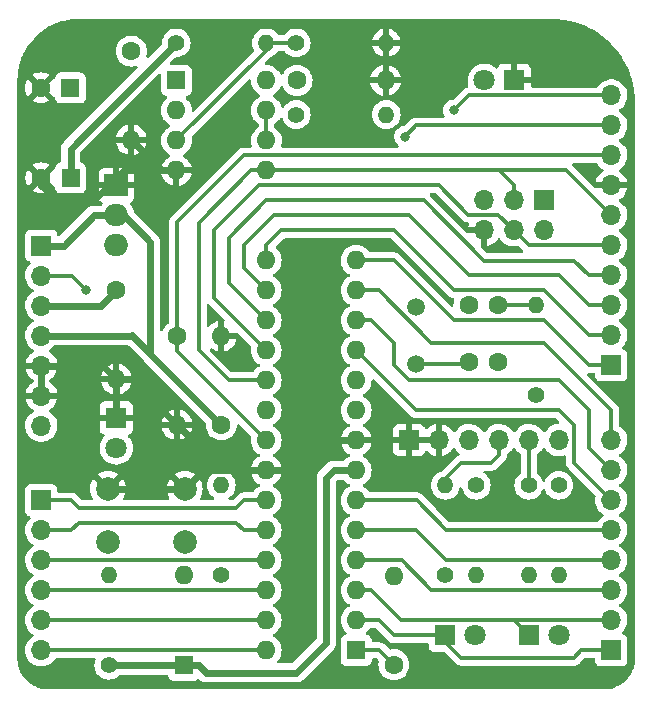
<source format=gbl>
G04 #@! TF.GenerationSoftware,KiCad,Pcbnew,6.0.11-3.fc36*
G04 #@! TF.CreationDate,2023-05-11T18:59:47+09:00*
G04 #@! TF.ProjectId,Tetiduino,54657469-6475-4696-9e6f-2e6b69636164,rev?*
G04 #@! TF.SameCoordinates,Original*
G04 #@! TF.FileFunction,Copper,L2,Bot*
G04 #@! TF.FilePolarity,Positive*
%FSLAX46Y46*%
G04 Gerber Fmt 4.6, Leading zero omitted, Abs format (unit mm)*
G04 Created by KiCad (PCBNEW 6.0.11-3.fc36) date 2023-05-11 18:59:47*
%MOMM*%
%LPD*%
G01*
G04 APERTURE LIST*
G04 #@! TA.AperFunction,ComponentPad*
%ADD10R,1.700000X1.700000*%
G04 #@! TD*
G04 #@! TA.AperFunction,ComponentPad*
%ADD11O,1.700000X1.700000*%
G04 #@! TD*
G04 #@! TA.AperFunction,ComponentPad*
%ADD12C,1.400000*%
G04 #@! TD*
G04 #@! TA.AperFunction,ComponentPad*
%ADD13O,1.400000X1.400000*%
G04 #@! TD*
G04 #@! TA.AperFunction,ComponentPad*
%ADD14R,1.600000X1.600000*%
G04 #@! TD*
G04 #@! TA.AperFunction,ComponentPad*
%ADD15O,1.600000X1.600000*%
G04 #@! TD*
G04 #@! TA.AperFunction,ComponentPad*
%ADD16C,1.600000*%
G04 #@! TD*
G04 #@! TA.AperFunction,ComponentPad*
%ADD17C,2.000000*%
G04 #@! TD*
G04 #@! TA.AperFunction,ComponentPad*
%ADD18R,1.800000X1.800000*%
G04 #@! TD*
G04 #@! TA.AperFunction,ComponentPad*
%ADD19C,1.800000*%
G04 #@! TD*
G04 #@! TA.AperFunction,ComponentPad*
%ADD20R,2.000000X1.905000*%
G04 #@! TD*
G04 #@! TA.AperFunction,ComponentPad*
%ADD21O,2.000000X1.905000*%
G04 #@! TD*
G04 #@! TA.AperFunction,ComponentPad*
%ADD22C,1.500000*%
G04 #@! TD*
G04 #@! TA.AperFunction,ViaPad*
%ADD23C,0.800000*%
G04 #@! TD*
G04 #@! TA.AperFunction,Conductor*
%ADD24C,0.300000*%
G04 #@! TD*
G04 #@! TA.AperFunction,Conductor*
%ADD25C,0.600000*%
G04 #@! TD*
G04 APERTURE END LIST*
D10*
X124460000Y-102255000D03*
D11*
X124460000Y-104795000D03*
X124460000Y-107335000D03*
X124460000Y-109875000D03*
X124460000Y-112415000D03*
X124460000Y-114955000D03*
X124460000Y-117495000D03*
D12*
X146050000Y-91155000D03*
D13*
X153670000Y-91155000D03*
D14*
X136525000Y-137795000D03*
D15*
X136525000Y-130175000D03*
D16*
X160655000Y-112090000D03*
X163155000Y-112090000D03*
X160655000Y-107315000D03*
X163155000Y-107315000D03*
D14*
X126912380Y-88900000D03*
D16*
X124412380Y-88900000D03*
X130810000Y-106045000D03*
D15*
X130810000Y-113545000D03*
D16*
X139700000Y-117415000D03*
D15*
X139700000Y-109915000D03*
D10*
X155600000Y-118720000D03*
D11*
X158140000Y-118720000D03*
X160680000Y-118720000D03*
X163220000Y-118720000D03*
X165760000Y-118720000D03*
X168300000Y-118720000D03*
D17*
X136600000Y-127345000D03*
X130100000Y-127345000D03*
X130100000Y-122845000D03*
X136600000Y-122845000D03*
D18*
X164500000Y-88265000D03*
D19*
X161960000Y-88265000D03*
D16*
X146110000Y-88265000D03*
D15*
X153610000Y-88265000D03*
D18*
X165730000Y-135255000D03*
D19*
X168270000Y-135255000D03*
D14*
X135900000Y-88275000D03*
D15*
X135900000Y-90815000D03*
X135900000Y-93355000D03*
X135900000Y-95895000D03*
X143520000Y-95895000D03*
X143520000Y-93355000D03*
X143520000Y-90815000D03*
X143520000Y-88275000D03*
D12*
X135890000Y-85090000D03*
D13*
X143510000Y-85090000D03*
D14*
X151120000Y-136515000D03*
D15*
X151120000Y-133975000D03*
X151120000Y-131435000D03*
X151120000Y-128895000D03*
X151120000Y-126355000D03*
X151120000Y-123815000D03*
X151120000Y-121275000D03*
X151120000Y-118735000D03*
X151120000Y-116195000D03*
X151120000Y-113655000D03*
X151120000Y-111115000D03*
X151120000Y-108575000D03*
X151120000Y-106035000D03*
X151120000Y-103495000D03*
X143500000Y-103495000D03*
X143500000Y-106035000D03*
X143500000Y-108575000D03*
X143500000Y-111115000D03*
X143500000Y-113655000D03*
X143500000Y-116195000D03*
X143500000Y-118735000D03*
X143500000Y-121275000D03*
X143500000Y-123815000D03*
X143500000Y-126355000D03*
X143500000Y-128895000D03*
X143500000Y-131435000D03*
X143500000Y-133975000D03*
X143500000Y-136515000D03*
D12*
X168275000Y-122555000D03*
D13*
X168275000Y-130175000D03*
D12*
X139700000Y-130175000D03*
D13*
X139700000Y-122555000D03*
D12*
X165735000Y-122555000D03*
D13*
X165735000Y-130175000D03*
D14*
X126932380Y-96520000D03*
D16*
X124432380Y-96520000D03*
D12*
X130175000Y-137795000D03*
D13*
X130175000Y-130175000D03*
D12*
X166370000Y-114935000D03*
D13*
X166370000Y-107315000D03*
D10*
X172720000Y-136510000D03*
D11*
X172720000Y-133970000D03*
X172720000Y-131430000D03*
X172720000Y-128890000D03*
X172720000Y-126350000D03*
X172720000Y-123810000D03*
X172720000Y-121270000D03*
X172720000Y-118730000D03*
D10*
X167005000Y-98425000D03*
D11*
X167005000Y-100965000D03*
X164465000Y-98425000D03*
X164465000Y-100965000D03*
X161925000Y-98425000D03*
X161925000Y-100965000D03*
D12*
X158670000Y-130175000D03*
D13*
X158670000Y-122555000D03*
D16*
X132080000Y-85785000D03*
D15*
X132080000Y-93285000D03*
D20*
X130810000Y-97155000D03*
D21*
X130810000Y-99695000D03*
X130810000Y-102235000D03*
D18*
X158670000Y-135255000D03*
D19*
X161210000Y-135255000D03*
D10*
X124460000Y-123825000D03*
D11*
X124460000Y-126365000D03*
X124460000Y-128905000D03*
X124460000Y-131445000D03*
X124460000Y-133985000D03*
X124460000Y-136525000D03*
D22*
X156210000Y-112305000D03*
X156210000Y-107425000D03*
D16*
X135950000Y-109915000D03*
D15*
X135950000Y-117415000D03*
D18*
X130810000Y-116840000D03*
D19*
X130810000Y-119380000D03*
D16*
X154305000Y-137735000D03*
D15*
X154305000Y-130235000D03*
D10*
X172720000Y-112395000D03*
D11*
X172720000Y-109855000D03*
X172720000Y-107315000D03*
X172720000Y-104775000D03*
X172720000Y-102235000D03*
X172720000Y-99695000D03*
X172720000Y-97155000D03*
X172720000Y-94615000D03*
X172720000Y-92075000D03*
X172720000Y-89535000D03*
D12*
X161290000Y-122555000D03*
D13*
X161290000Y-130175000D03*
D12*
X146050000Y-85090000D03*
D13*
X153670000Y-85090000D03*
D23*
X155257500Y-93027500D03*
X159385000Y-90805000D03*
X128270000Y-106045000D03*
D24*
X141605000Y-94615000D02*
X135950000Y-100270000D01*
X172720000Y-94615000D02*
X141605000Y-94615000D01*
X135950000Y-111185000D02*
X143500000Y-118735000D01*
X135950000Y-100270000D02*
X135950000Y-111185000D01*
D25*
X124432380Y-97182620D02*
X124487620Y-97182620D01*
X151120000Y-118735000D02*
X147965000Y-118735000D01*
X130175000Y-97155000D02*
X130810000Y-97155000D01*
X140345000Y-121275000D02*
X138170000Y-121275000D01*
X135950000Y-117415000D02*
X139810000Y-121275000D01*
X145425000Y-121275000D02*
X143500000Y-121275000D01*
X134690000Y-95895000D02*
X132080000Y-93285000D01*
X124460000Y-114955000D02*
X124460000Y-112415000D01*
X138170000Y-121275000D02*
X136600000Y-122845000D01*
X128905000Y-98425000D02*
X130175000Y-97155000D01*
X129680000Y-112415000D02*
X130810000Y-113545000D01*
X124432380Y-96520000D02*
X124432380Y-97182620D01*
X130810000Y-113545000D02*
X130810000Y-116840000D01*
X136600000Y-122845000D02*
X130100000Y-122845000D01*
X135950000Y-117415000D02*
X132080000Y-113545000D01*
X130810000Y-96520000D02*
X130810000Y-97155000D01*
X147965000Y-118735000D02*
X145425000Y-121275000D01*
X132080000Y-113545000D02*
X130810000Y-113545000D01*
X139810000Y-121275000D02*
X140345000Y-121275000D01*
X124487620Y-97182620D02*
X125730000Y-98425000D01*
X131435000Y-95895000D02*
X130810000Y-96520000D01*
X143500000Y-121275000D02*
X140345000Y-121275000D01*
X135900000Y-95895000D02*
X134690000Y-95895000D01*
X124500000Y-96480000D02*
X124460000Y-96520000D01*
X125730000Y-98425000D02*
X128905000Y-98425000D01*
X124460000Y-112415000D02*
X129680000Y-112415000D01*
X134690000Y-95895000D02*
X131435000Y-95895000D01*
X146050000Y-138430000D02*
X138430000Y-138430000D01*
X128905000Y-99695000D02*
X130810000Y-99695000D01*
X133697500Y-111412500D02*
X132110000Y-109825000D01*
X139700000Y-117415000D02*
X133697500Y-111412500D01*
X137795000Y-137795000D02*
X136525000Y-137795000D01*
X124460000Y-109875000D02*
X132060000Y-109875000D01*
X126345000Y-102255000D02*
X128905000Y-99695000D01*
X132060000Y-109875000D02*
X132110000Y-109825000D01*
X151120000Y-121275000D02*
X149235000Y-121275000D01*
X133697500Y-101947500D02*
X133697500Y-111412500D01*
X148590000Y-121920000D02*
X148590000Y-135890000D01*
X136525000Y-137795000D02*
X130175000Y-137795000D01*
X138430000Y-138430000D02*
X137795000Y-137795000D01*
X149235000Y-121275000D02*
X148590000Y-121920000D01*
X148590000Y-135890000D02*
X146050000Y-138430000D01*
X130810000Y-99695000D02*
X131445000Y-99695000D01*
X131445000Y-99695000D02*
X133697500Y-101947500D01*
X124460000Y-102255000D02*
X126345000Y-102255000D01*
D24*
X157495000Y-131430000D02*
X172720000Y-131430000D01*
X151120000Y-128895000D02*
X154960000Y-128895000D01*
X154960000Y-128895000D02*
X157495000Y-131430000D01*
X156200000Y-126355000D02*
X158735000Y-128890000D01*
X158735000Y-128890000D02*
X172720000Y-128890000D01*
X151120000Y-126355000D02*
X156200000Y-126355000D01*
X151120000Y-123815000D02*
X156230000Y-123815000D01*
X156230000Y-123815000D02*
X158765000Y-126350000D01*
X158765000Y-126350000D02*
X172720000Y-126350000D01*
X151120000Y-111115000D02*
X156210000Y-116205000D01*
X169545000Y-120635000D02*
X172720000Y-123810000D01*
X169545000Y-117475000D02*
X169545000Y-120635000D01*
X168275000Y-116205000D02*
X169545000Y-117475000D01*
X156210000Y-116205000D02*
X168275000Y-116205000D01*
X170815000Y-119365000D02*
X172720000Y-121270000D01*
X151120000Y-108575000D02*
X152390000Y-108575000D01*
X170815000Y-116205000D02*
X170815000Y-119365000D01*
X154305000Y-112395000D02*
X155575000Y-113665000D01*
X154305000Y-110490000D02*
X154305000Y-112395000D01*
X152390000Y-108575000D02*
X154305000Y-110490000D01*
X168275000Y-113665000D02*
X170815000Y-116205000D01*
X155575000Y-113665000D02*
X168275000Y-113665000D01*
X172720000Y-116205000D02*
X172720000Y-118730000D01*
X167005000Y-110490000D02*
X172720000Y-116205000D01*
X151120000Y-106035000D02*
X153025000Y-106035000D01*
X153025000Y-106035000D02*
X157480000Y-110490000D01*
X157480000Y-110490000D02*
X167005000Y-110490000D01*
X124460000Y-123825000D02*
X127000000Y-123825000D01*
X140970000Y-124460000D02*
X141615000Y-123815000D01*
X127635000Y-124460000D02*
X140970000Y-124460000D01*
X141615000Y-123815000D02*
X143500000Y-123815000D01*
X127000000Y-123825000D02*
X127635000Y-124460000D01*
X140970000Y-125730000D02*
X141605000Y-126365000D01*
X127635000Y-125730000D02*
X140970000Y-125730000D01*
X124460000Y-126365000D02*
X127000000Y-126365000D01*
X141605000Y-126365000D02*
X143490000Y-126365000D01*
X143490000Y-126365000D02*
X143500000Y-126355000D01*
X127000000Y-126365000D02*
X127635000Y-125730000D01*
X143490000Y-128905000D02*
X143500000Y-128895000D01*
X124460000Y-128905000D02*
X143490000Y-128905000D01*
X124460000Y-131445000D02*
X124470000Y-131435000D01*
X124470000Y-131435000D02*
X143500000Y-131435000D01*
X124460000Y-133985000D02*
X143490000Y-133985000D01*
X156210000Y-92075000D02*
X172720000Y-92075000D01*
X155257500Y-93027500D02*
X156210000Y-92075000D01*
X143490000Y-133985000D02*
X143500000Y-133975000D01*
X143500000Y-136515000D02*
X124470000Y-136515000D01*
X160655000Y-89535000D02*
X172720000Y-89535000D01*
X124470000Y-136515000D02*
X124460000Y-136525000D01*
X159385000Y-90805000D02*
X160655000Y-89535000D01*
X154295000Y-103495000D02*
X151120000Y-103495000D01*
X159385000Y-108585000D02*
X154295000Y-103495000D01*
X167005000Y-108585000D02*
X170815000Y-112395000D01*
X170815000Y-112395000D02*
X172720000Y-112395000D01*
X167005000Y-108585000D02*
X159385000Y-108585000D01*
X170815000Y-109855000D02*
X172720000Y-109855000D01*
X167005000Y-106045000D02*
X170815000Y-109855000D01*
X154305000Y-100965000D02*
X159385000Y-106045000D01*
X143500000Y-103495000D02*
X143500000Y-102245000D01*
X143500000Y-102245000D02*
X144780000Y-100965000D01*
X159385000Y-106045000D02*
X167005000Y-106045000D01*
X144780000Y-100965000D02*
X154305000Y-100965000D01*
X169545000Y-137160000D02*
X170195000Y-136510000D01*
X151120000Y-133975000D02*
X153025000Y-133975000D01*
X160020000Y-137160000D02*
X169545000Y-137160000D01*
X158670000Y-135810000D02*
X160020000Y-137160000D01*
X154305000Y-135255000D02*
X158670000Y-135255000D01*
X153025000Y-133975000D02*
X154305000Y-135255000D01*
X158670000Y-135255000D02*
X158670000Y-135810000D01*
X170195000Y-136510000D02*
X172720000Y-136510000D01*
X152390000Y-131435000D02*
X154925000Y-133970000D01*
X165730000Y-135250000D02*
X165730000Y-135255000D01*
X164450000Y-133970000D02*
X165730000Y-135250000D01*
X154925000Y-133970000D02*
X164450000Y-133970000D01*
X151120000Y-131435000D02*
X152390000Y-131435000D01*
X164450000Y-133970000D02*
X172720000Y-133970000D01*
X153085000Y-136515000D02*
X154305000Y-137735000D01*
X151120000Y-136515000D02*
X153085000Y-136515000D01*
X128270000Y-106045000D02*
X127020000Y-104795000D01*
X127020000Y-104795000D02*
X124460000Y-104795000D01*
D25*
X129520000Y-107335000D02*
X130810000Y-106045000D01*
X124460000Y-107335000D02*
X129520000Y-107335000D01*
X135890000Y-85090000D02*
X126932380Y-94047620D01*
X126932380Y-94047620D02*
X126932380Y-96520000D01*
D24*
X141605000Y-104140000D02*
X141605000Y-102235000D01*
X170815000Y-107315000D02*
X172720000Y-107315000D01*
X168275000Y-104775000D02*
X170815000Y-107315000D01*
X143500000Y-106035000D02*
X141605000Y-104140000D01*
X144145000Y-99695000D02*
X155575000Y-99695000D01*
X160655000Y-104775000D02*
X168275000Y-104775000D01*
X141605000Y-102235000D02*
X144145000Y-99695000D01*
X155575000Y-99695000D02*
X160655000Y-104775000D01*
X140335000Y-105410000D02*
X140335000Y-101600000D01*
X161970000Y-103550000D02*
X169590000Y-103550000D01*
X140335000Y-101600000D02*
X143510000Y-98425000D01*
X170815000Y-104775000D02*
X172720000Y-104775000D01*
X169590000Y-103550000D02*
X170815000Y-104775000D01*
X143510000Y-98425000D02*
X156845000Y-98425000D01*
X143500000Y-108575000D02*
X140335000Y-105410000D01*
X156845000Y-98425000D02*
X161970000Y-103550000D01*
X165735000Y-102235000D02*
X172720000Y-102235000D01*
X143500000Y-111115000D02*
X139065000Y-106680000D01*
X164465000Y-100965000D02*
X165735000Y-102235000D01*
X142875000Y-97155000D02*
X158115000Y-97155000D01*
X158115000Y-97155000D02*
X160585000Y-99625000D01*
X163125000Y-99625000D02*
X164465000Y-100965000D01*
X139065000Y-100965000D02*
X142875000Y-97155000D01*
X139065000Y-106680000D02*
X139065000Y-100965000D01*
X160585000Y-99625000D02*
X163125000Y-99625000D01*
X168920000Y-95895000D02*
X172720000Y-99695000D01*
X142230000Y-95895000D02*
X163205000Y-95895000D01*
X137795000Y-111125000D02*
X137795000Y-100330000D01*
X163205000Y-95895000D02*
X164465000Y-97155000D01*
X143500000Y-113655000D02*
X140325000Y-113655000D01*
X163205000Y-95895000D02*
X168920000Y-95895000D01*
X140325000Y-113655000D02*
X137795000Y-111125000D01*
X137795000Y-100330000D02*
X142230000Y-95895000D01*
X164465000Y-97155000D02*
X164465000Y-98425000D01*
X165760000Y-122530000D02*
X165735000Y-122555000D01*
X165760000Y-118720000D02*
X165760000Y-122530000D01*
X163220000Y-118720000D02*
X163220000Y-119990000D01*
X163220000Y-119990000D02*
X162560000Y-120650000D01*
X160020000Y-120650000D02*
X158670000Y-122000000D01*
X158670000Y-122000000D02*
X158670000Y-122555000D01*
X162560000Y-120650000D02*
X160020000Y-120650000D01*
X160440000Y-112305000D02*
X160655000Y-112090000D01*
X156210000Y-112305000D02*
X160440000Y-112305000D01*
X143520000Y-93355000D02*
X143520000Y-90815000D01*
X163155000Y-107315000D02*
X166370000Y-107315000D01*
X143510000Y-85090000D02*
X146050000Y-85090000D01*
X143510000Y-85745000D02*
X143510000Y-85090000D01*
X135900000Y-93355000D02*
X143510000Y-85745000D01*
G04 #@! TA.AperFunction,Conductor*
G36*
X167610018Y-83060000D02*
G01*
X167624852Y-83062310D01*
X167624855Y-83062310D01*
X167633724Y-83063691D01*
X167642627Y-83062527D01*
X167642628Y-83062527D01*
X167655874Y-83060795D01*
X167676703Y-83059811D01*
X167908761Y-83068099D01*
X168142836Y-83076459D01*
X168151808Y-83077101D01*
X168647597Y-83130404D01*
X168656500Y-83131684D01*
X168901865Y-83175952D01*
X169147233Y-83220222D01*
X169156017Y-83222133D01*
X169639186Y-83345454D01*
X169647806Y-83347986D01*
X169773305Y-83389756D01*
X170120944Y-83505461D01*
X170129371Y-83508604D01*
X170590071Y-83699432D01*
X170598253Y-83703169D01*
X171042536Y-83925561D01*
X171044150Y-83926369D01*
X171052039Y-83930677D01*
X171217726Y-84028983D01*
X171480897Y-84185130D01*
X171488464Y-84189993D01*
X171898068Y-84474386D01*
X171905268Y-84479776D01*
X172293534Y-84792660D01*
X172300331Y-84798549D01*
X172334257Y-84830135D01*
X172665296Y-85138344D01*
X172671656Y-85144704D01*
X172861374Y-85348475D01*
X173001912Y-85499423D01*
X173011450Y-85509668D01*
X173017340Y-85516466D01*
X173330224Y-85904732D01*
X173335614Y-85911932D01*
X173620007Y-86321536D01*
X173624870Y-86329103D01*
X173879321Y-86757956D01*
X173883628Y-86765845D01*
X173987263Y-86972881D01*
X174106831Y-87211747D01*
X174110568Y-87219929D01*
X174301396Y-87680629D01*
X174304539Y-87689056D01*
X174409740Y-88005135D01*
X174460554Y-88157804D01*
X174462013Y-88162189D01*
X174464546Y-88170814D01*
X174559252Y-88541870D01*
X174587867Y-88653981D01*
X174589778Y-88662767D01*
X174630673Y-88889430D01*
X174678316Y-89153500D01*
X174679596Y-89162403D01*
X174732899Y-89658192D01*
X174733541Y-89667164D01*
X174749920Y-90125769D01*
X174748500Y-90149649D01*
X174747690Y-90154848D01*
X174747690Y-90154855D01*
X174746309Y-90163724D01*
X174749958Y-90191625D01*
X174750436Y-90195283D01*
X174751500Y-90211621D01*
X174751500Y-137110633D01*
X174750000Y-137130018D01*
X174747690Y-137144851D01*
X174747690Y-137144855D01*
X174746309Y-137153724D01*
X174748136Y-137167692D01*
X174748662Y-137171716D01*
X174749528Y-137195117D01*
X174737546Y-137408489D01*
X174735131Y-137451488D01*
X174733550Y-137465524D01*
X174732561Y-137471341D01*
X174685830Y-137746376D01*
X174682686Y-137760151D01*
X174603823Y-138033891D01*
X174599156Y-138047228D01*
X174490139Y-138310418D01*
X174484008Y-138323148D01*
X174346214Y-138572468D01*
X174338697Y-138584432D01*
X174173851Y-138816762D01*
X174165042Y-138827808D01*
X174021651Y-138988262D01*
X173975215Y-139040224D01*
X173965224Y-139050215D01*
X173754527Y-139238507D01*
X173752810Y-139240041D01*
X173741762Y-139248851D01*
X173509432Y-139413697D01*
X173497468Y-139421214D01*
X173248148Y-139559008D01*
X173235418Y-139565139D01*
X172972228Y-139674156D01*
X172958891Y-139678823D01*
X172685151Y-139757686D01*
X172671376Y-139760830D01*
X172530953Y-139784689D01*
X172390524Y-139808550D01*
X172376490Y-139810131D01*
X172307407Y-139814010D01*
X172127407Y-139824118D01*
X172100964Y-139822817D01*
X172100151Y-139822690D01*
X172100145Y-139822690D01*
X172091276Y-139821309D01*
X172082374Y-139822473D01*
X172082372Y-139822473D01*
X172067323Y-139824441D01*
X172059714Y-139825436D01*
X172043379Y-139826500D01*
X125144367Y-139826500D01*
X125124982Y-139825000D01*
X125110149Y-139822690D01*
X125110145Y-139822690D01*
X125101276Y-139821309D01*
X125092374Y-139822473D01*
X125092372Y-139822473D01*
X125088064Y-139823037D01*
X125083280Y-139823662D01*
X125059883Y-139824528D01*
X124803508Y-139810131D01*
X124789476Y-139808550D01*
X124649047Y-139784689D01*
X124508624Y-139760830D01*
X124494849Y-139757686D01*
X124221109Y-139678823D01*
X124207772Y-139674156D01*
X123944582Y-139565139D01*
X123931852Y-139559008D01*
X123682532Y-139421214D01*
X123670568Y-139413697D01*
X123438238Y-139248851D01*
X123427190Y-139240041D01*
X123425474Y-139238507D01*
X123214776Y-139050215D01*
X123204785Y-139040224D01*
X123158349Y-138988262D01*
X123014958Y-138827808D01*
X123006149Y-138816762D01*
X122841303Y-138584432D01*
X122833786Y-138572468D01*
X122695992Y-138323148D01*
X122689861Y-138310418D01*
X122580844Y-138047228D01*
X122576177Y-138033891D01*
X122497314Y-137760151D01*
X122494170Y-137746376D01*
X122447439Y-137471341D01*
X122446450Y-137465524D01*
X122444869Y-137451488D01*
X122443400Y-137425316D01*
X122431089Y-137206100D01*
X122432411Y-137182208D01*
X122432334Y-137182201D01*
X122432537Y-137179937D01*
X122432637Y-137178131D01*
X122432770Y-137177342D01*
X122433576Y-137172552D01*
X122433729Y-137160000D01*
X122429773Y-137132376D01*
X122428500Y-137114514D01*
X122428500Y-136491695D01*
X123097251Y-136491695D01*
X123097548Y-136496848D01*
X123097548Y-136496851D01*
X123106817Y-136657598D01*
X123110110Y-136714715D01*
X123111247Y-136719761D01*
X123111248Y-136719767D01*
X123135304Y-136826508D01*
X123159222Y-136932639D01*
X123169899Y-136958933D01*
X123239369Y-137130018D01*
X123243266Y-137139616D01*
X123272001Y-137186507D01*
X123341243Y-137299500D01*
X123359987Y-137330088D01*
X123506250Y-137498938D01*
X123609425Y-137584595D01*
X123667681Y-137632960D01*
X123678126Y-137641632D01*
X123871000Y-137754338D01*
X123875825Y-137756180D01*
X123875826Y-137756181D01*
X123915560Y-137771354D01*
X124079692Y-137834030D01*
X124084760Y-137835061D01*
X124084763Y-137835062D01*
X124192017Y-137856883D01*
X124298597Y-137878567D01*
X124303772Y-137878757D01*
X124303774Y-137878757D01*
X124516673Y-137886564D01*
X124516677Y-137886564D01*
X124521837Y-137886753D01*
X124526957Y-137886097D01*
X124526959Y-137886097D01*
X124738288Y-137859025D01*
X124738289Y-137859025D01*
X124743416Y-137858368D01*
X124748366Y-137856883D01*
X124952429Y-137795661D01*
X124952434Y-137795659D01*
X124957384Y-137794174D01*
X125157994Y-137695896D01*
X125339860Y-137566173D01*
X125384708Y-137521482D01*
X125481210Y-137425316D01*
X125498096Y-137408489D01*
X125530642Y-137363197D01*
X125628453Y-137227077D01*
X125630224Y-137228350D01*
X125675685Y-137186507D01*
X125731439Y-137173500D01*
X128933598Y-137173500D01*
X129001719Y-137193502D01*
X129048212Y-137247158D01*
X129058316Y-137317432D01*
X129047793Y-137352749D01*
X129035044Y-137380090D01*
X129033622Y-137385398D01*
X129033621Y-137385400D01*
X128985183Y-137566173D01*
X128980314Y-137584345D01*
X128961884Y-137795000D01*
X128980314Y-138005655D01*
X128981738Y-138010968D01*
X128981738Y-138010970D01*
X129028167Y-138184243D01*
X129035044Y-138209910D01*
X129037366Y-138214891D01*
X129037367Y-138214892D01*
X129117512Y-138386762D01*
X129124411Y-138401558D01*
X129245699Y-138574776D01*
X129395224Y-138724301D01*
X129568442Y-138845589D01*
X129573420Y-138847910D01*
X129573423Y-138847912D01*
X129755108Y-138932633D01*
X129760090Y-138934956D01*
X129765398Y-138936378D01*
X129765400Y-138936379D01*
X129959030Y-138988262D01*
X129959032Y-138988262D01*
X129964345Y-138989686D01*
X130175000Y-139008116D01*
X130385655Y-138989686D01*
X130390968Y-138988262D01*
X130390970Y-138988262D01*
X130584600Y-138936379D01*
X130584602Y-138936378D01*
X130589910Y-138934956D01*
X130594892Y-138932633D01*
X130776577Y-138847912D01*
X130776580Y-138847910D01*
X130781558Y-138845589D01*
X130954776Y-138724301D01*
X131038672Y-138640405D01*
X131100984Y-138606379D01*
X131127767Y-138603500D01*
X135100507Y-138603500D01*
X135168628Y-138623502D01*
X135215121Y-138677158D01*
X135222543Y-138698763D01*
X135223255Y-138705316D01*
X135226027Y-138712711D01*
X135226028Y-138712714D01*
X135237891Y-138744357D01*
X135274385Y-138841705D01*
X135361739Y-138958261D01*
X135478295Y-139045615D01*
X135614684Y-139096745D01*
X135676866Y-139103500D01*
X137373134Y-139103500D01*
X137435316Y-139096745D01*
X137571705Y-139045615D01*
X137673219Y-138969535D01*
X137739722Y-138944688D01*
X137809104Y-138959741D01*
X137837876Y-138981267D01*
X137851674Y-138995065D01*
X137852603Y-138996002D01*
X137901188Y-139045615D01*
X137915771Y-139060507D01*
X137921690Y-139064322D01*
X137921698Y-139064328D01*
X137952214Y-139083994D01*
X137962559Y-139091427D01*
X137996443Y-139118476D01*
X138002782Y-139121540D01*
X138002783Y-139121541D01*
X138026637Y-139133072D01*
X138040054Y-139140601D01*
X138068238Y-139158765D01*
X138074855Y-139161173D01*
X138074860Y-139161176D01*
X138108973Y-139173592D01*
X138120716Y-139178553D01*
X138153400Y-139194353D01*
X138153409Y-139194356D01*
X138159749Y-139197421D01*
X138166614Y-139199006D01*
X138192428Y-139204966D01*
X138207168Y-139209332D01*
X138238685Y-139220803D01*
X138245670Y-139221685D01*
X138245677Y-139221687D01*
X138281692Y-139226237D01*
X138294243Y-139228472D01*
X138336485Y-139238225D01*
X138343529Y-139238250D01*
X138343533Y-139238250D01*
X138377074Y-139238367D01*
X138377943Y-139238396D01*
X138378769Y-139238500D01*
X138415133Y-139238500D01*
X138415573Y-139238501D01*
X138514336Y-139238846D01*
X138514342Y-139238846D01*
X138517870Y-139238858D01*
X138519073Y-139238589D01*
X138520717Y-139238500D01*
X146040786Y-139238500D01*
X146042106Y-139238507D01*
X146132221Y-139239451D01*
X146174597Y-139230289D01*
X146187163Y-139228231D01*
X146230255Y-139223397D01*
X146236906Y-139221081D01*
X146236910Y-139221080D01*
X146261930Y-139212367D01*
X146276742Y-139208204D01*
X146302619Y-139202609D01*
X146309510Y-139201119D01*
X146348813Y-139182792D01*
X146360589Y-139178010D01*
X146401552Y-139163745D01*
X146407527Y-139160011D01*
X146407530Y-139160010D01*
X146429995Y-139145973D01*
X146443512Y-139138634D01*
X146467514Y-139127441D01*
X146467515Y-139127440D01*
X146473902Y-139124462D01*
X146501402Y-139103131D01*
X146508153Y-139097894D01*
X146518612Y-139090598D01*
X146549404Y-139071358D01*
X146549407Y-139071356D01*
X146555376Y-139067626D01*
X146572909Y-139050215D01*
X146584179Y-139039024D01*
X146584804Y-139038439D01*
X146585470Y-139037922D01*
X146611460Y-139011932D01*
X146684082Y-138939815D01*
X146684740Y-138938778D01*
X146685843Y-138937549D01*
X149155158Y-136468234D01*
X149156095Y-136467306D01*
X149215475Y-136409157D01*
X149215476Y-136409156D01*
X149220507Y-136404229D01*
X149243998Y-136367779D01*
X149251417Y-136357454D01*
X149278476Y-136323557D01*
X149281540Y-136317218D01*
X149281543Y-136317214D01*
X149293074Y-136293362D01*
X149300601Y-136279949D01*
X149314947Y-136257687D01*
X149314948Y-136257684D01*
X149318765Y-136251762D01*
X149321176Y-136245139D01*
X149333592Y-136211027D01*
X149338553Y-136199283D01*
X149354352Y-136166601D01*
X149354353Y-136166599D01*
X149357421Y-136160252D01*
X149364966Y-136127573D01*
X149369334Y-136112825D01*
X149380803Y-136081315D01*
X149381685Y-136074329D01*
X149381687Y-136074323D01*
X149386238Y-136038299D01*
X149388474Y-136025747D01*
X149396638Y-135990386D01*
X149396638Y-135990383D01*
X149398224Y-135983515D01*
X149398250Y-135976318D01*
X149398366Y-135942944D01*
X149398395Y-135942062D01*
X149398500Y-135941231D01*
X149398500Y-135904428D01*
X149398538Y-135893619D01*
X149398845Y-135805657D01*
X149398845Y-135805652D01*
X149398857Y-135802130D01*
X149398589Y-135800930D01*
X149398500Y-135799293D01*
X149398500Y-122307082D01*
X149418502Y-122238961D01*
X149435405Y-122217987D01*
X149532987Y-122120405D01*
X149595299Y-122086379D01*
X149622082Y-122083500D01*
X150025812Y-122083500D01*
X150093933Y-122103502D01*
X150114907Y-122120405D01*
X150275700Y-122281198D01*
X150280208Y-122284355D01*
X150280211Y-122284357D01*
X150322790Y-122314171D01*
X150463251Y-122412523D01*
X150468233Y-122414846D01*
X150468238Y-122414849D01*
X150502457Y-122430805D01*
X150555742Y-122477722D01*
X150575203Y-122545999D01*
X150554661Y-122613959D01*
X150502457Y-122659195D01*
X150468238Y-122675151D01*
X150468233Y-122675154D01*
X150463251Y-122677477D01*
X150378668Y-122736703D01*
X150280211Y-122805643D01*
X150280208Y-122805645D01*
X150275700Y-122808802D01*
X150113802Y-122970700D01*
X150110645Y-122975208D01*
X150110643Y-122975211D01*
X150064927Y-123040500D01*
X149982477Y-123158251D01*
X149980154Y-123163233D01*
X149980151Y-123163238D01*
X149898346Y-123338671D01*
X149885716Y-123365757D01*
X149884294Y-123371065D01*
X149884293Y-123371067D01*
X149848103Y-123506128D01*
X149826457Y-123586913D01*
X149806502Y-123815000D01*
X149826457Y-124043087D01*
X149885716Y-124264243D01*
X149888039Y-124269224D01*
X149888039Y-124269225D01*
X149980151Y-124466762D01*
X149980154Y-124466767D01*
X149982477Y-124471749D01*
X150021325Y-124527229D01*
X150085577Y-124618990D01*
X150113802Y-124659300D01*
X150275700Y-124821198D01*
X150280208Y-124824355D01*
X150280211Y-124824357D01*
X150322790Y-124854171D01*
X150463251Y-124952523D01*
X150468233Y-124954846D01*
X150468238Y-124954849D01*
X150502457Y-124970805D01*
X150555742Y-125017722D01*
X150575203Y-125085999D01*
X150554661Y-125153959D01*
X150502457Y-125199195D01*
X150468238Y-125215151D01*
X150468233Y-125215154D01*
X150463251Y-125217477D01*
X150371457Y-125281752D01*
X150280211Y-125345643D01*
X150280208Y-125345645D01*
X150275700Y-125348802D01*
X150113802Y-125510700D01*
X150110645Y-125515208D01*
X150110643Y-125515211D01*
X150100673Y-125529450D01*
X149982477Y-125698251D01*
X149980154Y-125703233D01*
X149980151Y-125703238D01*
X149905709Y-125862881D01*
X149885716Y-125905757D01*
X149884294Y-125911065D01*
X149884293Y-125911067D01*
X149827881Y-126121598D01*
X149826457Y-126126913D01*
X149806502Y-126355000D01*
X149826457Y-126583087D01*
X149827881Y-126588400D01*
X149827881Y-126588402D01*
X149877248Y-126772639D01*
X149885716Y-126804243D01*
X149888039Y-126809224D01*
X149888039Y-126809225D01*
X149980151Y-127006762D01*
X149980154Y-127006767D01*
X149982477Y-127011749D01*
X150010715Y-127052077D01*
X150096080Y-127173990D01*
X150113802Y-127199300D01*
X150275700Y-127361198D01*
X150280208Y-127364355D01*
X150280211Y-127364357D01*
X150339931Y-127406173D01*
X150463251Y-127492523D01*
X150468233Y-127494846D01*
X150468238Y-127494849D01*
X150502457Y-127510805D01*
X150555742Y-127557722D01*
X150575203Y-127625999D01*
X150554661Y-127693959D01*
X150502457Y-127739195D01*
X150468238Y-127755151D01*
X150468233Y-127755154D01*
X150463251Y-127757477D01*
X150441368Y-127772800D01*
X150280211Y-127885643D01*
X150280208Y-127885645D01*
X150275700Y-127888802D01*
X150113802Y-128050700D01*
X150110645Y-128055208D01*
X150110643Y-128055211D01*
X150063038Y-128123198D01*
X149982477Y-128238251D01*
X149980154Y-128243233D01*
X149980151Y-128243238D01*
X149905709Y-128402881D01*
X149885716Y-128445757D01*
X149884294Y-128451065D01*
X149884293Y-128451067D01*
X149827881Y-128661598D01*
X149826457Y-128666913D01*
X149806502Y-128895000D01*
X149826457Y-129123087D01*
X149827881Y-129128400D01*
X149827881Y-129128402D01*
X149877248Y-129312639D01*
X149885716Y-129344243D01*
X149888039Y-129349224D01*
X149888039Y-129349225D01*
X149980151Y-129546762D01*
X149980154Y-129546767D01*
X149982477Y-129551749D01*
X150022330Y-129608665D01*
X150096080Y-129713990D01*
X150113802Y-129739300D01*
X150275700Y-129901198D01*
X150280208Y-129904355D01*
X150280211Y-129904357D01*
X150344212Y-129949171D01*
X150463251Y-130032523D01*
X150468233Y-130034846D01*
X150468238Y-130034849D01*
X150502457Y-130050805D01*
X150555742Y-130097722D01*
X150575203Y-130165999D01*
X150554661Y-130233959D01*
X150502457Y-130279195D01*
X150468238Y-130295151D01*
X150468233Y-130295154D01*
X150463251Y-130297477D01*
X150358389Y-130370902D01*
X150280211Y-130425643D01*
X150280208Y-130425645D01*
X150275700Y-130428802D01*
X150113802Y-130590700D01*
X150110645Y-130595208D01*
X150110643Y-130595211D01*
X150063563Y-130662449D01*
X149982477Y-130778251D01*
X149980154Y-130783233D01*
X149980151Y-130783238D01*
X149905709Y-130942881D01*
X149885716Y-130985757D01*
X149884294Y-130991065D01*
X149884293Y-130991067D01*
X149829417Y-131195865D01*
X149826457Y-131206913D01*
X149806502Y-131435000D01*
X149826457Y-131663087D01*
X149827881Y-131668400D01*
X149827881Y-131668402D01*
X149877248Y-131852639D01*
X149885716Y-131884243D01*
X149888039Y-131889224D01*
X149888039Y-131889225D01*
X149980151Y-132086762D01*
X149980154Y-132086767D01*
X149982477Y-132091749D01*
X149985634Y-132096257D01*
X150096080Y-132253990D01*
X150113802Y-132279300D01*
X150275700Y-132441198D01*
X150280208Y-132444355D01*
X150280211Y-132444357D01*
X150339931Y-132486173D01*
X150463251Y-132572523D01*
X150468233Y-132574846D01*
X150468238Y-132574849D01*
X150502457Y-132590805D01*
X150555742Y-132637722D01*
X150575203Y-132705999D01*
X150554661Y-132773959D01*
X150502457Y-132819195D01*
X150468238Y-132835151D01*
X150468233Y-132835154D01*
X150463251Y-132837477D01*
X150441368Y-132852800D01*
X150280211Y-132965643D01*
X150280208Y-132965645D01*
X150275700Y-132968802D01*
X150113802Y-133130700D01*
X150110645Y-133135208D01*
X150110643Y-133135211D01*
X150100668Y-133149457D01*
X149982477Y-133318251D01*
X149980154Y-133323233D01*
X149980151Y-133323238D01*
X149896769Y-133502054D01*
X149885716Y-133525757D01*
X149884294Y-133531065D01*
X149884293Y-133531067D01*
X149827881Y-133741598D01*
X149826457Y-133746913D01*
X149806502Y-133975000D01*
X149826457Y-134203087D01*
X149827881Y-134208400D01*
X149827881Y-134208402D01*
X149877248Y-134392639D01*
X149885716Y-134424243D01*
X149888039Y-134429224D01*
X149888039Y-134429225D01*
X149980151Y-134626762D01*
X149980154Y-134626767D01*
X149982477Y-134631749D01*
X150010715Y-134672077D01*
X150096080Y-134793990D01*
X150113802Y-134819300D01*
X150275700Y-134981198D01*
X150280211Y-134984357D01*
X150284424Y-134987892D01*
X150283473Y-134989026D01*
X150323471Y-135039071D01*
X150330776Y-135109690D01*
X150298742Y-135173049D01*
X150237538Y-135209030D01*
X150220483Y-135212082D01*
X150209684Y-135213255D01*
X150073295Y-135264385D01*
X149956739Y-135351739D01*
X149869385Y-135468295D01*
X149818255Y-135604684D01*
X149811500Y-135666866D01*
X149811500Y-137363134D01*
X149818255Y-137425316D01*
X149869385Y-137561705D01*
X149956739Y-137678261D01*
X150073295Y-137765615D01*
X150209684Y-137816745D01*
X150271866Y-137823500D01*
X151968134Y-137823500D01*
X152030316Y-137816745D01*
X152166705Y-137765615D01*
X152283261Y-137678261D01*
X152370615Y-137561705D01*
X152421745Y-137425316D01*
X152428500Y-137363134D01*
X152428500Y-137299500D01*
X152448502Y-137231379D01*
X152502158Y-137184886D01*
X152554500Y-137173500D01*
X152760050Y-137173500D01*
X152828171Y-137193502D01*
X152849145Y-137210405D01*
X152988376Y-137349636D01*
X153022402Y-137411948D01*
X153020988Y-137471341D01*
X153014641Y-137495031D01*
X153011457Y-137506913D01*
X152991502Y-137735000D01*
X153011457Y-137963087D01*
X153012881Y-137968400D01*
X153012881Y-137968402D01*
X153032251Y-138040689D01*
X153070716Y-138184243D01*
X153073039Y-138189224D01*
X153073039Y-138189225D01*
X153165151Y-138386762D01*
X153165154Y-138386767D01*
X153167477Y-138391749D01*
X153298802Y-138579300D01*
X153460700Y-138741198D01*
X153465208Y-138744355D01*
X153465211Y-138744357D01*
X153543389Y-138799098D01*
X153648251Y-138872523D01*
X153653233Y-138874846D01*
X153653238Y-138874849D01*
X153850775Y-138966961D01*
X153855757Y-138969284D01*
X153861065Y-138970706D01*
X153861067Y-138970707D01*
X154071598Y-139027119D01*
X154071600Y-139027119D01*
X154076913Y-139028543D01*
X154305000Y-139048498D01*
X154533087Y-139028543D01*
X154538400Y-139027119D01*
X154538402Y-139027119D01*
X154748933Y-138970707D01*
X154748935Y-138970706D01*
X154754243Y-138969284D01*
X154759225Y-138966961D01*
X154956762Y-138874849D01*
X154956767Y-138874846D01*
X154961749Y-138872523D01*
X155066611Y-138799098D01*
X155144789Y-138744357D01*
X155144792Y-138744355D01*
X155149300Y-138741198D01*
X155311198Y-138579300D01*
X155442523Y-138391749D01*
X155444846Y-138386767D01*
X155444849Y-138386762D01*
X155536961Y-138189225D01*
X155536961Y-138189224D01*
X155539284Y-138184243D01*
X155577750Y-138040689D01*
X155597119Y-137968402D01*
X155597119Y-137968400D01*
X155598543Y-137963087D01*
X155618498Y-137735000D01*
X155598543Y-137506913D01*
X155595359Y-137495031D01*
X155540707Y-137291067D01*
X155540706Y-137291065D01*
X155539284Y-137285757D01*
X155518954Y-137242158D01*
X155444849Y-137083238D01*
X155444846Y-137083233D01*
X155442523Y-137078251D01*
X155311198Y-136890700D01*
X155149300Y-136728802D01*
X155144792Y-136725645D01*
X155144789Y-136725643D01*
X155046392Y-136656745D01*
X154961749Y-136597477D01*
X154956767Y-136595154D01*
X154956762Y-136595151D01*
X154759225Y-136503039D01*
X154759224Y-136503039D01*
X154754243Y-136500716D01*
X154748935Y-136499294D01*
X154748933Y-136499293D01*
X154538402Y-136442881D01*
X154538400Y-136442881D01*
X154533087Y-136441457D01*
X154305000Y-136421502D01*
X154076913Y-136441457D01*
X154071595Y-136442882D01*
X154041341Y-136450988D01*
X153970365Y-136449298D01*
X153919636Y-136418376D01*
X153608655Y-136107395D01*
X153600665Y-136098615D01*
X153600663Y-136098613D01*
X153596416Y-136091920D01*
X153579030Y-136075593D01*
X153544743Y-136043396D01*
X153541901Y-136040641D01*
X153521333Y-136020073D01*
X153517826Y-136017353D01*
X153508804Y-136009647D01*
X153488293Y-135990386D01*
X153475133Y-135978028D01*
X153468181Y-135974206D01*
X153456342Y-135967697D01*
X153439818Y-135956843D01*
X153429132Y-135948555D01*
X153422868Y-135943696D01*
X153415596Y-135940549D01*
X153415594Y-135940548D01*
X153380465Y-135925346D01*
X153369805Y-135920124D01*
X153336284Y-135901695D01*
X153336282Y-135901694D01*
X153329337Y-135897876D01*
X153308559Y-135892541D01*
X153289869Y-135886142D01*
X153270176Y-135877620D01*
X153224552Y-135870394D01*
X153212929Y-135867987D01*
X153183452Y-135860419D01*
X153168188Y-135856500D01*
X153146741Y-135856500D01*
X153127031Y-135854949D01*
X153123805Y-135854438D01*
X153105848Y-135851594D01*
X153059859Y-135855941D01*
X153048004Y-135856500D01*
X152554500Y-135856500D01*
X152486379Y-135836498D01*
X152439886Y-135782842D01*
X152428500Y-135730500D01*
X152428500Y-135666866D01*
X152421745Y-135604684D01*
X152370615Y-135468295D01*
X152283261Y-135351739D01*
X152166705Y-135264385D01*
X152030316Y-135213255D01*
X152019526Y-135212083D01*
X152017394Y-135211197D01*
X152014778Y-135210575D01*
X152014879Y-135210152D01*
X151953965Y-135184845D01*
X151913537Y-135126483D01*
X151911078Y-135055529D01*
X151947371Y-134994510D01*
X151956031Y-134987511D01*
X151959793Y-134984354D01*
X151964300Y-134981198D01*
X152126198Y-134819300D01*
X152143921Y-134793990D01*
X152218675Y-134687229D01*
X152274132Y-134642901D01*
X152321888Y-134633500D01*
X152700050Y-134633500D01*
X152768171Y-134653502D01*
X152789145Y-134670405D01*
X153781341Y-135662600D01*
X153789331Y-135671381D01*
X153789339Y-135671390D01*
X153793584Y-135678080D01*
X153799359Y-135683503D01*
X153845273Y-135726619D01*
X153848115Y-135729374D01*
X153868667Y-135749926D01*
X153871801Y-135752357D01*
X153872163Y-135752638D01*
X153881191Y-135760348D01*
X153914867Y-135791972D01*
X153921818Y-135795793D01*
X153921819Y-135795794D01*
X153933655Y-135802301D01*
X153950184Y-135813158D01*
X153960869Y-135821447D01*
X153960871Y-135821448D01*
X153967131Y-135826304D01*
X154009544Y-135844657D01*
X154020181Y-135849868D01*
X154060663Y-135872124D01*
X154068342Y-135874096D01*
X154068343Y-135874096D01*
X154081434Y-135877457D01*
X154100136Y-135883859D01*
X154119823Y-135892379D01*
X154127652Y-135893619D01*
X154165448Y-135899605D01*
X154177074Y-135902013D01*
X154214135Y-135911529D01*
X154214136Y-135911529D01*
X154221812Y-135913500D01*
X154243258Y-135913500D01*
X154262968Y-135915051D01*
X154284151Y-135918406D01*
X154330135Y-135914059D01*
X154341994Y-135913500D01*
X157135500Y-135913500D01*
X157203621Y-135933502D01*
X157250114Y-135987158D01*
X157261500Y-136039500D01*
X157261500Y-136203134D01*
X157268255Y-136265316D01*
X157319385Y-136401705D01*
X157406739Y-136518261D01*
X157523295Y-136605615D01*
X157659684Y-136656745D01*
X157721866Y-136663500D01*
X158540049Y-136663500D01*
X158608170Y-136683502D01*
X158629144Y-136700404D01*
X159496345Y-137567604D01*
X159504335Y-137576385D01*
X159508584Y-137583080D01*
X159514362Y-137588506D01*
X159514363Y-137588507D01*
X159560273Y-137631619D01*
X159563115Y-137634374D01*
X159583667Y-137654926D01*
X159586801Y-137657357D01*
X159587163Y-137657638D01*
X159596191Y-137665348D01*
X159629867Y-137696972D01*
X159636818Y-137700793D01*
X159636819Y-137700794D01*
X159648655Y-137707301D01*
X159665184Y-137718158D01*
X159675869Y-137726447D01*
X159675871Y-137726448D01*
X159682131Y-137731304D01*
X159724544Y-137749657D01*
X159735181Y-137754868D01*
X159775663Y-137777124D01*
X159783342Y-137779096D01*
X159783343Y-137779096D01*
X159796434Y-137782457D01*
X159815136Y-137788859D01*
X159834823Y-137797379D01*
X159842652Y-137798619D01*
X159880448Y-137804605D01*
X159892074Y-137807013D01*
X159929135Y-137816529D01*
X159929136Y-137816529D01*
X159936812Y-137818500D01*
X159958258Y-137818500D01*
X159977968Y-137820051D01*
X159999151Y-137823406D01*
X160045135Y-137819059D01*
X160056994Y-137818500D01*
X169462944Y-137818500D01*
X169474800Y-137819059D01*
X169474803Y-137819059D01*
X169482537Y-137820788D01*
X169553369Y-137818562D01*
X169557327Y-137818500D01*
X169586432Y-137818500D01*
X169590832Y-137817944D01*
X169602664Y-137817012D01*
X169648831Y-137815562D01*
X169669421Y-137809580D01*
X169688782Y-137805570D01*
X169696424Y-137804605D01*
X169702204Y-137803875D01*
X169702205Y-137803875D01*
X169710064Y-137802882D01*
X169717429Y-137799966D01*
X169717433Y-137799965D01*
X169753021Y-137785874D01*
X169764231Y-137782035D01*
X169808600Y-137769145D01*
X169827065Y-137758225D01*
X169844805Y-137749534D01*
X169864756Y-137741635D01*
X169902129Y-137714482D01*
X169912048Y-137707967D01*
X169944977Y-137688493D01*
X169944981Y-137688490D01*
X169951807Y-137684453D01*
X169966971Y-137669289D01*
X169982005Y-137656448D01*
X169992943Y-137648501D01*
X169999357Y-137643841D01*
X170028803Y-137608247D01*
X170036792Y-137599468D01*
X170430855Y-137205405D01*
X170493167Y-137171379D01*
X170519950Y-137168500D01*
X171235500Y-137168500D01*
X171303621Y-137188502D01*
X171350114Y-137242158D01*
X171361500Y-137294500D01*
X171361500Y-137408134D01*
X171368255Y-137470316D01*
X171419385Y-137606705D01*
X171506739Y-137723261D01*
X171623295Y-137810615D01*
X171759684Y-137861745D01*
X171821866Y-137868500D01*
X173618134Y-137868500D01*
X173680316Y-137861745D01*
X173816705Y-137810615D01*
X173933261Y-137723261D01*
X174020615Y-137606705D01*
X174071745Y-137470316D01*
X174078500Y-137408134D01*
X174078500Y-135611866D01*
X174071745Y-135549684D01*
X174020615Y-135413295D01*
X173933261Y-135296739D01*
X173816705Y-135209385D01*
X173751245Y-135184845D01*
X173698203Y-135164960D01*
X173641439Y-135122318D01*
X173616739Y-135055756D01*
X173631947Y-134986408D01*
X173653493Y-134957727D01*
X173758096Y-134853489D01*
X173888453Y-134672077D01*
X173891751Y-134665405D01*
X173985136Y-134476453D01*
X173985137Y-134476451D01*
X173987430Y-134471811D01*
X174052370Y-134258069D01*
X174081529Y-134036590D01*
X174083156Y-133970000D01*
X174064852Y-133747361D01*
X174010431Y-133530702D01*
X173921354Y-133325840D01*
X173800014Y-133138277D01*
X173649670Y-132973051D01*
X173645619Y-132969852D01*
X173645615Y-132969848D01*
X173478414Y-132837800D01*
X173478410Y-132837798D01*
X173474359Y-132834598D01*
X173433053Y-132811796D01*
X173383084Y-132761364D01*
X173368312Y-132691921D01*
X173393428Y-132625516D01*
X173420780Y-132598909D01*
X173477674Y-132558327D01*
X173599860Y-132471173D01*
X173758096Y-132313489D01*
X173888453Y-132132077D01*
X173897634Y-132113502D01*
X173985136Y-131936453D01*
X173985137Y-131936451D01*
X173987430Y-131931811D01*
X174052370Y-131718069D01*
X174081529Y-131496590D01*
X174081611Y-131493240D01*
X174083074Y-131433365D01*
X174083074Y-131433361D01*
X174083156Y-131430000D01*
X174064852Y-131207361D01*
X174010431Y-130990702D01*
X173921354Y-130785840D01*
X173849803Y-130675239D01*
X173802822Y-130602617D01*
X173802820Y-130602614D01*
X173800014Y-130598277D01*
X173649670Y-130433051D01*
X173645619Y-130429852D01*
X173645615Y-130429848D01*
X173478414Y-130297800D01*
X173478410Y-130297798D01*
X173474359Y-130294598D01*
X173433053Y-130271796D01*
X173383084Y-130221364D01*
X173368312Y-130151921D01*
X173393428Y-130085516D01*
X173420780Y-130058909D01*
X173485993Y-130012393D01*
X173599860Y-129931173D01*
X173758096Y-129773489D01*
X173780184Y-129742751D01*
X173885435Y-129596277D01*
X173888453Y-129592077D01*
X173897634Y-129573502D01*
X173985136Y-129396453D01*
X173985137Y-129396451D01*
X173987430Y-129391811D01*
X174032782Y-129242540D01*
X174050865Y-129183023D01*
X174050865Y-129183021D01*
X174052370Y-129178069D01*
X174081529Y-128956590D01*
X174083156Y-128890000D01*
X174064852Y-128667361D01*
X174010431Y-128450702D01*
X173921354Y-128245840D01*
X173800014Y-128058277D01*
X173649670Y-127893051D01*
X173645619Y-127889852D01*
X173645615Y-127889848D01*
X173478414Y-127757800D01*
X173478410Y-127757798D01*
X173474359Y-127754598D01*
X173433053Y-127731796D01*
X173383084Y-127681364D01*
X173368312Y-127611921D01*
X173393428Y-127545516D01*
X173420780Y-127518909D01*
X173477674Y-127478327D01*
X173599860Y-127391173D01*
X173641248Y-127349930D01*
X173754435Y-127237137D01*
X173758096Y-127233489D01*
X173888453Y-127052077D01*
X173897634Y-127033502D01*
X173985136Y-126856453D01*
X173985137Y-126856451D01*
X173987430Y-126851811D01*
X174046303Y-126658037D01*
X174050865Y-126643023D01*
X174050865Y-126643021D01*
X174052370Y-126638069D01*
X174081529Y-126416590D01*
X174082145Y-126391379D01*
X174083074Y-126353365D01*
X174083074Y-126353361D01*
X174083156Y-126350000D01*
X174064852Y-126127361D01*
X174010431Y-125910702D01*
X173921354Y-125705840D01*
X173800014Y-125518277D01*
X173649670Y-125353051D01*
X173645619Y-125349852D01*
X173645615Y-125349848D01*
X173478414Y-125217800D01*
X173478410Y-125217798D01*
X173474359Y-125214598D01*
X173433053Y-125191796D01*
X173383084Y-125141364D01*
X173368312Y-125071921D01*
X173393428Y-125005516D01*
X173420780Y-124978909D01*
X173487099Y-124931604D01*
X173599860Y-124851173D01*
X173758096Y-124693489D01*
X173817594Y-124610689D01*
X173885435Y-124516277D01*
X173888453Y-124512077D01*
X173896950Y-124494886D01*
X173985136Y-124316453D01*
X173985137Y-124316451D01*
X173987430Y-124311811D01*
X174052370Y-124098069D01*
X174081529Y-123876590D01*
X174083156Y-123810000D01*
X174064852Y-123587361D01*
X174010431Y-123370702D01*
X173921354Y-123165840D01*
X173800014Y-122978277D01*
X173649670Y-122813051D01*
X173645619Y-122809852D01*
X173645615Y-122809848D01*
X173478414Y-122677800D01*
X173478410Y-122677798D01*
X173474359Y-122674598D01*
X173433053Y-122651796D01*
X173383084Y-122601364D01*
X173368312Y-122531921D01*
X173393428Y-122465516D01*
X173420780Y-122438909D01*
X173470138Y-122403702D01*
X173599860Y-122311173D01*
X173603966Y-122307082D01*
X173754435Y-122157137D01*
X173758096Y-122153489D01*
X173888453Y-121972077D01*
X173897673Y-121953423D01*
X173985136Y-121776453D01*
X173985137Y-121776451D01*
X173987430Y-121771811D01*
X174038120Y-121604971D01*
X174050865Y-121563023D01*
X174050865Y-121563021D01*
X174052370Y-121558069D01*
X174081529Y-121336590D01*
X174081615Y-121333083D01*
X174083074Y-121273365D01*
X174083074Y-121273361D01*
X174083156Y-121270000D01*
X174064852Y-121047361D01*
X174010431Y-120830702D01*
X173921354Y-120625840D01*
X173869050Y-120544990D01*
X173802822Y-120442617D01*
X173802820Y-120442614D01*
X173800014Y-120438277D01*
X173649670Y-120273051D01*
X173645619Y-120269852D01*
X173645615Y-120269848D01*
X173478414Y-120137800D01*
X173478410Y-120137798D01*
X173474359Y-120134598D01*
X173433053Y-120111796D01*
X173383084Y-120061364D01*
X173368312Y-119991921D01*
X173393428Y-119925516D01*
X173420780Y-119898909D01*
X173470325Y-119863569D01*
X173599860Y-119771173D01*
X173758096Y-119613489D01*
X173762661Y-119607137D01*
X173885435Y-119436277D01*
X173888453Y-119432077D01*
X173892926Y-119423028D01*
X173985136Y-119236453D01*
X173985137Y-119236451D01*
X173987430Y-119231811D01*
X174052370Y-119018069D01*
X174081529Y-118796590D01*
X174083156Y-118730000D01*
X174064852Y-118507361D01*
X174010431Y-118290702D01*
X173921354Y-118085840D01*
X173800014Y-117898277D01*
X173649670Y-117733051D01*
X173645619Y-117729852D01*
X173645615Y-117729848D01*
X173478412Y-117597799D01*
X173474359Y-117594598D01*
X173469841Y-117592104D01*
X173469835Y-117592100D01*
X173443605Y-117577620D01*
X173393635Y-117527187D01*
X173378500Y-117467312D01*
X173378500Y-116287060D01*
X173379059Y-116275203D01*
X173380789Y-116267463D01*
X173380387Y-116254653D01*
X173378562Y-116196599D01*
X173378500Y-116192641D01*
X173378500Y-116163568D01*
X173377947Y-116159189D01*
X173377014Y-116147346D01*
X173377005Y-116147033D01*
X173375563Y-116101169D01*
X173369579Y-116080571D01*
X173365571Y-116061218D01*
X173365132Y-116057743D01*
X173362882Y-116039936D01*
X173345875Y-115996982D01*
X173342029Y-115985747D01*
X173331358Y-115949016D01*
X173331357Y-115949013D01*
X173329145Y-115941400D01*
X173318225Y-115922935D01*
X173309534Y-115905195D01*
X173301635Y-115885244D01*
X173274482Y-115847871D01*
X173267967Y-115837952D01*
X173248493Y-115805023D01*
X173248490Y-115805019D01*
X173244453Y-115798193D01*
X173229289Y-115783029D01*
X173216448Y-115767995D01*
X173208501Y-115757057D01*
X173203841Y-115750643D01*
X173168247Y-115721197D01*
X173159468Y-115713208D01*
X170719004Y-113272744D01*
X170684978Y-113210432D01*
X170690043Y-113139617D01*
X170732590Y-113082781D01*
X170796242Y-113058208D01*
X170833011Y-113054733D01*
X170840140Y-113054059D01*
X170851996Y-113053500D01*
X171235500Y-113053500D01*
X171303621Y-113073502D01*
X171350114Y-113127158D01*
X171361500Y-113179500D01*
X171361500Y-113293134D01*
X171368255Y-113355316D01*
X171419385Y-113491705D01*
X171506739Y-113608261D01*
X171623295Y-113695615D01*
X171759684Y-113746745D01*
X171821866Y-113753500D01*
X173618134Y-113753500D01*
X173680316Y-113746745D01*
X173816705Y-113695615D01*
X173933261Y-113608261D01*
X174020615Y-113491705D01*
X174071745Y-113355316D01*
X174078500Y-113293134D01*
X174078500Y-111496866D01*
X174071745Y-111434684D01*
X174020615Y-111298295D01*
X173933261Y-111181739D01*
X173816705Y-111094385D01*
X173791337Y-111084875D01*
X173698203Y-111049960D01*
X173641439Y-111007318D01*
X173616739Y-110940756D01*
X173631947Y-110871408D01*
X173653493Y-110842727D01*
X173731360Y-110765132D01*
X173758096Y-110738489D01*
X173764458Y-110729636D01*
X173885435Y-110561277D01*
X173888453Y-110557077D01*
X173900105Y-110533502D01*
X173985136Y-110361453D01*
X173985137Y-110361451D01*
X173987430Y-110356811D01*
X174027052Y-110226400D01*
X174050865Y-110148023D01*
X174050865Y-110148021D01*
X174052370Y-110143069D01*
X174081529Y-109921590D01*
X174081690Y-109915000D01*
X174083074Y-109858365D01*
X174083074Y-109858361D01*
X174083156Y-109855000D01*
X174064852Y-109632361D01*
X174010431Y-109415702D01*
X173921354Y-109210840D01*
X173874429Y-109138305D01*
X173802822Y-109027617D01*
X173802820Y-109027614D01*
X173800014Y-109023277D01*
X173649670Y-108858051D01*
X173645619Y-108854852D01*
X173645615Y-108854848D01*
X173478414Y-108722800D01*
X173478410Y-108722798D01*
X173474359Y-108719598D01*
X173433053Y-108696796D01*
X173383084Y-108646364D01*
X173368312Y-108576921D01*
X173393428Y-108510516D01*
X173420780Y-108483909D01*
X173470664Y-108448327D01*
X173599860Y-108356173D01*
X173609153Y-108346913D01*
X173738026Y-108218489D01*
X173758096Y-108198489D01*
X173764458Y-108189636D01*
X173885435Y-108021277D01*
X173888453Y-108017077D01*
X173895067Y-108003696D01*
X173985136Y-107821453D01*
X173985137Y-107821451D01*
X173987430Y-107816811D01*
X174037945Y-107650548D01*
X174050865Y-107608023D01*
X174050865Y-107608021D01*
X174052370Y-107603069D01*
X174081529Y-107381590D01*
X174081686Y-107375154D01*
X174083074Y-107318365D01*
X174083074Y-107318361D01*
X174083156Y-107315000D01*
X174064852Y-107092361D01*
X174010431Y-106875702D01*
X173921354Y-106670840D01*
X173876499Y-106601504D01*
X173802822Y-106487617D01*
X173802820Y-106487614D01*
X173800014Y-106483277D01*
X173649670Y-106318051D01*
X173645619Y-106314852D01*
X173645615Y-106314848D01*
X173478414Y-106182800D01*
X173478410Y-106182798D01*
X173474359Y-106179598D01*
X173433053Y-106156796D01*
X173383084Y-106106364D01*
X173368312Y-106036921D01*
X173393428Y-105970516D01*
X173420780Y-105943909D01*
X173470664Y-105908327D01*
X173599860Y-105816173D01*
X173609153Y-105806913D01*
X173715360Y-105701076D01*
X173758096Y-105658489D01*
X173764458Y-105649636D01*
X173885435Y-105481277D01*
X173888453Y-105477077D01*
X173891751Y-105470405D01*
X173985136Y-105281453D01*
X173985137Y-105281451D01*
X173987430Y-105276811D01*
X174052370Y-105063069D01*
X174081529Y-104841590D01*
X174081611Y-104838240D01*
X174083074Y-104778365D01*
X174083074Y-104778361D01*
X174083156Y-104775000D01*
X174064852Y-104552361D01*
X174010431Y-104335702D01*
X173921354Y-104130840D01*
X173851554Y-104022945D01*
X173802822Y-103947617D01*
X173802820Y-103947614D01*
X173800014Y-103943277D01*
X173649670Y-103778051D01*
X173645619Y-103774852D01*
X173645615Y-103774848D01*
X173478414Y-103642800D01*
X173478410Y-103642798D01*
X173474359Y-103639598D01*
X173433053Y-103616796D01*
X173383084Y-103566364D01*
X173368312Y-103496921D01*
X173393428Y-103430516D01*
X173420780Y-103403909D01*
X173483893Y-103358891D01*
X173599860Y-103276173D01*
X173609153Y-103266913D01*
X173754435Y-103122137D01*
X173758096Y-103118489D01*
X173785196Y-103080776D01*
X173885435Y-102941277D01*
X173888453Y-102937077D01*
X173895067Y-102923696D01*
X173985136Y-102741453D01*
X173985137Y-102741451D01*
X173987430Y-102736811D01*
X174052370Y-102523069D01*
X174081529Y-102301590D01*
X174081611Y-102298240D01*
X174083074Y-102238365D01*
X174083074Y-102238361D01*
X174083156Y-102235000D01*
X174064852Y-102012361D01*
X174010431Y-101795702D01*
X173921354Y-101590840D01*
X173818963Y-101432568D01*
X173802822Y-101407617D01*
X173802820Y-101407614D01*
X173800014Y-101403277D01*
X173649670Y-101238051D01*
X173645619Y-101234852D01*
X173645615Y-101234848D01*
X173478414Y-101102800D01*
X173478410Y-101102798D01*
X173474359Y-101099598D01*
X173433053Y-101076796D01*
X173383084Y-101026364D01*
X173368312Y-100956921D01*
X173393428Y-100890516D01*
X173420780Y-100863909D01*
X173467295Y-100830730D01*
X173599860Y-100736173D01*
X173636980Y-100699183D01*
X173741577Y-100594950D01*
X173758096Y-100578489D01*
X173817594Y-100495689D01*
X173885435Y-100401277D01*
X173888453Y-100397077D01*
X173891751Y-100390405D01*
X173985136Y-100201453D01*
X173985137Y-100201451D01*
X173987430Y-100196811D01*
X174034653Y-100041381D01*
X174050865Y-99988023D01*
X174050865Y-99988021D01*
X174052370Y-99983069D01*
X174081529Y-99761590D01*
X174081740Y-99752964D01*
X174083074Y-99698365D01*
X174083074Y-99698361D01*
X174083156Y-99695000D01*
X174064852Y-99472361D01*
X174010431Y-99255702D01*
X173921354Y-99050840D01*
X173851072Y-98942201D01*
X173802822Y-98867617D01*
X173802820Y-98867614D01*
X173800014Y-98863277D01*
X173649670Y-98698051D01*
X173645619Y-98694852D01*
X173645615Y-98694848D01*
X173478414Y-98562800D01*
X173478410Y-98562798D01*
X173474359Y-98559598D01*
X173432569Y-98536529D01*
X173382598Y-98486097D01*
X173367826Y-98416654D01*
X173392942Y-98350248D01*
X173420294Y-98323641D01*
X173595328Y-98198792D01*
X173603200Y-98192139D01*
X173754052Y-98041812D01*
X173760730Y-98033965D01*
X173885003Y-97861020D01*
X173890313Y-97852183D01*
X173984670Y-97661267D01*
X173988469Y-97651672D01*
X174050377Y-97447910D01*
X174052555Y-97437837D01*
X174053986Y-97426962D01*
X174051775Y-97412778D01*
X174038617Y-97409000D01*
X171417450Y-97409000D01*
X171349329Y-97388998D01*
X171328355Y-97372095D01*
X169444855Y-95488595D01*
X169410829Y-95426283D01*
X169415894Y-95355468D01*
X169458441Y-95298632D01*
X169524961Y-95273821D01*
X169533950Y-95273500D01*
X171459594Y-95273500D01*
X171527715Y-95293502D01*
X171567027Y-95333665D01*
X171573366Y-95344009D01*
X171619987Y-95420088D01*
X171766250Y-95588938D01*
X171938126Y-95731632D01*
X171956057Y-95742110D01*
X172011955Y-95774774D01*
X172060679Y-95826412D01*
X172073750Y-95896195D01*
X172047019Y-95961967D01*
X172006562Y-95995327D01*
X171998457Y-95999546D01*
X171989738Y-96005036D01*
X171819433Y-96132905D01*
X171811726Y-96139748D01*
X171664590Y-96293717D01*
X171658104Y-96301727D01*
X171538098Y-96477649D01*
X171533000Y-96486623D01*
X171443338Y-96679783D01*
X171439775Y-96689470D01*
X171384389Y-96889183D01*
X171385912Y-96897607D01*
X171398292Y-96901000D01*
X174038344Y-96901000D01*
X174051875Y-96897027D01*
X174053180Y-96887947D01*
X174011214Y-96720875D01*
X174007894Y-96711124D01*
X173922972Y-96515814D01*
X173918105Y-96506739D01*
X173802426Y-96327926D01*
X173796136Y-96319757D01*
X173652806Y-96162240D01*
X173645273Y-96155215D01*
X173478139Y-96023222D01*
X173469556Y-96017520D01*
X173432602Y-95997120D01*
X173382631Y-95946687D01*
X173367859Y-95877245D01*
X173392975Y-95810839D01*
X173420327Y-95784232D01*
X173479380Y-95742110D01*
X173599860Y-95656173D01*
X173632645Y-95623503D01*
X173754435Y-95502137D01*
X173758096Y-95498489D01*
X173888453Y-95317077D01*
X173900105Y-95293502D01*
X173985136Y-95121453D01*
X173985137Y-95121451D01*
X173987430Y-95116811D01*
X174052370Y-94903069D01*
X174081529Y-94681590D01*
X174081849Y-94668498D01*
X174083074Y-94618365D01*
X174083074Y-94618361D01*
X174083156Y-94615000D01*
X174064852Y-94392361D01*
X174010431Y-94175702D01*
X173921354Y-93970840D01*
X173847258Y-93856305D01*
X173802822Y-93787617D01*
X173802820Y-93787614D01*
X173800014Y-93783277D01*
X173649670Y-93618051D01*
X173645619Y-93614852D01*
X173645615Y-93614848D01*
X173478414Y-93482800D01*
X173478410Y-93482798D01*
X173474359Y-93479598D01*
X173433053Y-93456796D01*
X173383084Y-93406364D01*
X173368312Y-93336921D01*
X173393428Y-93270516D01*
X173420780Y-93243909D01*
X173467107Y-93210864D01*
X173599860Y-93116173D01*
X173758096Y-92958489D01*
X173799568Y-92900775D01*
X173885435Y-92781277D01*
X173888453Y-92777077D01*
X173891751Y-92770405D01*
X173985136Y-92581453D01*
X173985137Y-92581451D01*
X173987430Y-92576811D01*
X174052370Y-92363069D01*
X174081529Y-92141590D01*
X174082039Y-92120716D01*
X174083074Y-92078365D01*
X174083074Y-92078361D01*
X174083156Y-92075000D01*
X174064852Y-91852361D01*
X174010431Y-91635702D01*
X173921354Y-91430840D01*
X173813578Y-91264243D01*
X173802822Y-91247617D01*
X173802820Y-91247614D01*
X173800014Y-91243277D01*
X173649670Y-91078051D01*
X173645619Y-91074852D01*
X173645615Y-91074848D01*
X173478414Y-90942800D01*
X173478410Y-90942798D01*
X173474359Y-90939598D01*
X173433053Y-90916796D01*
X173383084Y-90866364D01*
X173368312Y-90796921D01*
X173393428Y-90730516D01*
X173420780Y-90703909D01*
X173464603Y-90672650D01*
X173599860Y-90576173D01*
X173758096Y-90418489D01*
X173799568Y-90360775D01*
X173885435Y-90241277D01*
X173888453Y-90237077D01*
X173891751Y-90230405D01*
X173985136Y-90041453D01*
X173985137Y-90041451D01*
X173987430Y-90036811D01*
X174052370Y-89823069D01*
X174081529Y-89601590D01*
X174082105Y-89578019D01*
X174083074Y-89538365D01*
X174083074Y-89538361D01*
X174083156Y-89535000D01*
X174064852Y-89312361D01*
X174010431Y-89095702D01*
X173921354Y-88890840D01*
X173813578Y-88724243D01*
X173802822Y-88707617D01*
X173802820Y-88707614D01*
X173800014Y-88703277D01*
X173649670Y-88538051D01*
X173645619Y-88534852D01*
X173645615Y-88534848D01*
X173478414Y-88402800D01*
X173478410Y-88402798D01*
X173474359Y-88399598D01*
X173278789Y-88291638D01*
X173273920Y-88289914D01*
X173273916Y-88289912D01*
X173073087Y-88218795D01*
X173073083Y-88218794D01*
X173068212Y-88217069D01*
X173063119Y-88216162D01*
X173063116Y-88216161D01*
X172853373Y-88178800D01*
X172853367Y-88178799D01*
X172848284Y-88177894D01*
X172774452Y-88176992D01*
X172630081Y-88175228D01*
X172630079Y-88175228D01*
X172624911Y-88175165D01*
X172404091Y-88208955D01*
X172191756Y-88278357D01*
X171993607Y-88381507D01*
X171989474Y-88384610D01*
X171989471Y-88384612D01*
X171844996Y-88493087D01*
X171814965Y-88515635D01*
X171660629Y-88677138D01*
X171657715Y-88681410D01*
X171657714Y-88681411D01*
X171562149Y-88821504D01*
X171507238Y-88866507D01*
X171458061Y-88876500D01*
X166034000Y-88876500D01*
X165965879Y-88856498D01*
X165919386Y-88802842D01*
X165908000Y-88750500D01*
X165908000Y-88537115D01*
X165903525Y-88521876D01*
X165902135Y-88520671D01*
X165894452Y-88519000D01*
X164372000Y-88519000D01*
X164303879Y-88498998D01*
X164257386Y-88445342D01*
X164246000Y-88393000D01*
X164246000Y-87992885D01*
X164754000Y-87992885D01*
X164758475Y-88008124D01*
X164759865Y-88009329D01*
X164767548Y-88011000D01*
X165889884Y-88011000D01*
X165905123Y-88006525D01*
X165906328Y-88005135D01*
X165907999Y-87997452D01*
X165907999Y-87320331D01*
X165907629Y-87313510D01*
X165902105Y-87262648D01*
X165898479Y-87247396D01*
X165853324Y-87126946D01*
X165844786Y-87111351D01*
X165768285Y-87009276D01*
X165755724Y-86996715D01*
X165653649Y-86920214D01*
X165638054Y-86911676D01*
X165517606Y-86866522D01*
X165502351Y-86862895D01*
X165451486Y-86857369D01*
X165444672Y-86857000D01*
X164772115Y-86857000D01*
X164756876Y-86861475D01*
X164755671Y-86862865D01*
X164754000Y-86870548D01*
X164754000Y-87992885D01*
X164246000Y-87992885D01*
X164246000Y-86875116D01*
X164241525Y-86859877D01*
X164240135Y-86858672D01*
X164232452Y-86857001D01*
X163555331Y-86857001D01*
X163548510Y-86857371D01*
X163497648Y-86862895D01*
X163482396Y-86866521D01*
X163361946Y-86911676D01*
X163346351Y-86920214D01*
X163244276Y-86996715D01*
X163231715Y-87009276D01*
X163155214Y-87111351D01*
X163146675Y-87126948D01*
X163125934Y-87182275D01*
X163083293Y-87239040D01*
X163016731Y-87263740D01*
X162947383Y-87248533D01*
X162924388Y-87231909D01*
X162923887Y-87231358D01*
X162919825Y-87228150D01*
X162746177Y-87091011D01*
X162746172Y-87091008D01*
X162742123Y-87087810D01*
X162737607Y-87085317D01*
X162737604Y-87085315D01*
X162543879Y-86978373D01*
X162543875Y-86978371D01*
X162539355Y-86975876D01*
X162534486Y-86974152D01*
X162534482Y-86974150D01*
X162325903Y-86900288D01*
X162325899Y-86900287D01*
X162321028Y-86898562D01*
X162315935Y-86897655D01*
X162315932Y-86897654D01*
X162098095Y-86858851D01*
X162098089Y-86858850D01*
X162093006Y-86857945D01*
X162015644Y-86857000D01*
X161866581Y-86855179D01*
X161866579Y-86855179D01*
X161861411Y-86855116D01*
X161632464Y-86890150D01*
X161412314Y-86962106D01*
X161407726Y-86964494D01*
X161407722Y-86964496D01*
X161211461Y-87066663D01*
X161206872Y-87069052D01*
X161202739Y-87072155D01*
X161202736Y-87072157D01*
X161056073Y-87182275D01*
X161021655Y-87208117D01*
X160861639Y-87375564D01*
X160858725Y-87379836D01*
X160858724Y-87379837D01*
X160813357Y-87446343D01*
X160731119Y-87566899D01*
X160633602Y-87776981D01*
X160571707Y-88000169D01*
X160547095Y-88230469D01*
X160547392Y-88235622D01*
X160547392Y-88235625D01*
X160557031Y-88402800D01*
X160560427Y-88461697D01*
X160561564Y-88466743D01*
X160561565Y-88466749D01*
X160576394Y-88532548D01*
X160611346Y-88687642D01*
X160613288Y-88692425D01*
X160613291Y-88692434D01*
X160622102Y-88714132D01*
X160629199Y-88784773D01*
X160596977Y-88848037D01*
X160540518Y-88882532D01*
X160530586Y-88885418D01*
X160511218Y-88889430D01*
X160504230Y-88890312D01*
X160497796Y-88891125D01*
X160497795Y-88891125D01*
X160489936Y-88892118D01*
X160482571Y-88895034D01*
X160482567Y-88895035D01*
X160446979Y-88909126D01*
X160435769Y-88912965D01*
X160391400Y-88925855D01*
X160372943Y-88936771D01*
X160355193Y-88945466D01*
X160335244Y-88953365D01*
X160328833Y-88958023D01*
X160328831Y-88958024D01*
X160297864Y-88980523D01*
X160287946Y-88987038D01*
X160248193Y-89010548D01*
X160233032Y-89025709D01*
X160218000Y-89038548D01*
X160200643Y-89051159D01*
X160172917Y-89084675D01*
X160171198Y-89086752D01*
X160163208Y-89095533D01*
X159399144Y-89859596D01*
X159336832Y-89893621D01*
X159310049Y-89896500D01*
X159289513Y-89896500D01*
X159283061Y-89897872D01*
X159283056Y-89897872D01*
X159196112Y-89916353D01*
X159102712Y-89936206D01*
X159096682Y-89938891D01*
X159096681Y-89938891D01*
X158934278Y-90011197D01*
X158934276Y-90011198D01*
X158928248Y-90013882D01*
X158922907Y-90017762D01*
X158922906Y-90017763D01*
X158900653Y-90033931D01*
X158773747Y-90126134D01*
X158769326Y-90131044D01*
X158769325Y-90131045D01*
X158673854Y-90237077D01*
X158645960Y-90268056D01*
X158550473Y-90433444D01*
X158491458Y-90615072D01*
X158471496Y-90805000D01*
X158472186Y-90811565D01*
X158486718Y-90949825D01*
X158491458Y-90994928D01*
X158550473Y-91176556D01*
X158579887Y-91227502D01*
X158596624Y-91296494D01*
X158573404Y-91363586D01*
X158517597Y-91407474D01*
X158470767Y-91416500D01*
X156292056Y-91416500D01*
X156280200Y-91415941D01*
X156280197Y-91415941D01*
X156272463Y-91414212D01*
X156217446Y-91415941D01*
X156201631Y-91416438D01*
X156197673Y-91416500D01*
X156168568Y-91416500D01*
X156164168Y-91417056D01*
X156152336Y-91417988D01*
X156106169Y-91419438D01*
X156085579Y-91425420D01*
X156066218Y-91429430D01*
X156059230Y-91430312D01*
X156052796Y-91431125D01*
X156052795Y-91431125D01*
X156044936Y-91432118D01*
X156037571Y-91435034D01*
X156037567Y-91435035D01*
X156001982Y-91449124D01*
X155990752Y-91452969D01*
X155946399Y-91465855D01*
X155939575Y-91469891D01*
X155927943Y-91476770D01*
X155910187Y-91485469D01*
X155890244Y-91493365D01*
X155864224Y-91512270D01*
X155852868Y-91520520D01*
X155842949Y-91527035D01*
X155810023Y-91546508D01*
X155810019Y-91546511D01*
X155803193Y-91550548D01*
X155788032Y-91565709D01*
X155773000Y-91578548D01*
X155755643Y-91591159D01*
X155727917Y-91624675D01*
X155726198Y-91626752D01*
X155718208Y-91635533D01*
X155271644Y-92082096D01*
X155209332Y-92116121D01*
X155182549Y-92119000D01*
X155162013Y-92119000D01*
X155155561Y-92120372D01*
X155155556Y-92120372D01*
X155071496Y-92138240D01*
X154975212Y-92158706D01*
X154969182Y-92161391D01*
X154969181Y-92161391D01*
X154806778Y-92233697D01*
X154806776Y-92233698D01*
X154800748Y-92236382D01*
X154646247Y-92348634D01*
X154518460Y-92490556D01*
X154422973Y-92655944D01*
X154363958Y-92837572D01*
X154363268Y-92844133D01*
X154363268Y-92844135D01*
X154356233Y-92911067D01*
X154343996Y-93027500D01*
X154344686Y-93034065D01*
X154355021Y-93132393D01*
X154363958Y-93217428D01*
X154422973Y-93399056D01*
X154518460Y-93564444D01*
X154522878Y-93569351D01*
X154522879Y-93569352D01*
X154633744Y-93692480D01*
X154646247Y-93706366D01*
X154651589Y-93710247D01*
X154651591Y-93710249D01*
X154676800Y-93728564D01*
X154720154Y-93784786D01*
X154726229Y-93855522D01*
X154693098Y-93918314D01*
X154631278Y-93953225D01*
X154602739Y-93956500D01*
X144877694Y-93956500D01*
X144809573Y-93936498D01*
X144763080Y-93882842D01*
X144752976Y-93812568D01*
X144755987Y-93797889D01*
X144812119Y-93588402D01*
X144812119Y-93588400D01*
X144813543Y-93583087D01*
X144833498Y-93355000D01*
X144813543Y-93126913D01*
X144804112Y-93091715D01*
X144755707Y-92911067D01*
X144755706Y-92911065D01*
X144754284Y-92905757D01*
X144744134Y-92883990D01*
X144659849Y-92703238D01*
X144659846Y-92703233D01*
X144657523Y-92698251D01*
X144526198Y-92510700D01*
X144364300Y-92348802D01*
X144359792Y-92345645D01*
X144359789Y-92345643D01*
X144287400Y-92294956D01*
X144232228Y-92256324D01*
X144187901Y-92200868D01*
X144178500Y-92153112D01*
X144178500Y-92016888D01*
X144198502Y-91948767D01*
X144232228Y-91913676D01*
X144326963Y-91847342D01*
X144359789Y-91824357D01*
X144359792Y-91824355D01*
X144364300Y-91821198D01*
X144526198Y-91659300D01*
X144548989Y-91626752D01*
X144642387Y-91493365D01*
X144657523Y-91471749D01*
X144659792Y-91466884D01*
X144711143Y-91417920D01*
X144780856Y-91404482D01*
X144846768Y-91430868D01*
X144887951Y-91488700D01*
X144890587Y-91497300D01*
X144908618Y-91564592D01*
X144908621Y-91564600D01*
X144910044Y-91569910D01*
X144912366Y-91574891D01*
X144912367Y-91574892D01*
X144940645Y-91635533D01*
X144999411Y-91761558D01*
X145120699Y-91934776D01*
X145270224Y-92084301D01*
X145443442Y-92205589D01*
X145448420Y-92207910D01*
X145448423Y-92207912D01*
X145609630Y-92283084D01*
X145635090Y-92294956D01*
X145640398Y-92296378D01*
X145640400Y-92296379D01*
X145834030Y-92348262D01*
X145834032Y-92348262D01*
X145839345Y-92349686D01*
X146050000Y-92368116D01*
X146260655Y-92349686D01*
X146265968Y-92348262D01*
X146265970Y-92348262D01*
X146459600Y-92296379D01*
X146459602Y-92296378D01*
X146464910Y-92294956D01*
X146490370Y-92283084D01*
X146651577Y-92207912D01*
X146651580Y-92207910D01*
X146656558Y-92205589D01*
X146829776Y-92084301D01*
X146979301Y-91934776D01*
X147100589Y-91761558D01*
X147159356Y-91635533D01*
X147187633Y-91574892D01*
X147187634Y-91574891D01*
X147189956Y-91569910D01*
X147201445Y-91527035D01*
X147243262Y-91370970D01*
X147243262Y-91370968D01*
X147244686Y-91365655D01*
X147263116Y-91155000D01*
X152456884Y-91155000D01*
X152475314Y-91365655D01*
X152476738Y-91370968D01*
X152476738Y-91370970D01*
X152518556Y-91527035D01*
X152530044Y-91569910D01*
X152532366Y-91574891D01*
X152532367Y-91574892D01*
X152560645Y-91635533D01*
X152619411Y-91761558D01*
X152740699Y-91934776D01*
X152890224Y-92084301D01*
X153063442Y-92205589D01*
X153068420Y-92207910D01*
X153068423Y-92207912D01*
X153229630Y-92283084D01*
X153255090Y-92294956D01*
X153260398Y-92296378D01*
X153260400Y-92296379D01*
X153454030Y-92348262D01*
X153454032Y-92348262D01*
X153459345Y-92349686D01*
X153670000Y-92368116D01*
X153880655Y-92349686D01*
X153885968Y-92348262D01*
X153885970Y-92348262D01*
X154079600Y-92296379D01*
X154079602Y-92296378D01*
X154084910Y-92294956D01*
X154110370Y-92283084D01*
X154271577Y-92207912D01*
X154271580Y-92207910D01*
X154276558Y-92205589D01*
X154449776Y-92084301D01*
X154599301Y-91934776D01*
X154720589Y-91761558D01*
X154779356Y-91635533D01*
X154807633Y-91574892D01*
X154807634Y-91574891D01*
X154809956Y-91569910D01*
X154821445Y-91527035D01*
X154863262Y-91370970D01*
X154863262Y-91370968D01*
X154864686Y-91365655D01*
X154883116Y-91155000D01*
X154864686Y-90944345D01*
X154858567Y-90921507D01*
X154811379Y-90745400D01*
X154811378Y-90745398D01*
X154809956Y-90740090D01*
X154788686Y-90694476D01*
X154722912Y-90553423D01*
X154722910Y-90553420D01*
X154720589Y-90548442D01*
X154599301Y-90375224D01*
X154449776Y-90225699D01*
X154276558Y-90104411D01*
X154271580Y-90102090D01*
X154271577Y-90102088D01*
X154089892Y-90017367D01*
X154089891Y-90017366D01*
X154084910Y-90015044D01*
X154079602Y-90013622D01*
X154079600Y-90013621D01*
X153885970Y-89961738D01*
X153885968Y-89961738D01*
X153880655Y-89960314D01*
X153670000Y-89941884D01*
X153459345Y-89960314D01*
X153454032Y-89961738D01*
X153454030Y-89961738D01*
X153260400Y-90013621D01*
X153260398Y-90013622D01*
X153255090Y-90015044D01*
X153250109Y-90017366D01*
X153250108Y-90017367D01*
X153068423Y-90102088D01*
X153068420Y-90102090D01*
X153063442Y-90104411D01*
X152890224Y-90225699D01*
X152740699Y-90375224D01*
X152619411Y-90548442D01*
X152617090Y-90553420D01*
X152617088Y-90553423D01*
X152551314Y-90694476D01*
X152530044Y-90740090D01*
X152528622Y-90745398D01*
X152528621Y-90745400D01*
X152481433Y-90921507D01*
X152475314Y-90944345D01*
X152456884Y-91155000D01*
X147263116Y-91155000D01*
X147244686Y-90944345D01*
X147238567Y-90921507D01*
X147191379Y-90745400D01*
X147191378Y-90745398D01*
X147189956Y-90740090D01*
X147168686Y-90694476D01*
X147102912Y-90553423D01*
X147102910Y-90553420D01*
X147100589Y-90548442D01*
X146979301Y-90375224D01*
X146829776Y-90225699D01*
X146656558Y-90104411D01*
X146651580Y-90102090D01*
X146651577Y-90102088D01*
X146469892Y-90017367D01*
X146469891Y-90017366D01*
X146464910Y-90015044D01*
X146459602Y-90013622D01*
X146459600Y-90013621D01*
X146265970Y-89961738D01*
X146265968Y-89961738D01*
X146260655Y-89960314D01*
X146050000Y-89941884D01*
X145839345Y-89960314D01*
X145834032Y-89961738D01*
X145834030Y-89961738D01*
X145640400Y-90013621D01*
X145640398Y-90013622D01*
X145635090Y-90015044D01*
X145630109Y-90017366D01*
X145630108Y-90017367D01*
X145448423Y-90102088D01*
X145448420Y-90102090D01*
X145443442Y-90104411D01*
X145270224Y-90225699D01*
X145120699Y-90375224D01*
X145040283Y-90490071D01*
X145012514Y-90529729D01*
X144957057Y-90574058D01*
X144886438Y-90581367D01*
X144823077Y-90549337D01*
X144787594Y-90490071D01*
X144755706Y-90371064D01*
X144754284Y-90365757D01*
X144744134Y-90343990D01*
X144659849Y-90163238D01*
X144659846Y-90163233D01*
X144657523Y-90158251D01*
X144557248Y-90015044D01*
X144529357Y-89975211D01*
X144529355Y-89975208D01*
X144526198Y-89970700D01*
X144364300Y-89808802D01*
X144359792Y-89805645D01*
X144359789Y-89805643D01*
X144271488Y-89743814D01*
X144176749Y-89677477D01*
X144171767Y-89675154D01*
X144171762Y-89675151D01*
X144137543Y-89659195D01*
X144084258Y-89612278D01*
X144064797Y-89544001D01*
X144085339Y-89476041D01*
X144137543Y-89430805D01*
X144171762Y-89414849D01*
X144171767Y-89414846D01*
X144176749Y-89412523D01*
X144326963Y-89307342D01*
X144359789Y-89284357D01*
X144359792Y-89284355D01*
X144364300Y-89281198D01*
X144526198Y-89119300D01*
X144530472Y-89113197D01*
X144602347Y-89010548D01*
X144657523Y-88931749D01*
X144659846Y-88926767D01*
X144659849Y-88926762D01*
X144703137Y-88833930D01*
X144750055Y-88780645D01*
X144818332Y-88761184D01*
X144886292Y-88781726D01*
X144931527Y-88833931D01*
X144970149Y-88916758D01*
X144970153Y-88916764D01*
X144972477Y-88921749D01*
X145031830Y-89006513D01*
X145094281Y-89095702D01*
X145103802Y-89109300D01*
X145265700Y-89271198D01*
X145270208Y-89274355D01*
X145270211Y-89274357D01*
X145279981Y-89281198D01*
X145453251Y-89402523D01*
X145458233Y-89404846D01*
X145458238Y-89404849D01*
X145654765Y-89496490D01*
X145660757Y-89499284D01*
X145666065Y-89500706D01*
X145666067Y-89500707D01*
X145876598Y-89557119D01*
X145876600Y-89557119D01*
X145881913Y-89558543D01*
X146110000Y-89578498D01*
X146338087Y-89558543D01*
X146343400Y-89557119D01*
X146343402Y-89557119D01*
X146553933Y-89500707D01*
X146553935Y-89500706D01*
X146559243Y-89499284D01*
X146565235Y-89496490D01*
X146761762Y-89404849D01*
X146761767Y-89404846D01*
X146766749Y-89402523D01*
X146940019Y-89281198D01*
X146949789Y-89274357D01*
X146949792Y-89274355D01*
X146954300Y-89271198D01*
X147116198Y-89109300D01*
X147125720Y-89095702D01*
X147188170Y-89006513D01*
X147247523Y-88921749D01*
X147249846Y-88916767D01*
X147249849Y-88916762D01*
X147341961Y-88719225D01*
X147341961Y-88719224D01*
X147344284Y-88714243D01*
X147346060Y-88707617D01*
X147393245Y-88531522D01*
X152327273Y-88531522D01*
X152374764Y-88708761D01*
X152378510Y-88719053D01*
X152470586Y-88916511D01*
X152476069Y-88926007D01*
X152601028Y-89104467D01*
X152608084Y-89112875D01*
X152762125Y-89266916D01*
X152770533Y-89273972D01*
X152948993Y-89398931D01*
X152958489Y-89404414D01*
X153155947Y-89496490D01*
X153166239Y-89500236D01*
X153338503Y-89546394D01*
X153352599Y-89546058D01*
X153356000Y-89538116D01*
X153356000Y-89532967D01*
X153864000Y-89532967D01*
X153867973Y-89546498D01*
X153876522Y-89547727D01*
X154053761Y-89500236D01*
X154064053Y-89496490D01*
X154261511Y-89404414D01*
X154271007Y-89398931D01*
X154449467Y-89273972D01*
X154457875Y-89266916D01*
X154611916Y-89112875D01*
X154618972Y-89104467D01*
X154743931Y-88926007D01*
X154749414Y-88916511D01*
X154841490Y-88719053D01*
X154845236Y-88708761D01*
X154891394Y-88536497D01*
X154891058Y-88522401D01*
X154883116Y-88519000D01*
X153882115Y-88519000D01*
X153866876Y-88523475D01*
X153865671Y-88524865D01*
X153864000Y-88532548D01*
X153864000Y-89532967D01*
X153356000Y-89532967D01*
X153356000Y-88537115D01*
X153351525Y-88521876D01*
X153350135Y-88520671D01*
X153342452Y-88519000D01*
X152342033Y-88519000D01*
X152328502Y-88522973D01*
X152327273Y-88531522D01*
X147393245Y-88531522D01*
X147402119Y-88498402D01*
X147402119Y-88498400D01*
X147403543Y-88493087D01*
X147423498Y-88265000D01*
X147403543Y-88036913D01*
X147395028Y-88005135D01*
X147391911Y-87993503D01*
X152328606Y-87993503D01*
X152328942Y-88007599D01*
X152336884Y-88011000D01*
X153337885Y-88011000D01*
X153353124Y-88006525D01*
X153354329Y-88005135D01*
X153356000Y-87997452D01*
X153356000Y-87992885D01*
X153864000Y-87992885D01*
X153868475Y-88008124D01*
X153869865Y-88009329D01*
X153877548Y-88011000D01*
X154877967Y-88011000D01*
X154891498Y-88007027D01*
X154892727Y-87998478D01*
X154845236Y-87821239D01*
X154841490Y-87810947D01*
X154749414Y-87613489D01*
X154743931Y-87603993D01*
X154618972Y-87425533D01*
X154611916Y-87417125D01*
X154457875Y-87263084D01*
X154449467Y-87256028D01*
X154271007Y-87131069D01*
X154261511Y-87125586D01*
X154064053Y-87033510D01*
X154053761Y-87029764D01*
X153881497Y-86983606D01*
X153867401Y-86983942D01*
X153864000Y-86991884D01*
X153864000Y-87992885D01*
X153356000Y-87992885D01*
X153356000Y-86997033D01*
X153352027Y-86983502D01*
X153343478Y-86982273D01*
X153166239Y-87029764D01*
X153155947Y-87033510D01*
X152958489Y-87125586D01*
X152948993Y-87131069D01*
X152770533Y-87256028D01*
X152762125Y-87263084D01*
X152608084Y-87417125D01*
X152601028Y-87425533D01*
X152476069Y-87603993D01*
X152470586Y-87613489D01*
X152378510Y-87810947D01*
X152374764Y-87821239D01*
X152328606Y-87993503D01*
X147391911Y-87993503D01*
X147345707Y-87821067D01*
X147345706Y-87821065D01*
X147344284Y-87815757D01*
X147341382Y-87809533D01*
X147249849Y-87613238D01*
X147249846Y-87613233D01*
X147247523Y-87608251D01*
X147174098Y-87503389D01*
X147119357Y-87425211D01*
X147119355Y-87425208D01*
X147116198Y-87420700D01*
X146954300Y-87258802D01*
X146949792Y-87255645D01*
X146949789Y-87255643D01*
X146845008Y-87182275D01*
X146766749Y-87127477D01*
X146761767Y-87125154D01*
X146761762Y-87125151D01*
X146564225Y-87033039D01*
X146564224Y-87033039D01*
X146559243Y-87030716D01*
X146553935Y-87029294D01*
X146553933Y-87029293D01*
X146343402Y-86972881D01*
X146343400Y-86972881D01*
X146338087Y-86971457D01*
X146110000Y-86951502D01*
X145881913Y-86971457D01*
X145876600Y-86972881D01*
X145876598Y-86972881D01*
X145666067Y-87029293D01*
X145666065Y-87029294D01*
X145660757Y-87030716D01*
X145655776Y-87033039D01*
X145655775Y-87033039D01*
X145458238Y-87125151D01*
X145458233Y-87125154D01*
X145453251Y-87127477D01*
X145374992Y-87182275D01*
X145270211Y-87255643D01*
X145270208Y-87255645D01*
X145265700Y-87258802D01*
X145103802Y-87420700D01*
X145100645Y-87425208D01*
X145100643Y-87425211D01*
X145045902Y-87503389D01*
X144972477Y-87608251D01*
X144970154Y-87613233D01*
X144970151Y-87613238D01*
X144926863Y-87706070D01*
X144879945Y-87759355D01*
X144811668Y-87778816D01*
X144743708Y-87758274D01*
X144698473Y-87706069D01*
X144659851Y-87623242D01*
X144659847Y-87623236D01*
X144657523Y-87618251D01*
X144584098Y-87513389D01*
X144529357Y-87435211D01*
X144529355Y-87435208D01*
X144526198Y-87430700D01*
X144364300Y-87268802D01*
X144359792Y-87265645D01*
X144359789Y-87265643D01*
X144183628Y-87142294D01*
X144176749Y-87137477D01*
X144171767Y-87135154D01*
X144171762Y-87135151D01*
X143974225Y-87043039D01*
X143974224Y-87043039D01*
X143969243Y-87040716D01*
X143963935Y-87039294D01*
X143963933Y-87039293D01*
X143753402Y-86982881D01*
X143753400Y-86982881D01*
X143748087Y-86981457D01*
X143520000Y-86961502D01*
X143520171Y-86959545D01*
X143460348Y-86941979D01*
X143413855Y-86888323D01*
X143403751Y-86818049D01*
X143433245Y-86753469D01*
X143439374Y-86746886D01*
X143917605Y-86268655D01*
X143926385Y-86260665D01*
X143926387Y-86260663D01*
X143933080Y-86256416D01*
X143938507Y-86250637D01*
X143967040Y-86220253D01*
X144005639Y-86192312D01*
X144111577Y-86142912D01*
X144111580Y-86142910D01*
X144116558Y-86140589D01*
X144289776Y-86019301D01*
X144439301Y-85869776D01*
X144486597Y-85802230D01*
X144542054Y-85757901D01*
X144589810Y-85748500D01*
X144970190Y-85748500D01*
X145038311Y-85768502D01*
X145073403Y-85802230D01*
X145120699Y-85869776D01*
X145270224Y-86019301D01*
X145443442Y-86140589D01*
X145448420Y-86142910D01*
X145448423Y-86142912D01*
X145630108Y-86227633D01*
X145635090Y-86229956D01*
X145640398Y-86231378D01*
X145640400Y-86231379D01*
X145834030Y-86283262D01*
X145834032Y-86283262D01*
X145839345Y-86284686D01*
X146050000Y-86303116D01*
X146260655Y-86284686D01*
X146265968Y-86283262D01*
X146265970Y-86283262D01*
X146459600Y-86231379D01*
X146459602Y-86231378D01*
X146464910Y-86229956D01*
X146469892Y-86227633D01*
X146651577Y-86142912D01*
X146651580Y-86142910D01*
X146656558Y-86140589D01*
X146829776Y-86019301D01*
X146979301Y-85869776D01*
X147100589Y-85696558D01*
X147189956Y-85504910D01*
X147228384Y-85361497D01*
X147229717Y-85356522D01*
X152490801Y-85356522D01*
X152529092Y-85499423D01*
X152532842Y-85509727D01*
X152617521Y-85691323D01*
X152622998Y-85700811D01*
X152737925Y-85864942D01*
X152744981Y-85873350D01*
X152886650Y-86015019D01*
X152895058Y-86022075D01*
X153059189Y-86137002D01*
X153068677Y-86142479D01*
X153250273Y-86227158D01*
X153260577Y-86230908D01*
X153398503Y-86267866D01*
X153412599Y-86267530D01*
X153416000Y-86259588D01*
X153416000Y-86254439D01*
X153924000Y-86254439D01*
X153927973Y-86267970D01*
X153936522Y-86269199D01*
X154079423Y-86230908D01*
X154089727Y-86227158D01*
X154271323Y-86142479D01*
X154280811Y-86137002D01*
X154444942Y-86022075D01*
X154453350Y-86015019D01*
X154595019Y-85873350D01*
X154602075Y-85864942D01*
X154717002Y-85700811D01*
X154722479Y-85691323D01*
X154807158Y-85509727D01*
X154810908Y-85499423D01*
X154847866Y-85361497D01*
X154847530Y-85347401D01*
X154839588Y-85344000D01*
X153942115Y-85344000D01*
X153926876Y-85348475D01*
X153925671Y-85349865D01*
X153924000Y-85357548D01*
X153924000Y-86254439D01*
X153416000Y-86254439D01*
X153416000Y-85362115D01*
X153411525Y-85346876D01*
X153410135Y-85345671D01*
X153402452Y-85344000D01*
X152505561Y-85344000D01*
X152492030Y-85347973D01*
X152490801Y-85356522D01*
X147229717Y-85356522D01*
X147243262Y-85305970D01*
X147243262Y-85305968D01*
X147244686Y-85300655D01*
X147263116Y-85090000D01*
X147244686Y-84879345D01*
X147232301Y-84833124D01*
X147228383Y-84818503D01*
X152492134Y-84818503D01*
X152492470Y-84832599D01*
X152500412Y-84836000D01*
X153397885Y-84836000D01*
X153413124Y-84831525D01*
X153414329Y-84830135D01*
X153416000Y-84822452D01*
X153416000Y-84817885D01*
X153924000Y-84817885D01*
X153928475Y-84833124D01*
X153929865Y-84834329D01*
X153937548Y-84836000D01*
X154834439Y-84836000D01*
X154847970Y-84832027D01*
X154849199Y-84823478D01*
X154810908Y-84680577D01*
X154807158Y-84670273D01*
X154722479Y-84488677D01*
X154717002Y-84479189D01*
X154602075Y-84315058D01*
X154595019Y-84306650D01*
X154453350Y-84164981D01*
X154444942Y-84157925D01*
X154280811Y-84042998D01*
X154271323Y-84037521D01*
X154089727Y-83952842D01*
X154079423Y-83949092D01*
X153941497Y-83912134D01*
X153927401Y-83912470D01*
X153924000Y-83920412D01*
X153924000Y-84817885D01*
X153416000Y-84817885D01*
X153416000Y-83925561D01*
X153412027Y-83912030D01*
X153403478Y-83910801D01*
X153260577Y-83949092D01*
X153250273Y-83952842D01*
X153068677Y-84037521D01*
X153059189Y-84042998D01*
X152895058Y-84157925D01*
X152886650Y-84164981D01*
X152744981Y-84306650D01*
X152737925Y-84315058D01*
X152622998Y-84479189D01*
X152617521Y-84488677D01*
X152532842Y-84670273D01*
X152529092Y-84680577D01*
X152492134Y-84818503D01*
X147228383Y-84818503D01*
X147191379Y-84680400D01*
X147191378Y-84680398D01*
X147189956Y-84675090D01*
X147133043Y-84553039D01*
X147102912Y-84488423D01*
X147102910Y-84488420D01*
X147100589Y-84483442D01*
X146979301Y-84310224D01*
X146829776Y-84160699D01*
X146656558Y-84039411D01*
X146651580Y-84037090D01*
X146651577Y-84037088D01*
X146469892Y-83952367D01*
X146469891Y-83952366D01*
X146464910Y-83950044D01*
X146459602Y-83948622D01*
X146459600Y-83948621D01*
X146265970Y-83896738D01*
X146265968Y-83896738D01*
X146260655Y-83895314D01*
X146050000Y-83876884D01*
X145839345Y-83895314D01*
X145834032Y-83896738D01*
X145834030Y-83896738D01*
X145640400Y-83948621D01*
X145640398Y-83948622D01*
X145635090Y-83950044D01*
X145630109Y-83952366D01*
X145630108Y-83952367D01*
X145448423Y-84037088D01*
X145448420Y-84037090D01*
X145443442Y-84039411D01*
X145270224Y-84160699D01*
X145120699Y-84310224D01*
X145073403Y-84377770D01*
X145017946Y-84422099D01*
X144970190Y-84431500D01*
X144589810Y-84431500D01*
X144521689Y-84411498D01*
X144486597Y-84377770D01*
X144439301Y-84310224D01*
X144289776Y-84160699D01*
X144116558Y-84039411D01*
X144111580Y-84037090D01*
X144111577Y-84037088D01*
X143929892Y-83952367D01*
X143929891Y-83952366D01*
X143924910Y-83950044D01*
X143919602Y-83948622D01*
X143919600Y-83948621D01*
X143725970Y-83896738D01*
X143725968Y-83896738D01*
X143720655Y-83895314D01*
X143510000Y-83876884D01*
X143299345Y-83895314D01*
X143294032Y-83896738D01*
X143294030Y-83896738D01*
X143100400Y-83948621D01*
X143100398Y-83948622D01*
X143095090Y-83950044D01*
X143090109Y-83952366D01*
X143090108Y-83952367D01*
X142908423Y-84037088D01*
X142908420Y-84037090D01*
X142903442Y-84039411D01*
X142730224Y-84160699D01*
X142580699Y-84310224D01*
X142459411Y-84483442D01*
X142457090Y-84488420D01*
X142457088Y-84488423D01*
X142426957Y-84553039D01*
X142370044Y-84675090D01*
X142368622Y-84680398D01*
X142368621Y-84680400D01*
X142327699Y-84833124D01*
X142315314Y-84879345D01*
X142296884Y-85090000D01*
X142315314Y-85300655D01*
X142316738Y-85305968D01*
X142316738Y-85305970D01*
X142331617Y-85361497D01*
X142370044Y-85504910D01*
X142372366Y-85509891D01*
X142372367Y-85509892D01*
X142456970Y-85691323D01*
X142459411Y-85696558D01*
X142462567Y-85701065D01*
X142467866Y-85708634D01*
X142490551Y-85775909D01*
X142473264Y-85844768D01*
X142453745Y-85869996D01*
X137428114Y-90895626D01*
X137365802Y-90929652D01*
X137294987Y-90924587D01*
X137238151Y-90882040D01*
X137213431Y-90815764D01*
X137213498Y-90815000D01*
X137213198Y-90811565D01*
X137203779Y-90703909D01*
X137193543Y-90586913D01*
X137190665Y-90576173D01*
X137135707Y-90371067D01*
X137135706Y-90371064D01*
X137134284Y-90365757D01*
X137124134Y-90343990D01*
X137039849Y-90163238D01*
X137039846Y-90163233D01*
X137037523Y-90158251D01*
X136937248Y-90015044D01*
X136909357Y-89975211D01*
X136909355Y-89975208D01*
X136906198Y-89970700D01*
X136744300Y-89808802D01*
X136739789Y-89805643D01*
X136735576Y-89802108D01*
X136736527Y-89800974D01*
X136696529Y-89750929D01*
X136689224Y-89680310D01*
X136721258Y-89616951D01*
X136782462Y-89580970D01*
X136799517Y-89577918D01*
X136810316Y-89576745D01*
X136946705Y-89525615D01*
X137063261Y-89438261D01*
X137150615Y-89321705D01*
X137201745Y-89185316D01*
X137208500Y-89123134D01*
X137208500Y-87426866D01*
X137201745Y-87364684D01*
X137150615Y-87228295D01*
X137063261Y-87111739D01*
X136946705Y-87024385D01*
X136810316Y-86973255D01*
X136748134Y-86966500D01*
X135461081Y-86966500D01*
X135392960Y-86946498D01*
X135346467Y-86892842D01*
X135336363Y-86822568D01*
X135365857Y-86757988D01*
X135371986Y-86751405D01*
X135784338Y-86339053D01*
X135846650Y-86305027D01*
X135879019Y-86302971D01*
X135879019Y-86302637D01*
X135884279Y-86302637D01*
X135884421Y-86302628D01*
X135884524Y-86302637D01*
X135884525Y-86302637D01*
X135890000Y-86303116D01*
X136100655Y-86284686D01*
X136105968Y-86283262D01*
X136105970Y-86283262D01*
X136299600Y-86231379D01*
X136299602Y-86231378D01*
X136304910Y-86229956D01*
X136309892Y-86227633D01*
X136491577Y-86142912D01*
X136491580Y-86142910D01*
X136496558Y-86140589D01*
X136669776Y-86019301D01*
X136819301Y-85869776D01*
X136940589Y-85696558D01*
X137029956Y-85504910D01*
X137068384Y-85361497D01*
X137083262Y-85305970D01*
X137083262Y-85305968D01*
X137084686Y-85300655D01*
X137103116Y-85090000D01*
X137084686Y-84879345D01*
X137072301Y-84833124D01*
X137031379Y-84680400D01*
X137031378Y-84680398D01*
X137029956Y-84675090D01*
X136973043Y-84553039D01*
X136942912Y-84488423D01*
X136942910Y-84488420D01*
X136940589Y-84483442D01*
X136819301Y-84310224D01*
X136669776Y-84160699D01*
X136496558Y-84039411D01*
X136491580Y-84037090D01*
X136491577Y-84037088D01*
X136309892Y-83952367D01*
X136309891Y-83952366D01*
X136304910Y-83950044D01*
X136299602Y-83948622D01*
X136299600Y-83948621D01*
X136105970Y-83896738D01*
X136105968Y-83896738D01*
X136100655Y-83895314D01*
X135890000Y-83876884D01*
X135679345Y-83895314D01*
X135674032Y-83896738D01*
X135674030Y-83896738D01*
X135480400Y-83948621D01*
X135480398Y-83948622D01*
X135475090Y-83950044D01*
X135470109Y-83952366D01*
X135470108Y-83952367D01*
X135288423Y-84037088D01*
X135288420Y-84037090D01*
X135283442Y-84039411D01*
X135110224Y-84160699D01*
X134960699Y-84310224D01*
X134839411Y-84483442D01*
X134837090Y-84488420D01*
X134837088Y-84488423D01*
X134806957Y-84553039D01*
X134750044Y-84675090D01*
X134748622Y-84680398D01*
X134748621Y-84680400D01*
X134707699Y-84833124D01*
X134695314Y-84879345D01*
X134676884Y-85090000D01*
X134677363Y-85095473D01*
X134677372Y-85095576D01*
X134677363Y-85095621D01*
X134677363Y-85100981D01*
X134676286Y-85100981D01*
X134663388Y-85165182D01*
X134640947Y-85195661D01*
X133541348Y-86295260D01*
X133479036Y-86329286D01*
X133408221Y-86324221D01*
X133351385Y-86281674D01*
X133326574Y-86215154D01*
X133330546Y-86173554D01*
X133372119Y-86018402D01*
X133372119Y-86018400D01*
X133373543Y-86013087D01*
X133393498Y-85785000D01*
X133373543Y-85556913D01*
X133360944Y-85509892D01*
X133315707Y-85341067D01*
X133315706Y-85341065D01*
X133314284Y-85335757D01*
X133297916Y-85300655D01*
X133219849Y-85133238D01*
X133219846Y-85133233D01*
X133217523Y-85128251D01*
X133086198Y-84940700D01*
X132924300Y-84778802D01*
X132919792Y-84775645D01*
X132919789Y-84775643D01*
X132841611Y-84720902D01*
X132736749Y-84647477D01*
X132731767Y-84645154D01*
X132731762Y-84645151D01*
X132534225Y-84553039D01*
X132534224Y-84553039D01*
X132529243Y-84550716D01*
X132523935Y-84549294D01*
X132523933Y-84549293D01*
X132313402Y-84492881D01*
X132313400Y-84492881D01*
X132308087Y-84491457D01*
X132080000Y-84471502D01*
X131851913Y-84491457D01*
X131846600Y-84492881D01*
X131846598Y-84492881D01*
X131636067Y-84549293D01*
X131636065Y-84549294D01*
X131630757Y-84550716D01*
X131625776Y-84553039D01*
X131625775Y-84553039D01*
X131428238Y-84645151D01*
X131428233Y-84645154D01*
X131423251Y-84647477D01*
X131318389Y-84720902D01*
X131240211Y-84775643D01*
X131240208Y-84775645D01*
X131235700Y-84778802D01*
X131073802Y-84940700D01*
X130942477Y-85128251D01*
X130940154Y-85133233D01*
X130940151Y-85133238D01*
X130862084Y-85300655D01*
X130845716Y-85335757D01*
X130844294Y-85341065D01*
X130844293Y-85341067D01*
X130799056Y-85509892D01*
X130786457Y-85556913D01*
X130766502Y-85785000D01*
X130786457Y-86013087D01*
X130787881Y-86018400D01*
X130787881Y-86018402D01*
X130843818Y-86227158D01*
X130845716Y-86234243D01*
X130848039Y-86239224D01*
X130848039Y-86239225D01*
X130940151Y-86436762D01*
X130940154Y-86436767D01*
X130942477Y-86441749D01*
X131073802Y-86629300D01*
X131235700Y-86791198D01*
X131240208Y-86794355D01*
X131240211Y-86794357D01*
X131274047Y-86818049D01*
X131423251Y-86922523D01*
X131428233Y-86924846D01*
X131428238Y-86924849D01*
X131618014Y-87013342D01*
X131630757Y-87019284D01*
X131636065Y-87020706D01*
X131636067Y-87020707D01*
X131846598Y-87077119D01*
X131846600Y-87077119D01*
X131851913Y-87078543D01*
X132080000Y-87098498D01*
X132308087Y-87078543D01*
X132313400Y-87077119D01*
X132313402Y-87077119D01*
X132468554Y-87035546D01*
X132539530Y-87037236D01*
X132598326Y-87077030D01*
X132626274Y-87142294D01*
X132614501Y-87212308D01*
X132590260Y-87246348D01*
X126367222Y-93469386D01*
X126366285Y-93470314D01*
X126356805Y-93479598D01*
X126301873Y-93533391D01*
X126278382Y-93569841D01*
X126270963Y-93580166D01*
X126243904Y-93614063D01*
X126240839Y-93620404D01*
X126240838Y-93620405D01*
X126229308Y-93644257D01*
X126221779Y-93657674D01*
X126203615Y-93685858D01*
X126201207Y-93692475D01*
X126201204Y-93692480D01*
X126188788Y-93726593D01*
X126183827Y-93738336D01*
X126168026Y-93771023D01*
X126168024Y-93771028D01*
X126164959Y-93777369D01*
X126163376Y-93784227D01*
X126163375Y-93784229D01*
X126159154Y-93802512D01*
X126157605Y-93809225D01*
X126157415Y-93810046D01*
X126153048Y-93824789D01*
X126141577Y-93856305D01*
X126140694Y-93863295D01*
X126140692Y-93863303D01*
X126136142Y-93899321D01*
X126133906Y-93911873D01*
X126126026Y-93946007D01*
X126124156Y-93954105D01*
X126124131Y-93961151D01*
X126124131Y-93961154D01*
X126124014Y-93994676D01*
X126123985Y-93995558D01*
X126123880Y-93996389D01*
X126123880Y-94033192D01*
X126123523Y-94135490D01*
X126123791Y-94136690D01*
X126123880Y-94138327D01*
X126123880Y-95095507D01*
X126103878Y-95163628D01*
X126050222Y-95210121D01*
X126028617Y-95217543D01*
X126022064Y-95218255D01*
X126014669Y-95221027D01*
X126014666Y-95221028D01*
X125954752Y-95243489D01*
X125885675Y-95269385D01*
X125769119Y-95356739D01*
X125681765Y-95473295D01*
X125630635Y-95609684D01*
X125623880Y-95671866D01*
X125623880Y-95675185D01*
X125600227Y-95742110D01*
X125554224Y-95777804D01*
X125555239Y-95779734D01*
X125544380Y-95785442D01*
X125544135Y-95785632D01*
X125543977Y-95785653D01*
X125505946Y-95805644D01*
X124804402Y-96507188D01*
X124796788Y-96521132D01*
X124796919Y-96522965D01*
X124801170Y-96529580D01*
X125506667Y-97235077D01*
X125548409Y-97257871D01*
X125558409Y-97260047D01*
X125608607Y-97310253D01*
X125623831Y-97363814D01*
X125623880Y-97364717D01*
X125623880Y-97368134D01*
X125630635Y-97430316D01*
X125681765Y-97566705D01*
X125769119Y-97683261D01*
X125885675Y-97770615D01*
X126022064Y-97821745D01*
X126084246Y-97828500D01*
X127780514Y-97828500D01*
X127842696Y-97821745D01*
X127979085Y-97770615D01*
X128095641Y-97683261D01*
X128182995Y-97566705D01*
X128234125Y-97430316D01*
X128240880Y-97368134D01*
X128240880Y-96882885D01*
X129302000Y-96882885D01*
X129306475Y-96898124D01*
X129307865Y-96899329D01*
X129315548Y-96901000D01*
X130537885Y-96901000D01*
X130553124Y-96896525D01*
X130554329Y-96895135D01*
X130556000Y-96887452D01*
X130556000Y-96882885D01*
X131064000Y-96882885D01*
X131068475Y-96898124D01*
X131069865Y-96899329D01*
X131077548Y-96901000D01*
X132299884Y-96901000D01*
X132315123Y-96896525D01*
X132316328Y-96895135D01*
X132317999Y-96887452D01*
X132317999Y-96161522D01*
X134617273Y-96161522D01*
X134664764Y-96338761D01*
X134668510Y-96349053D01*
X134760586Y-96546511D01*
X134766069Y-96556007D01*
X134891028Y-96734467D01*
X134898084Y-96742875D01*
X135052125Y-96896916D01*
X135060533Y-96903972D01*
X135238993Y-97028931D01*
X135248489Y-97034414D01*
X135445947Y-97126490D01*
X135456239Y-97130236D01*
X135628503Y-97176394D01*
X135642599Y-97176058D01*
X135646000Y-97168116D01*
X135646000Y-97162967D01*
X136154000Y-97162967D01*
X136157973Y-97176498D01*
X136166522Y-97177727D01*
X136343761Y-97130236D01*
X136354053Y-97126490D01*
X136551511Y-97034414D01*
X136561007Y-97028931D01*
X136739467Y-96903972D01*
X136747875Y-96896916D01*
X136901916Y-96742875D01*
X136908972Y-96734467D01*
X137033931Y-96556007D01*
X137039414Y-96546511D01*
X137131490Y-96349053D01*
X137135236Y-96338761D01*
X137181394Y-96166497D01*
X137181058Y-96152401D01*
X137173116Y-96149000D01*
X136172115Y-96149000D01*
X136156876Y-96153475D01*
X136155671Y-96154865D01*
X136154000Y-96162548D01*
X136154000Y-97162967D01*
X135646000Y-97162967D01*
X135646000Y-96167115D01*
X135641525Y-96151876D01*
X135640135Y-96150671D01*
X135632452Y-96149000D01*
X134632033Y-96149000D01*
X134618502Y-96152973D01*
X134617273Y-96161522D01*
X132317999Y-96161522D01*
X132317999Y-96157831D01*
X132317629Y-96151010D01*
X132312105Y-96100148D01*
X132308479Y-96084896D01*
X132263324Y-95964446D01*
X132254786Y-95948851D01*
X132178285Y-95846776D01*
X132165724Y-95834215D01*
X132063649Y-95757714D01*
X132048054Y-95749176D01*
X131927606Y-95704022D01*
X131912351Y-95700395D01*
X131861486Y-95694869D01*
X131854672Y-95694500D01*
X131082115Y-95694500D01*
X131066876Y-95698975D01*
X131065671Y-95700365D01*
X131064000Y-95708048D01*
X131064000Y-96882885D01*
X130556000Y-96882885D01*
X130556000Y-95712616D01*
X130551525Y-95697377D01*
X130550135Y-95696172D01*
X130542452Y-95694501D01*
X129765331Y-95694501D01*
X129758510Y-95694871D01*
X129707648Y-95700395D01*
X129692396Y-95704021D01*
X129571946Y-95749176D01*
X129556351Y-95757714D01*
X129454276Y-95834215D01*
X129441715Y-95846776D01*
X129365214Y-95948851D01*
X129356676Y-95964446D01*
X129311522Y-96084894D01*
X129307895Y-96100149D01*
X129302369Y-96151014D01*
X129302000Y-96157828D01*
X129302000Y-96882885D01*
X128240880Y-96882885D01*
X128240880Y-95671866D01*
X128234125Y-95609684D01*
X128182995Y-95473295D01*
X128095641Y-95356739D01*
X127979085Y-95269385D01*
X127910008Y-95243489D01*
X127850094Y-95221028D01*
X127850091Y-95221027D01*
X127842696Y-95218255D01*
X127836927Y-95217628D01*
X127776089Y-95182874D01*
X127743267Y-95119919D01*
X127740880Y-95095507D01*
X127740880Y-94434702D01*
X127760882Y-94366581D01*
X127777785Y-94345607D01*
X128571870Y-93551522D01*
X130797273Y-93551522D01*
X130844764Y-93728761D01*
X130848510Y-93739053D01*
X130940586Y-93936511D01*
X130946069Y-93946007D01*
X131071028Y-94124467D01*
X131078084Y-94132875D01*
X131232125Y-94286916D01*
X131240533Y-94293972D01*
X131418993Y-94418931D01*
X131428489Y-94424414D01*
X131625947Y-94516490D01*
X131636239Y-94520236D01*
X131808503Y-94566394D01*
X131822599Y-94566058D01*
X131826000Y-94558116D01*
X131826000Y-94552967D01*
X132334000Y-94552967D01*
X132337973Y-94566498D01*
X132346522Y-94567727D01*
X132523761Y-94520236D01*
X132534053Y-94516490D01*
X132731511Y-94424414D01*
X132741007Y-94418931D01*
X132919467Y-94293972D01*
X132927875Y-94286916D01*
X133081916Y-94132875D01*
X133088972Y-94124467D01*
X133213931Y-93946007D01*
X133219414Y-93936511D01*
X133311490Y-93739053D01*
X133315236Y-93728761D01*
X133361394Y-93556497D01*
X133361058Y-93542401D01*
X133353116Y-93539000D01*
X132352115Y-93539000D01*
X132336876Y-93543475D01*
X132335671Y-93544865D01*
X132334000Y-93552548D01*
X132334000Y-94552967D01*
X131826000Y-94552967D01*
X131826000Y-93557115D01*
X131821525Y-93541876D01*
X131820135Y-93540671D01*
X131812452Y-93539000D01*
X130812033Y-93539000D01*
X130798502Y-93542973D01*
X130797273Y-93551522D01*
X128571870Y-93551522D01*
X129109889Y-93013503D01*
X130798606Y-93013503D01*
X130798942Y-93027599D01*
X130806884Y-93031000D01*
X131807885Y-93031000D01*
X131823124Y-93026525D01*
X131824329Y-93025135D01*
X131826000Y-93017452D01*
X131826000Y-93012885D01*
X132334000Y-93012885D01*
X132338475Y-93028124D01*
X132339865Y-93029329D01*
X132347548Y-93031000D01*
X133347967Y-93031000D01*
X133361498Y-93027027D01*
X133362727Y-93018478D01*
X133315236Y-92841239D01*
X133311490Y-92830947D01*
X133219414Y-92633489D01*
X133213931Y-92623993D01*
X133088972Y-92445533D01*
X133081916Y-92437125D01*
X132927875Y-92283084D01*
X132919467Y-92276028D01*
X132741007Y-92151069D01*
X132731511Y-92145586D01*
X132534053Y-92053510D01*
X132523761Y-92049764D01*
X132351497Y-92003606D01*
X132337401Y-92003942D01*
X132334000Y-92011884D01*
X132334000Y-93012885D01*
X131826000Y-93012885D01*
X131826000Y-92017033D01*
X131822027Y-92003502D01*
X131813478Y-92002273D01*
X131636239Y-92049764D01*
X131625947Y-92053510D01*
X131428489Y-92145586D01*
X131418993Y-92151069D01*
X131240533Y-92276028D01*
X131232125Y-92283084D01*
X131078084Y-92437125D01*
X131071028Y-92445533D01*
X130946069Y-92623993D01*
X130940586Y-92633489D01*
X130848510Y-92830947D01*
X130844764Y-92841239D01*
X130798606Y-93013503D01*
X129109889Y-93013503D01*
X131074990Y-91048402D01*
X134376405Y-87746986D01*
X134438717Y-87712960D01*
X134509532Y-87718025D01*
X134566368Y-87760572D01*
X134591179Y-87827092D01*
X134591500Y-87836081D01*
X134591500Y-89123134D01*
X134598255Y-89185316D01*
X134649385Y-89321705D01*
X134736739Y-89438261D01*
X134853295Y-89525615D01*
X134989684Y-89576745D01*
X135000474Y-89577917D01*
X135002606Y-89578803D01*
X135005222Y-89579425D01*
X135005121Y-89579848D01*
X135066035Y-89605155D01*
X135106463Y-89663517D01*
X135108922Y-89734471D01*
X135072629Y-89795490D01*
X135063969Y-89802489D01*
X135060207Y-89805646D01*
X135055700Y-89808802D01*
X134893802Y-89970700D01*
X134890645Y-89975208D01*
X134890643Y-89975211D01*
X134862752Y-90015044D01*
X134762477Y-90158251D01*
X134760154Y-90163233D01*
X134760151Y-90163238D01*
X134675866Y-90343990D01*
X134665716Y-90365757D01*
X134664294Y-90371064D01*
X134664293Y-90371067D01*
X134609335Y-90576173D01*
X134606457Y-90586913D01*
X134586502Y-90815000D01*
X134606457Y-91043087D01*
X134607881Y-91048400D01*
X134607881Y-91048402D01*
X134659075Y-91239457D01*
X134665716Y-91264243D01*
X134668039Y-91269224D01*
X134668039Y-91269225D01*
X134760151Y-91466762D01*
X134760154Y-91466767D01*
X134762477Y-91471749D01*
X134777613Y-91493365D01*
X134871012Y-91626752D01*
X134893802Y-91659300D01*
X135055700Y-91821198D01*
X135060208Y-91824355D01*
X135060211Y-91824357D01*
X135093037Y-91847342D01*
X135243251Y-91952523D01*
X135248233Y-91954846D01*
X135248238Y-91954849D01*
X135282457Y-91970805D01*
X135335742Y-92017722D01*
X135355203Y-92085999D01*
X135334661Y-92153959D01*
X135282457Y-92199195D01*
X135248238Y-92215151D01*
X135248233Y-92215154D01*
X135243251Y-92217477D01*
X135159632Y-92276028D01*
X135060211Y-92345643D01*
X135060208Y-92345645D01*
X135055700Y-92348802D01*
X134893802Y-92510700D01*
X134762477Y-92698251D01*
X134760154Y-92703233D01*
X134760151Y-92703238D01*
X134675866Y-92883990D01*
X134665716Y-92905757D01*
X134664294Y-92911065D01*
X134664293Y-92911067D01*
X134615888Y-93091715D01*
X134606457Y-93126913D01*
X134586502Y-93355000D01*
X134606457Y-93583087D01*
X134607881Y-93588400D01*
X134607881Y-93588402D01*
X134659075Y-93779457D01*
X134665716Y-93804243D01*
X134668039Y-93809224D01*
X134668039Y-93809225D01*
X134760151Y-94006762D01*
X134760154Y-94006767D01*
X134762477Y-94011749D01*
X134814823Y-94086507D01*
X134871012Y-94166752D01*
X134893802Y-94199300D01*
X135055700Y-94361198D01*
X135060208Y-94364355D01*
X135060211Y-94364357D01*
X135086139Y-94382512D01*
X135243251Y-94492523D01*
X135248233Y-94494846D01*
X135248238Y-94494849D01*
X135283049Y-94511081D01*
X135336334Y-94557998D01*
X135355795Y-94626275D01*
X135335253Y-94694235D01*
X135283049Y-94739471D01*
X135248489Y-94755586D01*
X135238993Y-94761069D01*
X135060533Y-94886028D01*
X135052125Y-94893084D01*
X134898084Y-95047125D01*
X134891028Y-95055533D01*
X134766069Y-95233993D01*
X134760586Y-95243489D01*
X134668510Y-95440947D01*
X134664764Y-95451239D01*
X134618606Y-95623503D01*
X134618942Y-95637599D01*
X134626884Y-95641000D01*
X137167967Y-95641000D01*
X137181498Y-95637027D01*
X137182727Y-95628478D01*
X137135236Y-95451239D01*
X137131490Y-95440947D01*
X137039414Y-95243489D01*
X137033931Y-95233993D01*
X136908972Y-95055533D01*
X136901916Y-95047125D01*
X136747875Y-94893084D01*
X136739467Y-94886028D01*
X136561007Y-94761069D01*
X136551511Y-94755586D01*
X136516951Y-94739471D01*
X136463666Y-94692554D01*
X136444205Y-94624277D01*
X136464747Y-94556317D01*
X136516951Y-94511081D01*
X136551762Y-94494849D01*
X136551767Y-94494846D01*
X136556749Y-94492523D01*
X136713861Y-94382512D01*
X136739789Y-94364357D01*
X136739792Y-94364355D01*
X136744300Y-94361198D01*
X136906198Y-94199300D01*
X136928989Y-94166752D01*
X136985177Y-94086507D01*
X137037523Y-94011749D01*
X137039846Y-94006767D01*
X137039849Y-94006762D01*
X137131961Y-93809225D01*
X137131961Y-93809224D01*
X137134284Y-93804243D01*
X137140926Y-93779457D01*
X137192119Y-93588402D01*
X137192119Y-93588400D01*
X137193543Y-93583087D01*
X137213498Y-93355000D01*
X137193543Y-93126913D01*
X137184112Y-93091715D01*
X137184012Y-93091341D01*
X137185702Y-93020365D01*
X137216624Y-92969636D01*
X141991886Y-88194374D01*
X142054198Y-88160348D01*
X142125013Y-88165413D01*
X142181849Y-88207960D01*
X142206569Y-88274236D01*
X142206502Y-88275000D01*
X142206800Y-88278404D01*
X142206800Y-88278410D01*
X142208176Y-88294137D01*
X142226457Y-88503087D01*
X142227881Y-88508400D01*
X142227881Y-88508402D01*
X142281614Y-88708933D01*
X142285716Y-88724243D01*
X142288039Y-88729224D01*
X142288039Y-88729225D01*
X142380151Y-88926762D01*
X142380154Y-88926767D01*
X142382477Y-88931749D01*
X142437653Y-89010548D01*
X142509529Y-89113197D01*
X142513802Y-89119300D01*
X142675700Y-89281198D01*
X142680208Y-89284355D01*
X142680211Y-89284357D01*
X142713037Y-89307342D01*
X142863251Y-89412523D01*
X142868233Y-89414846D01*
X142868238Y-89414849D01*
X142902457Y-89430805D01*
X142955742Y-89477722D01*
X142975203Y-89545999D01*
X142954661Y-89613959D01*
X142902457Y-89659195D01*
X142868238Y-89675151D01*
X142868233Y-89675154D01*
X142863251Y-89677477D01*
X142768512Y-89743814D01*
X142680211Y-89805643D01*
X142680208Y-89805645D01*
X142675700Y-89808802D01*
X142513802Y-89970700D01*
X142510645Y-89975208D01*
X142510643Y-89975211D01*
X142482752Y-90015044D01*
X142382477Y-90158251D01*
X142380154Y-90163233D01*
X142380151Y-90163238D01*
X142295866Y-90343990D01*
X142285716Y-90365757D01*
X142284294Y-90371064D01*
X142284293Y-90371067D01*
X142229335Y-90576173D01*
X142226457Y-90586913D01*
X142206502Y-90815000D01*
X142226457Y-91043087D01*
X142227881Y-91048400D01*
X142227881Y-91048402D01*
X142279075Y-91239457D01*
X142285716Y-91264243D01*
X142288039Y-91269224D01*
X142288039Y-91269225D01*
X142380151Y-91466762D01*
X142380154Y-91466767D01*
X142382477Y-91471749D01*
X142397613Y-91493365D01*
X142491012Y-91626752D01*
X142513802Y-91659300D01*
X142675700Y-91821198D01*
X142680208Y-91824355D01*
X142680211Y-91824357D01*
X142713037Y-91847342D01*
X142807772Y-91913676D01*
X142852099Y-91969132D01*
X142861500Y-92016888D01*
X142861500Y-92153112D01*
X142841498Y-92221233D01*
X142807772Y-92256324D01*
X142752600Y-92294956D01*
X142680211Y-92345643D01*
X142680208Y-92345645D01*
X142675700Y-92348802D01*
X142513802Y-92510700D01*
X142382477Y-92698251D01*
X142380154Y-92703233D01*
X142380151Y-92703238D01*
X142295866Y-92883990D01*
X142285716Y-92905757D01*
X142284294Y-92911065D01*
X142284293Y-92911067D01*
X142235888Y-93091715D01*
X142226457Y-93126913D01*
X142206502Y-93355000D01*
X142226457Y-93583087D01*
X142227881Y-93588400D01*
X142227881Y-93588402D01*
X142284013Y-93797889D01*
X142282323Y-93868865D01*
X142242529Y-93927661D01*
X142177265Y-93955609D01*
X142162306Y-93956500D01*
X141687059Y-93956500D01*
X141675203Y-93955941D01*
X141667463Y-93954211D01*
X141659537Y-93954460D01*
X141659536Y-93954460D01*
X141596611Y-93956438D01*
X141592653Y-93956500D01*
X141563568Y-93956500D01*
X141559637Y-93956997D01*
X141559630Y-93956997D01*
X141559179Y-93957054D01*
X141547343Y-93957986D01*
X141501169Y-93959438D01*
X141480579Y-93965420D01*
X141461218Y-93969430D01*
X141454230Y-93970312D01*
X141447796Y-93971125D01*
X141447795Y-93971125D01*
X141439936Y-93972118D01*
X141432571Y-93975034D01*
X141432567Y-93975035D01*
X141396979Y-93989126D01*
X141385769Y-93992965D01*
X141341400Y-94005855D01*
X141322935Y-94016775D01*
X141305195Y-94025466D01*
X141285244Y-94033365D01*
X141247874Y-94060516D01*
X141237952Y-94067033D01*
X141205023Y-94086507D01*
X141205019Y-94086510D01*
X141198193Y-94090547D01*
X141183029Y-94105711D01*
X141167996Y-94118551D01*
X141150643Y-94131159D01*
X141121198Y-94166752D01*
X141113208Y-94175532D01*
X135542395Y-99746345D01*
X135533615Y-99754335D01*
X135533613Y-99754337D01*
X135526920Y-99758584D01*
X135521494Y-99764362D01*
X135521493Y-99764363D01*
X135478396Y-99810257D01*
X135475641Y-99813099D01*
X135455073Y-99833667D01*
X135452377Y-99837143D01*
X135452356Y-99837170D01*
X135444648Y-99846195D01*
X135413028Y-99879867D01*
X135409207Y-99886818D01*
X135409206Y-99886819D01*
X135402697Y-99898658D01*
X135391843Y-99915182D01*
X135384018Y-99925271D01*
X135378696Y-99932132D01*
X135375549Y-99939404D01*
X135375548Y-99939406D01*
X135360346Y-99974535D01*
X135355124Y-99985195D01*
X135332876Y-100025663D01*
X135327541Y-100046441D01*
X135321142Y-100065131D01*
X135312620Y-100084824D01*
X135306631Y-100122638D01*
X135305394Y-100130448D01*
X135302987Y-100142071D01*
X135299271Y-100156544D01*
X135291500Y-100186812D01*
X135291500Y-100208259D01*
X135289949Y-100227969D01*
X135286594Y-100249152D01*
X135289988Y-100285051D01*
X135290941Y-100295138D01*
X135291500Y-100306996D01*
X135291500Y-108713112D01*
X135271498Y-108781233D01*
X135237772Y-108816324D01*
X135182754Y-108854848D01*
X135110211Y-108905643D01*
X135110208Y-108905645D01*
X135105700Y-108908802D01*
X134943802Y-109070700D01*
X134940645Y-109075208D01*
X134940643Y-109075211D01*
X134907901Y-109121972D01*
X134812477Y-109258251D01*
X134810154Y-109263233D01*
X134810151Y-109263238D01*
X134746195Y-109400394D01*
X134699278Y-109453679D01*
X134631001Y-109473140D01*
X134563041Y-109452598D01*
X134516975Y-109398576D01*
X134506000Y-109347144D01*
X134506000Y-101956714D01*
X134506007Y-101955394D01*
X134506489Y-101909338D01*
X134506951Y-101865279D01*
X134497789Y-101822903D01*
X134495730Y-101810332D01*
X134493557Y-101790954D01*
X134490897Y-101767245D01*
X134479867Y-101735570D01*
X134475704Y-101720758D01*
X134470109Y-101694881D01*
X134468619Y-101687990D01*
X134450292Y-101648687D01*
X134445510Y-101636911D01*
X134431245Y-101595948D01*
X134427510Y-101589970D01*
X134413473Y-101567505D01*
X134406134Y-101553988D01*
X134394941Y-101529986D01*
X134394940Y-101529985D01*
X134391962Y-101523598D01*
X134365394Y-101489347D01*
X134358098Y-101478888D01*
X134338858Y-101448096D01*
X134338856Y-101448093D01*
X134335126Y-101442124D01*
X134306524Y-101413321D01*
X134305939Y-101412696D01*
X134305422Y-101412030D01*
X134279432Y-101386040D01*
X134207315Y-101313418D01*
X134206278Y-101312760D01*
X134205049Y-101311657D01*
X132319117Y-99425725D01*
X132286105Y-99365270D01*
X132285576Y-99365396D01*
X132285113Y-99363454D01*
X132285091Y-99363413D01*
X132285048Y-99363178D01*
X132284378Y-99360366D01*
X132283596Y-99355256D01*
X132230796Y-99193713D01*
X132210566Y-99131817D01*
X132210563Y-99131811D01*
X132208958Y-99126899D01*
X132205578Y-99120405D01*
X132100416Y-98918393D01*
X132098025Y-98913800D01*
X131981272Y-98758300D01*
X131956367Y-98691818D01*
X131971359Y-98622422D01*
X132021489Y-98572148D01*
X132037803Y-98564667D01*
X132048054Y-98560824D01*
X132063649Y-98552286D01*
X132165724Y-98475785D01*
X132178285Y-98463224D01*
X132254786Y-98361149D01*
X132263324Y-98345554D01*
X132308478Y-98225106D01*
X132312105Y-98209851D01*
X132317631Y-98158986D01*
X132318000Y-98152172D01*
X132318000Y-97427115D01*
X132313525Y-97411876D01*
X132312135Y-97410671D01*
X132304452Y-97409000D01*
X129320116Y-97409000D01*
X129304877Y-97413475D01*
X129303672Y-97414865D01*
X129302001Y-97422548D01*
X129302001Y-98152169D01*
X129302371Y-98158990D01*
X129307895Y-98209852D01*
X129311521Y-98225104D01*
X129356676Y-98345554D01*
X129365214Y-98361149D01*
X129441715Y-98463224D01*
X129454276Y-98475785D01*
X129556351Y-98552286D01*
X129571945Y-98560824D01*
X129583513Y-98565160D01*
X129640279Y-98607801D01*
X129664980Y-98674362D01*
X129649774Y-98743711D01*
X129638168Y-98761235D01*
X129577075Y-98838592D01*
X129519158Y-98879655D01*
X129478193Y-98886500D01*
X128914214Y-98886500D01*
X128912894Y-98886493D01*
X128911819Y-98886482D01*
X128822779Y-98885549D01*
X128780403Y-98894711D01*
X128767837Y-98896769D01*
X128724745Y-98901603D01*
X128718094Y-98903919D01*
X128718090Y-98903920D01*
X128693070Y-98912633D01*
X128678257Y-98916796D01*
X128645490Y-98923881D01*
X128606187Y-98942208D01*
X128594411Y-98946990D01*
X128553448Y-98961255D01*
X128547473Y-98964989D01*
X128547470Y-98964990D01*
X128525005Y-98979027D01*
X128511488Y-98986366D01*
X128487486Y-98997559D01*
X128481098Y-99000538D01*
X128475533Y-99004855D01*
X128475531Y-99004856D01*
X128446847Y-99027106D01*
X128436388Y-99034402D01*
X128405596Y-99053642D01*
X128405593Y-99053644D01*
X128399624Y-99057374D01*
X128394629Y-99062334D01*
X128394628Y-99062335D01*
X128370821Y-99085976D01*
X128370196Y-99086561D01*
X128369530Y-99087078D01*
X128343540Y-99113068D01*
X128270918Y-99185185D01*
X128270260Y-99186222D01*
X128269157Y-99187451D01*
X126047013Y-101409595D01*
X125984701Y-101443621D01*
X125957918Y-101446500D01*
X125941291Y-101446500D01*
X125873170Y-101426498D01*
X125826677Y-101372842D01*
X125816028Y-101334108D01*
X125812598Y-101302540D01*
X125811745Y-101294684D01*
X125760615Y-101158295D01*
X125673261Y-101041739D01*
X125556705Y-100954385D01*
X125420316Y-100903255D01*
X125358134Y-100896500D01*
X123561866Y-100896500D01*
X123499684Y-100903255D01*
X123363295Y-100954385D01*
X123246739Y-101041739D01*
X123159385Y-101158295D01*
X123108255Y-101294684D01*
X123101500Y-101356866D01*
X123101500Y-103153134D01*
X123108255Y-103215316D01*
X123159385Y-103351705D01*
X123246739Y-103468261D01*
X123363295Y-103555615D01*
X123371704Y-103558767D01*
X123371705Y-103558768D01*
X123480451Y-103599535D01*
X123537216Y-103642176D01*
X123561916Y-103708738D01*
X123546709Y-103778087D01*
X123527316Y-103804568D01*
X123423313Y-103913401D01*
X123400629Y-103937138D01*
X123274743Y-104121680D01*
X123256599Y-104160769D01*
X123190633Y-104302881D01*
X123180688Y-104324305D01*
X123120989Y-104539570D01*
X123097251Y-104761695D01*
X123097548Y-104766848D01*
X123097548Y-104766851D01*
X123109812Y-104979547D01*
X123110110Y-104984715D01*
X123111247Y-104989761D01*
X123111248Y-104989767D01*
X123132722Y-105085050D01*
X123159222Y-105202639D01*
X123215585Y-105341445D01*
X123239674Y-105400769D01*
X123243266Y-105409616D01*
X123261961Y-105440124D01*
X123345035Y-105575688D01*
X123359987Y-105600088D01*
X123506250Y-105768938D01*
X123678126Y-105911632D01*
X123691310Y-105919336D01*
X123751445Y-105954476D01*
X123800169Y-106006114D01*
X123813240Y-106075897D01*
X123786509Y-106141669D01*
X123746055Y-106175027D01*
X123733607Y-106181507D01*
X123729474Y-106184610D01*
X123729471Y-106184612D01*
X123576624Y-106299373D01*
X123554965Y-106315635D01*
X123491705Y-106381833D01*
X123423313Y-106453401D01*
X123400629Y-106477138D01*
X123397715Y-106481410D01*
X123397714Y-106481411D01*
X123359713Y-106537119D01*
X123274743Y-106661680D01*
X123260663Y-106692013D01*
X123211311Y-106798334D01*
X123180688Y-106864305D01*
X123120989Y-107079570D01*
X123097251Y-107301695D01*
X123097548Y-107306848D01*
X123097548Y-107306851D01*
X123102696Y-107396128D01*
X123110110Y-107524715D01*
X123111247Y-107529761D01*
X123111248Y-107529767D01*
X123135304Y-107636508D01*
X123159222Y-107742639D01*
X123212220Y-107873158D01*
X123240930Y-107943862D01*
X123243266Y-107949616D01*
X123274477Y-108000548D01*
X123352823Y-108128397D01*
X123359987Y-108140088D01*
X123506250Y-108308938D01*
X123678126Y-108451632D01*
X123717219Y-108474476D01*
X123751445Y-108494476D01*
X123800169Y-108546114D01*
X123813240Y-108615897D01*
X123786509Y-108681669D01*
X123746055Y-108715027D01*
X123733607Y-108721507D01*
X123729474Y-108724610D01*
X123729471Y-108724612D01*
X123576624Y-108839373D01*
X123554965Y-108855635D01*
X123507176Y-108905643D01*
X123423313Y-108993401D01*
X123400629Y-109017138D01*
X123397715Y-109021410D01*
X123397714Y-109021411D01*
X123366750Y-109066803D01*
X123274743Y-109201680D01*
X123238200Y-109280405D01*
X123199730Y-109363283D01*
X123180688Y-109404305D01*
X123120989Y-109619570D01*
X123097251Y-109841695D01*
X123097548Y-109846848D01*
X123097548Y-109846851D01*
X123106275Y-109998208D01*
X123110110Y-110064715D01*
X123111247Y-110069761D01*
X123111248Y-110069767D01*
X123132446Y-110163828D01*
X123159222Y-110282639D01*
X123212860Y-110414735D01*
X123240024Y-110481631D01*
X123243266Y-110489616D01*
X123270159Y-110533502D01*
X123345035Y-110655688D01*
X123359987Y-110680088D01*
X123506250Y-110848938D01*
X123621255Y-110944417D01*
X123670049Y-110984926D01*
X123678126Y-110991632D01*
X123745144Y-111030794D01*
X123751955Y-111034774D01*
X123800679Y-111086412D01*
X123813750Y-111156195D01*
X123787019Y-111221967D01*
X123746562Y-111255327D01*
X123738457Y-111259546D01*
X123729738Y-111265036D01*
X123559433Y-111392905D01*
X123551726Y-111399748D01*
X123404590Y-111553717D01*
X123398104Y-111561727D01*
X123278098Y-111737649D01*
X123273000Y-111746623D01*
X123183338Y-111939783D01*
X123179775Y-111949470D01*
X123124389Y-112149183D01*
X123125912Y-112157607D01*
X123138292Y-112161000D01*
X125778344Y-112161000D01*
X125791875Y-112157027D01*
X125793180Y-112147947D01*
X125751214Y-111980875D01*
X125747894Y-111971124D01*
X125662972Y-111775814D01*
X125658105Y-111766739D01*
X125542426Y-111587926D01*
X125536136Y-111579757D01*
X125392806Y-111422240D01*
X125385273Y-111415215D01*
X125218139Y-111283222D01*
X125209556Y-111277520D01*
X125172602Y-111257120D01*
X125122631Y-111206687D01*
X125107859Y-111137245D01*
X125132975Y-111070839D01*
X125160327Y-111044232D01*
X125212079Y-111007318D01*
X125339860Y-110916173D01*
X125349687Y-110906381D01*
X125491430Y-110765132D01*
X125498096Y-110758489D01*
X125501169Y-110754213D01*
X125514276Y-110735973D01*
X125570271Y-110692326D01*
X125616598Y-110683500D01*
X131772918Y-110683500D01*
X131841039Y-110703502D01*
X131862013Y-110720405D01*
X133115568Y-111973960D01*
X133187685Y-112046582D01*
X133188722Y-112047240D01*
X133189951Y-112048343D01*
X138358640Y-117217032D01*
X138392666Y-117279344D01*
X138395066Y-117317108D01*
X138387989Y-117397998D01*
X138386502Y-117415000D01*
X138406457Y-117643087D01*
X138407881Y-117648400D01*
X138407881Y-117648402D01*
X138464151Y-117858401D01*
X138465716Y-117864243D01*
X138468039Y-117869224D01*
X138468039Y-117869225D01*
X138560151Y-118066762D01*
X138560154Y-118066767D01*
X138562477Y-118071749D01*
X138693802Y-118259300D01*
X138855700Y-118421198D01*
X138860208Y-118424355D01*
X138860211Y-118424357D01*
X138927310Y-118471340D01*
X139043251Y-118552523D01*
X139048233Y-118554846D01*
X139048238Y-118554849D01*
X139244765Y-118646490D01*
X139250757Y-118649284D01*
X139256065Y-118650706D01*
X139256067Y-118650707D01*
X139466598Y-118707119D01*
X139466600Y-118707119D01*
X139471913Y-118708543D01*
X139700000Y-118728498D01*
X139928087Y-118708543D01*
X139933400Y-118707119D01*
X139933402Y-118707119D01*
X140143933Y-118650707D01*
X140143935Y-118650706D01*
X140149243Y-118649284D01*
X140155235Y-118646490D01*
X140351762Y-118554849D01*
X140351767Y-118554846D01*
X140356749Y-118552523D01*
X140472690Y-118471340D01*
X140539789Y-118424357D01*
X140539792Y-118424355D01*
X140544300Y-118421198D01*
X140706198Y-118259300D01*
X140837523Y-118071749D01*
X140839846Y-118066767D01*
X140839849Y-118066762D01*
X140931961Y-117869225D01*
X140931961Y-117869224D01*
X140934284Y-117864243D01*
X140935850Y-117858401D01*
X140992119Y-117648402D01*
X140992119Y-117648400D01*
X140993543Y-117643087D01*
X140994022Y-117637611D01*
X140994023Y-117637606D01*
X141005999Y-117500716D01*
X141008873Y-117467861D01*
X141034736Y-117401743D01*
X141092240Y-117360104D01*
X141163127Y-117356163D01*
X141223489Y-117389748D01*
X142183376Y-118349635D01*
X142217402Y-118411947D01*
X142215988Y-118471340D01*
X142207882Y-118501594D01*
X142206457Y-118506913D01*
X142186502Y-118735000D01*
X142206457Y-118963087D01*
X142207881Y-118968400D01*
X142207881Y-118968402D01*
X142257698Y-119154318D01*
X142265716Y-119184243D01*
X142268039Y-119189224D01*
X142268039Y-119189225D01*
X142360151Y-119386762D01*
X142360154Y-119386767D01*
X142362477Y-119391749D01*
X142404917Y-119452359D01*
X142488361Y-119571529D01*
X142493802Y-119579300D01*
X142655700Y-119741198D01*
X142660208Y-119744355D01*
X142660211Y-119744357D01*
X142699414Y-119771807D01*
X142843251Y-119872523D01*
X142848233Y-119874846D01*
X142848238Y-119874849D01*
X142883049Y-119891081D01*
X142936334Y-119937998D01*
X142955795Y-120006275D01*
X142935253Y-120074235D01*
X142883049Y-120119471D01*
X142848489Y-120135586D01*
X142838993Y-120141069D01*
X142660533Y-120266028D01*
X142652125Y-120273084D01*
X142498084Y-120427125D01*
X142491028Y-120435533D01*
X142366069Y-120613993D01*
X142360586Y-120623489D01*
X142268510Y-120820947D01*
X142264764Y-120831239D01*
X142218606Y-121003503D01*
X142218942Y-121017599D01*
X142226884Y-121021000D01*
X144767967Y-121021000D01*
X144781498Y-121017027D01*
X144782727Y-121008478D01*
X144735236Y-120831239D01*
X144731490Y-120820947D01*
X144639414Y-120623489D01*
X144633931Y-120613993D01*
X144508972Y-120435533D01*
X144501916Y-120427125D01*
X144347875Y-120273084D01*
X144339467Y-120266028D01*
X144161007Y-120141069D01*
X144151511Y-120135586D01*
X144116951Y-120119471D01*
X144063666Y-120072554D01*
X144044205Y-120004277D01*
X144064747Y-119936317D01*
X144116951Y-119891081D01*
X144151762Y-119874849D01*
X144151767Y-119874846D01*
X144156749Y-119872523D01*
X144300586Y-119771807D01*
X144339789Y-119744357D01*
X144339792Y-119744355D01*
X144344300Y-119741198D01*
X144506198Y-119579300D01*
X144511640Y-119571529D01*
X144595083Y-119452359D01*
X144637523Y-119391749D01*
X144639846Y-119386767D01*
X144639849Y-119386762D01*
X144731961Y-119189225D01*
X144731961Y-119189224D01*
X144734284Y-119184243D01*
X144742303Y-119154318D01*
X144792119Y-118968402D01*
X144792119Y-118968400D01*
X144793543Y-118963087D01*
X144813498Y-118735000D01*
X144793543Y-118506913D01*
X144778950Y-118452452D01*
X144735707Y-118291067D01*
X144735706Y-118291065D01*
X144734284Y-118285757D01*
X144721484Y-118258307D01*
X144639849Y-118083238D01*
X144639846Y-118083233D01*
X144637523Y-118078251D01*
X144514558Y-117902639D01*
X144509357Y-117895211D01*
X144509355Y-117895208D01*
X144506198Y-117890700D01*
X144344300Y-117728802D01*
X144339792Y-117725645D01*
X144339789Y-117725643D01*
X144229477Y-117648402D01*
X144156749Y-117597477D01*
X144151767Y-117595154D01*
X144151762Y-117595151D01*
X144117543Y-117579195D01*
X144064258Y-117532278D01*
X144044797Y-117464001D01*
X144065339Y-117396041D01*
X144117543Y-117350805D01*
X144151762Y-117334849D01*
X144151767Y-117334846D01*
X144156749Y-117332523D01*
X144289499Y-117239570D01*
X144339789Y-117204357D01*
X144339792Y-117204355D01*
X144344300Y-117201198D01*
X144506198Y-117039300D01*
X144513203Y-117029297D01*
X144590313Y-116919172D01*
X144637523Y-116851749D01*
X144639846Y-116846767D01*
X144639849Y-116846762D01*
X144731961Y-116649225D01*
X144731961Y-116649224D01*
X144734284Y-116644243D01*
X144742762Y-116612605D01*
X144792119Y-116428402D01*
X144792119Y-116428400D01*
X144793543Y-116423087D01*
X144813498Y-116195000D01*
X144793543Y-115966913D01*
X144790036Y-115953823D01*
X144735707Y-115751067D01*
X144735706Y-115751065D01*
X144734284Y-115745757D01*
X144718954Y-115712881D01*
X144639849Y-115543238D01*
X144639846Y-115543233D01*
X144637523Y-115538251D01*
X144563125Y-115432000D01*
X144509357Y-115355211D01*
X144509355Y-115355208D01*
X144506198Y-115350700D01*
X144344300Y-115188802D01*
X144339792Y-115185645D01*
X144339789Y-115185643D01*
X144261611Y-115130902D01*
X144156749Y-115057477D01*
X144151767Y-115055154D01*
X144151762Y-115055151D01*
X144117543Y-115039195D01*
X144064258Y-114992278D01*
X144044797Y-114924001D01*
X144065339Y-114856041D01*
X144117543Y-114810805D01*
X144151762Y-114794849D01*
X144151767Y-114794846D01*
X144156749Y-114792523D01*
X144287457Y-114701000D01*
X144339789Y-114664357D01*
X144339792Y-114664355D01*
X144344300Y-114661198D01*
X144506198Y-114499300D01*
X144528513Y-114467432D01*
X144586605Y-114384467D01*
X144637523Y-114311749D01*
X144639846Y-114306767D01*
X144639849Y-114306762D01*
X144731961Y-114109225D01*
X144731961Y-114109224D01*
X144734284Y-114104243D01*
X144737105Y-114093717D01*
X144792119Y-113888402D01*
X144792119Y-113888400D01*
X144793543Y-113883087D01*
X144813498Y-113655000D01*
X144793543Y-113426913D01*
X144774359Y-113355316D01*
X144735707Y-113211067D01*
X144735706Y-113211065D01*
X144734284Y-113205757D01*
X144722040Y-113179500D01*
X144639849Y-113003238D01*
X144639846Y-113003233D01*
X144637523Y-112998251D01*
X144561674Y-112889927D01*
X144509357Y-112815211D01*
X144509355Y-112815208D01*
X144506198Y-112810700D01*
X144344300Y-112648802D01*
X144339792Y-112645645D01*
X144339789Y-112645643D01*
X144183242Y-112536028D01*
X144156749Y-112517477D01*
X144151767Y-112515154D01*
X144151762Y-112515151D01*
X144117543Y-112499195D01*
X144064258Y-112452278D01*
X144044797Y-112384001D01*
X144065339Y-112316041D01*
X144117543Y-112270805D01*
X144151762Y-112254849D01*
X144151767Y-112254846D01*
X144156749Y-112252523D01*
X144293131Y-112157027D01*
X144339789Y-112124357D01*
X144339792Y-112124355D01*
X144344300Y-112121198D01*
X144506198Y-111959300D01*
X144637523Y-111771749D01*
X144639846Y-111766767D01*
X144639849Y-111766762D01*
X144731961Y-111569225D01*
X144731961Y-111569224D01*
X144734284Y-111564243D01*
X144737105Y-111553717D01*
X144792119Y-111348402D01*
X144792119Y-111348400D01*
X144793543Y-111343087D01*
X144813498Y-111115000D01*
X144793543Y-110886913D01*
X144790136Y-110874199D01*
X144735707Y-110671067D01*
X144735706Y-110671065D01*
X144734284Y-110665757D01*
X144690448Y-110571749D01*
X144639849Y-110463238D01*
X144639846Y-110463233D01*
X144637523Y-110458251D01*
X144547272Y-110329359D01*
X144509357Y-110275211D01*
X144509355Y-110275208D01*
X144506198Y-110270700D01*
X144344300Y-110108802D01*
X144339792Y-110105645D01*
X144339789Y-110105643D01*
X144261611Y-110050902D01*
X144156749Y-109977477D01*
X144151767Y-109975154D01*
X144151762Y-109975151D01*
X144117543Y-109959195D01*
X144064258Y-109912278D01*
X144044797Y-109844001D01*
X144065339Y-109776041D01*
X144117543Y-109730805D01*
X144151762Y-109714849D01*
X144151767Y-109714846D01*
X144156749Y-109712523D01*
X144289499Y-109619570D01*
X144339789Y-109584357D01*
X144339792Y-109584355D01*
X144344300Y-109581198D01*
X144506198Y-109419300D01*
X144513203Y-109409297D01*
X144579028Y-109315288D01*
X144637523Y-109231749D01*
X144639846Y-109226767D01*
X144639849Y-109226762D01*
X144731961Y-109029225D01*
X144731961Y-109029224D01*
X144734284Y-109024243D01*
X144736077Y-109017554D01*
X144792119Y-108808402D01*
X144792119Y-108808400D01*
X144793543Y-108803087D01*
X144813498Y-108575000D01*
X144793543Y-108346913D01*
X144784252Y-108312240D01*
X144735707Y-108131067D01*
X144735706Y-108131065D01*
X144734284Y-108125757D01*
X144728520Y-108113396D01*
X144639849Y-107923238D01*
X144639846Y-107923233D01*
X144637523Y-107918251D01*
X144529685Y-107764243D01*
X144509357Y-107735211D01*
X144509355Y-107735208D01*
X144506198Y-107730700D01*
X144344300Y-107568802D01*
X144339792Y-107565645D01*
X144339789Y-107565643D01*
X144261611Y-107510902D01*
X144156749Y-107437477D01*
X144151767Y-107435154D01*
X144151762Y-107435151D01*
X144117543Y-107419195D01*
X144064258Y-107372278D01*
X144044797Y-107304001D01*
X144065339Y-107236041D01*
X144117543Y-107190805D01*
X144151762Y-107174849D01*
X144151767Y-107174846D01*
X144156749Y-107172523D01*
X144263861Y-107097522D01*
X144339789Y-107044357D01*
X144339792Y-107044355D01*
X144344300Y-107041198D01*
X144506198Y-106879300D01*
X144513203Y-106869297D01*
X144598675Y-106747229D01*
X144637523Y-106691749D01*
X144639846Y-106686767D01*
X144639849Y-106686762D01*
X144731961Y-106489225D01*
X144731961Y-106489224D01*
X144734284Y-106484243D01*
X144740473Y-106461148D01*
X144792119Y-106268402D01*
X144792119Y-106268400D01*
X144793543Y-106263087D01*
X144813498Y-106035000D01*
X144793543Y-105806913D01*
X144784252Y-105772240D01*
X144735707Y-105591067D01*
X144735706Y-105591065D01*
X144734284Y-105585757D01*
X144722572Y-105560641D01*
X144639849Y-105383238D01*
X144639846Y-105383233D01*
X144637523Y-105378251D01*
X144547272Y-105249359D01*
X144509357Y-105195211D01*
X144509355Y-105195208D01*
X144506198Y-105190700D01*
X144344300Y-105028802D01*
X144339792Y-105025645D01*
X144339789Y-105025643D01*
X144171030Y-104907477D01*
X144156749Y-104897477D01*
X144151767Y-104895154D01*
X144151762Y-104895151D01*
X144117543Y-104879195D01*
X144064258Y-104832278D01*
X144044797Y-104764001D01*
X144065339Y-104696041D01*
X144117543Y-104650805D01*
X144151762Y-104634849D01*
X144151767Y-104634846D01*
X144156749Y-104632523D01*
X144289499Y-104539570D01*
X144339789Y-104504357D01*
X144339792Y-104504355D01*
X144344300Y-104501198D01*
X144506198Y-104339300D01*
X144513203Y-104329297D01*
X144589349Y-104220548D01*
X144637523Y-104151749D01*
X144639846Y-104146767D01*
X144639849Y-104146762D01*
X144731961Y-103949225D01*
X144731961Y-103949224D01*
X144734284Y-103944243D01*
X144745763Y-103901405D01*
X144792119Y-103728402D01*
X144792119Y-103728400D01*
X144793543Y-103723087D01*
X144813498Y-103495000D01*
X144793543Y-103266913D01*
X144784942Y-103234814D01*
X144735707Y-103051067D01*
X144735706Y-103051065D01*
X144734284Y-103045757D01*
X144729191Y-103034834D01*
X144639849Y-102843238D01*
X144639846Y-102843233D01*
X144637523Y-102838251D01*
X144561674Y-102729927D01*
X144509357Y-102655211D01*
X144509355Y-102655208D01*
X144506198Y-102650700D01*
X144354974Y-102499476D01*
X144320948Y-102437164D01*
X144326013Y-102366349D01*
X144354974Y-102321286D01*
X145015855Y-101660405D01*
X145078167Y-101626379D01*
X145104950Y-101623500D01*
X153980050Y-101623500D01*
X154048171Y-101643502D01*
X154069145Y-101660405D01*
X158861345Y-106452605D01*
X158869335Y-106461385D01*
X158873584Y-106468080D01*
X158879362Y-106473506D01*
X158879363Y-106473507D01*
X158925257Y-106516604D01*
X158928099Y-106519359D01*
X158948667Y-106539927D01*
X158952170Y-106542644D01*
X158961195Y-106550352D01*
X158994867Y-106581972D01*
X159001818Y-106585793D01*
X159001819Y-106585794D01*
X159013658Y-106592303D01*
X159030182Y-106603157D01*
X159040271Y-106610982D01*
X159047132Y-106616304D01*
X159054404Y-106619451D01*
X159054406Y-106619452D01*
X159089535Y-106634654D01*
X159100195Y-106639876D01*
X159112257Y-106646507D01*
X159140663Y-106662124D01*
X159161441Y-106667459D01*
X159180131Y-106673858D01*
X159199824Y-106682380D01*
X159243596Y-106689313D01*
X159245448Y-106689606D01*
X159257071Y-106692013D01*
X159294133Y-106701529D01*
X159294138Y-106701530D01*
X159301812Y-106703500D01*
X159309740Y-106703500D01*
X159316700Y-106704379D01*
X159381777Y-106732760D01*
X159421180Y-106791819D01*
X159422398Y-106862805D01*
X159420056Y-106870150D01*
X159363375Y-107081688D01*
X159361472Y-107092481D01*
X159342004Y-107315000D01*
X159340190Y-107314841D01*
X159322481Y-107375154D01*
X159268825Y-107421647D01*
X159198551Y-107431751D01*
X159133971Y-107402257D01*
X159127388Y-107396128D01*
X154818655Y-103087395D01*
X154810665Y-103078615D01*
X154810663Y-103078613D01*
X154806416Y-103071920D01*
X154798384Y-103064377D01*
X154754743Y-103023396D01*
X154751901Y-103020641D01*
X154731333Y-103000073D01*
X154727826Y-102997353D01*
X154718804Y-102989647D01*
X154685133Y-102958028D01*
X154677197Y-102953665D01*
X154666342Y-102947697D01*
X154649818Y-102936843D01*
X154639132Y-102928555D01*
X154632868Y-102923696D01*
X154625596Y-102920549D01*
X154625594Y-102920548D01*
X154590465Y-102905346D01*
X154579805Y-102900124D01*
X154546284Y-102881695D01*
X154546282Y-102881694D01*
X154539337Y-102877876D01*
X154518559Y-102872541D01*
X154499869Y-102866142D01*
X154480176Y-102857620D01*
X154434552Y-102850394D01*
X154422929Y-102847987D01*
X154393666Y-102840474D01*
X154378188Y-102836500D01*
X154356741Y-102836500D01*
X154337031Y-102834949D01*
X154315848Y-102831594D01*
X154269859Y-102835941D01*
X154258004Y-102836500D01*
X152321888Y-102836500D01*
X152253767Y-102816498D01*
X152218675Y-102782771D01*
X152211114Y-102771972D01*
X152126198Y-102650700D01*
X151964300Y-102488802D01*
X151959792Y-102485645D01*
X151959789Y-102485643D01*
X151872052Y-102424209D01*
X151776749Y-102357477D01*
X151771767Y-102355154D01*
X151771762Y-102355151D01*
X151574225Y-102263039D01*
X151574224Y-102263039D01*
X151569243Y-102260716D01*
X151563935Y-102259294D01*
X151563933Y-102259293D01*
X151353402Y-102202881D01*
X151353400Y-102202881D01*
X151348087Y-102201457D01*
X151120000Y-102181502D01*
X150891913Y-102201457D01*
X150886600Y-102202881D01*
X150886598Y-102202881D01*
X150676067Y-102259293D01*
X150676065Y-102259294D01*
X150670757Y-102260716D01*
X150665776Y-102263039D01*
X150665775Y-102263039D01*
X150468238Y-102355151D01*
X150468233Y-102355154D01*
X150463251Y-102357477D01*
X150367948Y-102424209D01*
X150280211Y-102485643D01*
X150280208Y-102485645D01*
X150275700Y-102488802D01*
X150113802Y-102650700D01*
X150110645Y-102655208D01*
X150110643Y-102655211D01*
X150058326Y-102729927D01*
X149982477Y-102838251D01*
X149980154Y-102843233D01*
X149980151Y-102843238D01*
X149890809Y-103034834D01*
X149885716Y-103045757D01*
X149884294Y-103051065D01*
X149884293Y-103051067D01*
X149835058Y-103234814D01*
X149826457Y-103266913D01*
X149806502Y-103495000D01*
X149826457Y-103723087D01*
X149827881Y-103728400D01*
X149827881Y-103728402D01*
X149874238Y-103901405D01*
X149885716Y-103944243D01*
X149888039Y-103949224D01*
X149888039Y-103949225D01*
X149980151Y-104146762D01*
X149980154Y-104146767D01*
X149982477Y-104151749D01*
X150030651Y-104220548D01*
X150106798Y-104329297D01*
X150113802Y-104339300D01*
X150275700Y-104501198D01*
X150280208Y-104504355D01*
X150280211Y-104504357D01*
X150330501Y-104539570D01*
X150463251Y-104632523D01*
X150468233Y-104634846D01*
X150468238Y-104634849D01*
X150502457Y-104650805D01*
X150555742Y-104697722D01*
X150575203Y-104765999D01*
X150554661Y-104833959D01*
X150502457Y-104879195D01*
X150468238Y-104895151D01*
X150468233Y-104895154D01*
X150463251Y-104897477D01*
X150448970Y-104907477D01*
X150280211Y-105025643D01*
X150280208Y-105025645D01*
X150275700Y-105028802D01*
X150113802Y-105190700D01*
X150110645Y-105195208D01*
X150110643Y-105195211D01*
X150072728Y-105249359D01*
X149982477Y-105378251D01*
X149980154Y-105383233D01*
X149980151Y-105383238D01*
X149897428Y-105560641D01*
X149885716Y-105585757D01*
X149884294Y-105591065D01*
X149884293Y-105591067D01*
X149835748Y-105772240D01*
X149826457Y-105806913D01*
X149806502Y-106035000D01*
X149826457Y-106263087D01*
X149827881Y-106268400D01*
X149827881Y-106268402D01*
X149879528Y-106461148D01*
X149885716Y-106484243D01*
X149888039Y-106489224D01*
X149888039Y-106489225D01*
X149980151Y-106686762D01*
X149980154Y-106686767D01*
X149982477Y-106691749D01*
X150021325Y-106747229D01*
X150106798Y-106869297D01*
X150113802Y-106879300D01*
X150275700Y-107041198D01*
X150280208Y-107044355D01*
X150280211Y-107044357D01*
X150356139Y-107097522D01*
X150463251Y-107172523D01*
X150468233Y-107174846D01*
X150468238Y-107174849D01*
X150502457Y-107190805D01*
X150555742Y-107237722D01*
X150575203Y-107305999D01*
X150554661Y-107373959D01*
X150502457Y-107419195D01*
X150468238Y-107435151D01*
X150468233Y-107435154D01*
X150463251Y-107437477D01*
X150358389Y-107510902D01*
X150280211Y-107565643D01*
X150280208Y-107565645D01*
X150275700Y-107568802D01*
X150113802Y-107730700D01*
X150110645Y-107735208D01*
X150110643Y-107735211D01*
X150090315Y-107764243D01*
X149982477Y-107918251D01*
X149980154Y-107923233D01*
X149980151Y-107923238D01*
X149891480Y-108113396D01*
X149885716Y-108125757D01*
X149884294Y-108131065D01*
X149884293Y-108131067D01*
X149835748Y-108312240D01*
X149826457Y-108346913D01*
X149806502Y-108575000D01*
X149826457Y-108803087D01*
X149827881Y-108808400D01*
X149827881Y-108808402D01*
X149883924Y-109017554D01*
X149885716Y-109024243D01*
X149888039Y-109029224D01*
X149888039Y-109029225D01*
X149980151Y-109226762D01*
X149980154Y-109226767D01*
X149982477Y-109231749D01*
X150040972Y-109315288D01*
X150106798Y-109409297D01*
X150113802Y-109419300D01*
X150275700Y-109581198D01*
X150280208Y-109584355D01*
X150280211Y-109584357D01*
X150330501Y-109619570D01*
X150463251Y-109712523D01*
X150468233Y-109714846D01*
X150468238Y-109714849D01*
X150502457Y-109730805D01*
X150555742Y-109777722D01*
X150575203Y-109845999D01*
X150554661Y-109913959D01*
X150502457Y-109959195D01*
X150468238Y-109975151D01*
X150468233Y-109975154D01*
X150463251Y-109977477D01*
X150358389Y-110050902D01*
X150280211Y-110105643D01*
X150280208Y-110105645D01*
X150275700Y-110108802D01*
X150113802Y-110270700D01*
X150110645Y-110275208D01*
X150110643Y-110275211D01*
X150072728Y-110329359D01*
X149982477Y-110458251D01*
X149980154Y-110463233D01*
X149980151Y-110463238D01*
X149929552Y-110571749D01*
X149885716Y-110665757D01*
X149884294Y-110671065D01*
X149884293Y-110671067D01*
X149829864Y-110874199D01*
X149826457Y-110886913D01*
X149806502Y-111115000D01*
X149826457Y-111343087D01*
X149827881Y-111348400D01*
X149827881Y-111348402D01*
X149882896Y-111553717D01*
X149885716Y-111564243D01*
X149888039Y-111569224D01*
X149888039Y-111569225D01*
X149980151Y-111766762D01*
X149980154Y-111766767D01*
X149982477Y-111771749D01*
X150113802Y-111959300D01*
X150275700Y-112121198D01*
X150280208Y-112124355D01*
X150280211Y-112124357D01*
X150326869Y-112157027D01*
X150463251Y-112252523D01*
X150468233Y-112254846D01*
X150468238Y-112254849D01*
X150502457Y-112270805D01*
X150555742Y-112317722D01*
X150575203Y-112385999D01*
X150554661Y-112453959D01*
X150502457Y-112499195D01*
X150468238Y-112515151D01*
X150468233Y-112515154D01*
X150463251Y-112517477D01*
X150436758Y-112536028D01*
X150280211Y-112645643D01*
X150280208Y-112645645D01*
X150275700Y-112648802D01*
X150113802Y-112810700D01*
X150110645Y-112815208D01*
X150110643Y-112815211D01*
X150058326Y-112889927D01*
X149982477Y-112998251D01*
X149980154Y-113003233D01*
X149980151Y-113003238D01*
X149897960Y-113179500D01*
X149885716Y-113205757D01*
X149884294Y-113211065D01*
X149884293Y-113211067D01*
X149845641Y-113355316D01*
X149826457Y-113426913D01*
X149806502Y-113655000D01*
X149826457Y-113883087D01*
X149827881Y-113888400D01*
X149827881Y-113888402D01*
X149882896Y-114093717D01*
X149885716Y-114104243D01*
X149888039Y-114109224D01*
X149888039Y-114109225D01*
X149980151Y-114306762D01*
X149980154Y-114306767D01*
X149982477Y-114311749D01*
X150033395Y-114384467D01*
X150091488Y-114467432D01*
X150113802Y-114499300D01*
X150275700Y-114661198D01*
X150280208Y-114664355D01*
X150280211Y-114664357D01*
X150332543Y-114701000D01*
X150463251Y-114792523D01*
X150468233Y-114794846D01*
X150468238Y-114794849D01*
X150502457Y-114810805D01*
X150555742Y-114857722D01*
X150575203Y-114925999D01*
X150554661Y-114993959D01*
X150502457Y-115039195D01*
X150468238Y-115055151D01*
X150468233Y-115055154D01*
X150463251Y-115057477D01*
X150358389Y-115130902D01*
X150280211Y-115185643D01*
X150280208Y-115185645D01*
X150275700Y-115188802D01*
X150113802Y-115350700D01*
X150110645Y-115355208D01*
X150110643Y-115355211D01*
X150056875Y-115432000D01*
X149982477Y-115538251D01*
X149980154Y-115543233D01*
X149980151Y-115543238D01*
X149901046Y-115712881D01*
X149885716Y-115745757D01*
X149884294Y-115751065D01*
X149884293Y-115751067D01*
X149829964Y-115953823D01*
X149826457Y-115966913D01*
X149806502Y-116195000D01*
X149826457Y-116423087D01*
X149827881Y-116428400D01*
X149827881Y-116428402D01*
X149877239Y-116612605D01*
X149885716Y-116644243D01*
X149888039Y-116649224D01*
X149888039Y-116649225D01*
X149980151Y-116846762D01*
X149980154Y-116846767D01*
X149982477Y-116851749D01*
X150029687Y-116919172D01*
X150106798Y-117029297D01*
X150113802Y-117039300D01*
X150275700Y-117201198D01*
X150280208Y-117204355D01*
X150280211Y-117204357D01*
X150330501Y-117239570D01*
X150463251Y-117332523D01*
X150468233Y-117334846D01*
X150468238Y-117334849D01*
X150503049Y-117351081D01*
X150556334Y-117397998D01*
X150575795Y-117466275D01*
X150555253Y-117534235D01*
X150503049Y-117579471D01*
X150468489Y-117595586D01*
X150458993Y-117601069D01*
X150280533Y-117726028D01*
X150272125Y-117733084D01*
X150118084Y-117887125D01*
X150111028Y-117895533D01*
X149986069Y-118073993D01*
X149980586Y-118083489D01*
X149888510Y-118280947D01*
X149884764Y-118291239D01*
X149838606Y-118463503D01*
X149838942Y-118477599D01*
X149846884Y-118481000D01*
X152387967Y-118481000D01*
X152401498Y-118477027D01*
X152402727Y-118468478D01*
X152397209Y-118447885D01*
X154242000Y-118447885D01*
X154246475Y-118463124D01*
X154247865Y-118464329D01*
X154255548Y-118466000D01*
X155327885Y-118466000D01*
X155343124Y-118461525D01*
X155344329Y-118460135D01*
X155346000Y-118452452D01*
X155346000Y-118447885D01*
X155854000Y-118447885D01*
X155858475Y-118463124D01*
X155859865Y-118464329D01*
X155867548Y-118466000D01*
X157867885Y-118466000D01*
X157883124Y-118461525D01*
X157884329Y-118460135D01*
X157886000Y-118452452D01*
X157886000Y-117403102D01*
X157882082Y-117389758D01*
X157867806Y-117387771D01*
X157829324Y-117393660D01*
X157819288Y-117396051D01*
X157616868Y-117462212D01*
X157607359Y-117466209D01*
X157418463Y-117564542D01*
X157409738Y-117570036D01*
X157239433Y-117697905D01*
X157231726Y-117704748D01*
X157154094Y-117785985D01*
X157092570Y-117821415D01*
X157021657Y-117817958D01*
X156963871Y-117776712D01*
X156945018Y-117743164D01*
X156903324Y-117631946D01*
X156894786Y-117616351D01*
X156818285Y-117514276D01*
X156805724Y-117501715D01*
X156703649Y-117425214D01*
X156688054Y-117416676D01*
X156567606Y-117371522D01*
X156552351Y-117367895D01*
X156501486Y-117362369D01*
X156494672Y-117362000D01*
X155872115Y-117362000D01*
X155856876Y-117366475D01*
X155855671Y-117367865D01*
X155854000Y-117375548D01*
X155854000Y-118447885D01*
X155346000Y-118447885D01*
X155346000Y-117380116D01*
X155341525Y-117364877D01*
X155340135Y-117363672D01*
X155332452Y-117362001D01*
X154705331Y-117362001D01*
X154698510Y-117362371D01*
X154647648Y-117367895D01*
X154632396Y-117371521D01*
X154511946Y-117416676D01*
X154496351Y-117425214D01*
X154394276Y-117501715D01*
X154381715Y-117514276D01*
X154305214Y-117616351D01*
X154296676Y-117631946D01*
X154251522Y-117752394D01*
X154247895Y-117767649D01*
X154242369Y-117818514D01*
X154242000Y-117825328D01*
X154242000Y-118447885D01*
X152397209Y-118447885D01*
X152355236Y-118291239D01*
X152351490Y-118280947D01*
X152259414Y-118083489D01*
X152253931Y-118073993D01*
X152128972Y-117895533D01*
X152121916Y-117887125D01*
X151967875Y-117733084D01*
X151959467Y-117726028D01*
X151781007Y-117601069D01*
X151771511Y-117595586D01*
X151736951Y-117579471D01*
X151683666Y-117532554D01*
X151664205Y-117464277D01*
X151684747Y-117396317D01*
X151736951Y-117351081D01*
X151771762Y-117334849D01*
X151771767Y-117334846D01*
X151776749Y-117332523D01*
X151909499Y-117239570D01*
X151959789Y-117204357D01*
X151959792Y-117204355D01*
X151964300Y-117201198D01*
X152126198Y-117039300D01*
X152133203Y-117029297D01*
X152210313Y-116919172D01*
X152257523Y-116851749D01*
X152259846Y-116846767D01*
X152259849Y-116846762D01*
X152351961Y-116649225D01*
X152351961Y-116649224D01*
X152354284Y-116644243D01*
X152362762Y-116612605D01*
X152412119Y-116428402D01*
X152412119Y-116428400D01*
X152413543Y-116423087D01*
X152433498Y-116195000D01*
X152413543Y-115966913D01*
X152410036Y-115953823D01*
X152355707Y-115751067D01*
X152355706Y-115751065D01*
X152354284Y-115745757D01*
X152338954Y-115712881D01*
X152259849Y-115543238D01*
X152259846Y-115543233D01*
X152257523Y-115538251D01*
X152183125Y-115432000D01*
X152129357Y-115355211D01*
X152129355Y-115355208D01*
X152126198Y-115350700D01*
X151964300Y-115188802D01*
X151959792Y-115185645D01*
X151959789Y-115185643D01*
X151881611Y-115130902D01*
X151776749Y-115057477D01*
X151771767Y-115055154D01*
X151771762Y-115055151D01*
X151737543Y-115039195D01*
X151684258Y-114992278D01*
X151664797Y-114924001D01*
X151685339Y-114856041D01*
X151737543Y-114810805D01*
X151771762Y-114794849D01*
X151771767Y-114794846D01*
X151776749Y-114792523D01*
X151907457Y-114701000D01*
X151959789Y-114664357D01*
X151959792Y-114664355D01*
X151964300Y-114661198D01*
X152126198Y-114499300D01*
X152148513Y-114467432D01*
X152206605Y-114384467D01*
X152257523Y-114311749D01*
X152259846Y-114306767D01*
X152259849Y-114306762D01*
X152351961Y-114109225D01*
X152351961Y-114109224D01*
X152354284Y-114104243D01*
X152357105Y-114093717D01*
X152412119Y-113888402D01*
X152412119Y-113888400D01*
X152413543Y-113883087D01*
X152433498Y-113655000D01*
X152435455Y-113655171D01*
X152453021Y-113595348D01*
X152506677Y-113548855D01*
X152576951Y-113538751D01*
X152641531Y-113568245D01*
X152648114Y-113574374D01*
X155686345Y-116612605D01*
X155694335Y-116621385D01*
X155698584Y-116628080D01*
X155704362Y-116633506D01*
X155704363Y-116633507D01*
X155750257Y-116676604D01*
X155753099Y-116679359D01*
X155773667Y-116699927D01*
X155777170Y-116702644D01*
X155786195Y-116710352D01*
X155819867Y-116741972D01*
X155826818Y-116745793D01*
X155826819Y-116745794D01*
X155838658Y-116752303D01*
X155855182Y-116763157D01*
X155865271Y-116770982D01*
X155872132Y-116776304D01*
X155879404Y-116779451D01*
X155879406Y-116779452D01*
X155914535Y-116794654D01*
X155925196Y-116799876D01*
X155965663Y-116822124D01*
X155986441Y-116827459D01*
X156005131Y-116833858D01*
X156024824Y-116842380D01*
X156068596Y-116849313D01*
X156070448Y-116849606D01*
X156082071Y-116852013D01*
X156110072Y-116859202D01*
X156126812Y-116863500D01*
X156148259Y-116863500D01*
X156167969Y-116865051D01*
X156189152Y-116868406D01*
X156235141Y-116864059D01*
X156246996Y-116863500D01*
X167950050Y-116863500D01*
X168018171Y-116883502D01*
X168039145Y-116900405D01*
X168284586Y-117145846D01*
X168318612Y-117208158D01*
X168313547Y-117278973D01*
X168271000Y-117335809D01*
X168205520Y-117360172D01*
X168204911Y-117360165D01*
X168199803Y-117360947D01*
X168199798Y-117360947D01*
X168083189Y-117378791D01*
X167984091Y-117393955D01*
X167771756Y-117463357D01*
X167573607Y-117566507D01*
X167569474Y-117569610D01*
X167569471Y-117569612D01*
X167399100Y-117697530D01*
X167394965Y-117700635D01*
X167391393Y-117704373D01*
X167321092Y-117777939D01*
X167240629Y-117862138D01*
X167133201Y-118019621D01*
X167078293Y-118064621D01*
X167007768Y-118072792D01*
X166944021Y-118041538D01*
X166923324Y-118017054D01*
X166842822Y-117892617D01*
X166842820Y-117892614D01*
X166840014Y-117888277D01*
X166689670Y-117723051D01*
X166685619Y-117719852D01*
X166685615Y-117719848D01*
X166518414Y-117587800D01*
X166518410Y-117587798D01*
X166514359Y-117584598D01*
X166505072Y-117579471D01*
X166462136Y-117555769D01*
X166318789Y-117476638D01*
X166313920Y-117474914D01*
X166313916Y-117474912D01*
X166113087Y-117403795D01*
X166113083Y-117403794D01*
X166108212Y-117402069D01*
X166103119Y-117401162D01*
X166103116Y-117401161D01*
X165893373Y-117363800D01*
X165893367Y-117363799D01*
X165888284Y-117362894D01*
X165814452Y-117361992D01*
X165670081Y-117360228D01*
X165670079Y-117360228D01*
X165664911Y-117360165D01*
X165444091Y-117393955D01*
X165231756Y-117463357D01*
X165033607Y-117566507D01*
X165029474Y-117569610D01*
X165029471Y-117569612D01*
X164859100Y-117697530D01*
X164854965Y-117700635D01*
X164851393Y-117704373D01*
X164781092Y-117777939D01*
X164700629Y-117862138D01*
X164593201Y-118019621D01*
X164538293Y-118064621D01*
X164467768Y-118072792D01*
X164404021Y-118041538D01*
X164383324Y-118017054D01*
X164302822Y-117892617D01*
X164302820Y-117892614D01*
X164300014Y-117888277D01*
X164149670Y-117723051D01*
X164145619Y-117719852D01*
X164145615Y-117719848D01*
X163978414Y-117587800D01*
X163978410Y-117587798D01*
X163974359Y-117584598D01*
X163965072Y-117579471D01*
X163922136Y-117555769D01*
X163778789Y-117476638D01*
X163773920Y-117474914D01*
X163773916Y-117474912D01*
X163573087Y-117403795D01*
X163573083Y-117403794D01*
X163568212Y-117402069D01*
X163563119Y-117401162D01*
X163563116Y-117401161D01*
X163353373Y-117363800D01*
X163353367Y-117363799D01*
X163348284Y-117362894D01*
X163274452Y-117361992D01*
X163130081Y-117360228D01*
X163130079Y-117360228D01*
X163124911Y-117360165D01*
X162904091Y-117393955D01*
X162691756Y-117463357D01*
X162493607Y-117566507D01*
X162489474Y-117569610D01*
X162489471Y-117569612D01*
X162319100Y-117697530D01*
X162314965Y-117700635D01*
X162311393Y-117704373D01*
X162241092Y-117777939D01*
X162160629Y-117862138D01*
X162053201Y-118019621D01*
X161998293Y-118064621D01*
X161927768Y-118072792D01*
X161864021Y-118041538D01*
X161843324Y-118017054D01*
X161762822Y-117892617D01*
X161762820Y-117892614D01*
X161760014Y-117888277D01*
X161609670Y-117723051D01*
X161605619Y-117719852D01*
X161605615Y-117719848D01*
X161438414Y-117587800D01*
X161438410Y-117587798D01*
X161434359Y-117584598D01*
X161425072Y-117579471D01*
X161382136Y-117555769D01*
X161238789Y-117476638D01*
X161233920Y-117474914D01*
X161233916Y-117474912D01*
X161033087Y-117403795D01*
X161033083Y-117403794D01*
X161028212Y-117402069D01*
X161023119Y-117401162D01*
X161023116Y-117401161D01*
X160813373Y-117363800D01*
X160813367Y-117363799D01*
X160808284Y-117362894D01*
X160734452Y-117361992D01*
X160590081Y-117360228D01*
X160590079Y-117360228D01*
X160584911Y-117360165D01*
X160364091Y-117393955D01*
X160151756Y-117463357D01*
X159953607Y-117566507D01*
X159949474Y-117569610D01*
X159949471Y-117569612D01*
X159779100Y-117697530D01*
X159774965Y-117700635D01*
X159771393Y-117704373D01*
X159701092Y-117777939D01*
X159620629Y-117862138D01*
X159617720Y-117866403D01*
X159617714Y-117866411D01*
X159613807Y-117872138D01*
X159513204Y-118019618D01*
X159512898Y-118020066D01*
X159457987Y-118065069D01*
X159387462Y-118073240D01*
X159323715Y-118041986D01*
X159303018Y-118017502D01*
X159222426Y-117892926D01*
X159216136Y-117884757D01*
X159072806Y-117727240D01*
X159065273Y-117720215D01*
X158898139Y-117588222D01*
X158889552Y-117582517D01*
X158703117Y-117479599D01*
X158693705Y-117475369D01*
X158492959Y-117404280D01*
X158482988Y-117401646D01*
X158411837Y-117388972D01*
X158398540Y-117390432D01*
X158394000Y-117404989D01*
X158394000Y-120038517D01*
X158398064Y-120052359D01*
X158411478Y-120054393D01*
X158418184Y-120053534D01*
X158428262Y-120051392D01*
X158632255Y-119990191D01*
X158641842Y-119986433D01*
X158833095Y-119892739D01*
X158841945Y-119887464D01*
X159015328Y-119763792D01*
X159023200Y-119757139D01*
X159174052Y-119606812D01*
X159180730Y-119598965D01*
X159308022Y-119421819D01*
X159309279Y-119422722D01*
X159356373Y-119379362D01*
X159426311Y-119367145D01*
X159491751Y-119394678D01*
X159519579Y-119426511D01*
X159579987Y-119525088D01*
X159726250Y-119693938D01*
X159851112Y-119797600D01*
X159859624Y-119804667D01*
X159899259Y-119863569D01*
X159900757Y-119934550D01*
X159863643Y-119995073D01*
X159825531Y-120018759D01*
X159811986Y-120024123D01*
X159800769Y-120027965D01*
X159756400Y-120040855D01*
X159737943Y-120051771D01*
X159720193Y-120060466D01*
X159700244Y-120068365D01*
X159693833Y-120073023D01*
X159693831Y-120073024D01*
X159662864Y-120095523D01*
X159652946Y-120102038D01*
X159613193Y-120125548D01*
X159598032Y-120140709D01*
X159583000Y-120153548D01*
X159565643Y-120166159D01*
X159560590Y-120172267D01*
X159536194Y-120201757D01*
X159528204Y-120210537D01*
X158372682Y-121366058D01*
X158316198Y-121398670D01*
X158280386Y-121408266D01*
X158255090Y-121415044D01*
X158174639Y-121452559D01*
X158068423Y-121502088D01*
X158068420Y-121502090D01*
X158063442Y-121504411D01*
X157890224Y-121625699D01*
X157740699Y-121775224D01*
X157619411Y-121948442D01*
X157617090Y-121953420D01*
X157617088Y-121953423D01*
X157539223Y-122120405D01*
X157530044Y-122140090D01*
X157528622Y-122145398D01*
X157528621Y-122145400D01*
X157485179Y-122307529D01*
X157475314Y-122344345D01*
X157456884Y-122555000D01*
X157475314Y-122765655D01*
X157530044Y-122969910D01*
X157532366Y-122974891D01*
X157532367Y-122974892D01*
X157617024Y-123156438D01*
X157619411Y-123161558D01*
X157740699Y-123334776D01*
X157890224Y-123484301D01*
X158063442Y-123605589D01*
X158068420Y-123607910D01*
X158068423Y-123607912D01*
X158174911Y-123657568D01*
X158255090Y-123694956D01*
X158260398Y-123696378D01*
X158260400Y-123696379D01*
X158454030Y-123748262D01*
X158454032Y-123748262D01*
X158459345Y-123749686D01*
X158670000Y-123768116D01*
X158880655Y-123749686D01*
X158885968Y-123748262D01*
X158885970Y-123748262D01*
X159079600Y-123696379D01*
X159079602Y-123696378D01*
X159084910Y-123694956D01*
X159165089Y-123657568D01*
X159271577Y-123607912D01*
X159271580Y-123607910D01*
X159276558Y-123605589D01*
X159449776Y-123484301D01*
X159599301Y-123334776D01*
X159720589Y-123161558D01*
X159722977Y-123156438D01*
X159807633Y-122974892D01*
X159807634Y-122974891D01*
X159809956Y-122969910D01*
X159858293Y-122789514D01*
X159895245Y-122728891D01*
X159959105Y-122697870D01*
X160029600Y-122706298D01*
X160084347Y-122751501D01*
X160101707Y-122789514D01*
X160150044Y-122969910D01*
X160152366Y-122974891D01*
X160152367Y-122974892D01*
X160237024Y-123156438D01*
X160239411Y-123161558D01*
X160360699Y-123334776D01*
X160510224Y-123484301D01*
X160683442Y-123605589D01*
X160688420Y-123607910D01*
X160688423Y-123607912D01*
X160794911Y-123657568D01*
X160875090Y-123694956D01*
X160880398Y-123696378D01*
X160880400Y-123696379D01*
X161074030Y-123748262D01*
X161074032Y-123748262D01*
X161079345Y-123749686D01*
X161290000Y-123768116D01*
X161500655Y-123749686D01*
X161505968Y-123748262D01*
X161505970Y-123748262D01*
X161699600Y-123696379D01*
X161699602Y-123696378D01*
X161704910Y-123694956D01*
X161785089Y-123657568D01*
X161891577Y-123607912D01*
X161891580Y-123607910D01*
X161896558Y-123605589D01*
X162069776Y-123484301D01*
X162219301Y-123334776D01*
X162340589Y-123161558D01*
X162342977Y-123156438D01*
X162427633Y-122974892D01*
X162427634Y-122974891D01*
X162429956Y-122969910D01*
X162484686Y-122765655D01*
X162503116Y-122555000D01*
X162484686Y-122344345D01*
X162474821Y-122307529D01*
X162431379Y-122145400D01*
X162431378Y-122145398D01*
X162429956Y-122140090D01*
X162420777Y-122120405D01*
X162342912Y-121953423D01*
X162342910Y-121953420D01*
X162340589Y-121948442D01*
X162219301Y-121775224D01*
X162069776Y-121625699D01*
X161944117Y-121537712D01*
X161899789Y-121482256D01*
X161892480Y-121411637D01*
X161924510Y-121348277D01*
X161985711Y-121312291D01*
X162016388Y-121308500D01*
X162477944Y-121308500D01*
X162489800Y-121309059D01*
X162489803Y-121309059D01*
X162497537Y-121310788D01*
X162568369Y-121308562D01*
X162572327Y-121308500D01*
X162601432Y-121308500D01*
X162605832Y-121307944D01*
X162617664Y-121307012D01*
X162663831Y-121305562D01*
X162684421Y-121299580D01*
X162703782Y-121295570D01*
X162710770Y-121294688D01*
X162717204Y-121293875D01*
X162717205Y-121293875D01*
X162725064Y-121292882D01*
X162732429Y-121289966D01*
X162732433Y-121289965D01*
X162768021Y-121275874D01*
X162779231Y-121272035D01*
X162823600Y-121259145D01*
X162842065Y-121248225D01*
X162859805Y-121239534D01*
X162879756Y-121231635D01*
X162917129Y-121204482D01*
X162927048Y-121197967D01*
X162959977Y-121178493D01*
X162959981Y-121178490D01*
X162966807Y-121174453D01*
X162981971Y-121159289D01*
X162997005Y-121146448D01*
X163007943Y-121138501D01*
X163014357Y-121133841D01*
X163043803Y-121098247D01*
X163051792Y-121089468D01*
X163627605Y-120513655D01*
X163636385Y-120505665D01*
X163636387Y-120505663D01*
X163643080Y-120501416D01*
X163668160Y-120474709D01*
X163691604Y-120449743D01*
X163694359Y-120446901D01*
X163714927Y-120426333D01*
X163717647Y-120422826D01*
X163725353Y-120413804D01*
X163751544Y-120385913D01*
X163756972Y-120380133D01*
X163766809Y-120362240D01*
X163767303Y-120361342D01*
X163778157Y-120344818D01*
X163786445Y-120334132D01*
X163791304Y-120327868D01*
X163794452Y-120320594D01*
X163809654Y-120285465D01*
X163814876Y-120274805D01*
X163833305Y-120241284D01*
X163833306Y-120241282D01*
X163837124Y-120234337D01*
X163842459Y-120213559D01*
X163848858Y-120194869D01*
X163857380Y-120175176D01*
X163864606Y-120129552D01*
X163867013Y-120117929D01*
X163876528Y-120080868D01*
X163878500Y-120073188D01*
X163878500Y-120051741D01*
X163880051Y-120032031D01*
X163882166Y-120018677D01*
X163883406Y-120010848D01*
X163882551Y-120001797D01*
X163881801Y-119993867D01*
X163895301Y-119924166D01*
X163934073Y-119879427D01*
X163978738Y-119847568D01*
X164099860Y-119761173D01*
X164177688Y-119683617D01*
X164219798Y-119641653D01*
X164258096Y-119603489D01*
X164275478Y-119579300D01*
X164388453Y-119422077D01*
X164389776Y-119423028D01*
X164436645Y-119379857D01*
X164506580Y-119367625D01*
X164572026Y-119395144D01*
X164599875Y-119426994D01*
X164659987Y-119525088D01*
X164806250Y-119693938D01*
X164978126Y-119836632D01*
X164982583Y-119839236D01*
X164982588Y-119839240D01*
X165039070Y-119872245D01*
X165087794Y-119923883D01*
X165101500Y-119981033D01*
X165101500Y-121457685D01*
X165081498Y-121525806D01*
X165047770Y-121560898D01*
X164955224Y-121625699D01*
X164805699Y-121775224D01*
X164684411Y-121948442D01*
X164682090Y-121953420D01*
X164682088Y-121953423D01*
X164604223Y-122120405D01*
X164595044Y-122140090D01*
X164593622Y-122145398D01*
X164593621Y-122145400D01*
X164550179Y-122307529D01*
X164540314Y-122344345D01*
X164521884Y-122555000D01*
X164540314Y-122765655D01*
X164595044Y-122969910D01*
X164597366Y-122974891D01*
X164597367Y-122974892D01*
X164682024Y-123156438D01*
X164684411Y-123161558D01*
X164805699Y-123334776D01*
X164955224Y-123484301D01*
X165128442Y-123605589D01*
X165133420Y-123607910D01*
X165133423Y-123607912D01*
X165239911Y-123657568D01*
X165320090Y-123694956D01*
X165325398Y-123696378D01*
X165325400Y-123696379D01*
X165519030Y-123748262D01*
X165519032Y-123748262D01*
X165524345Y-123749686D01*
X165735000Y-123768116D01*
X165945655Y-123749686D01*
X165950968Y-123748262D01*
X165950970Y-123748262D01*
X166144600Y-123696379D01*
X166144602Y-123696378D01*
X166149910Y-123694956D01*
X166230089Y-123657568D01*
X166336577Y-123607912D01*
X166336580Y-123607910D01*
X166341558Y-123605589D01*
X166514776Y-123484301D01*
X166664301Y-123334776D01*
X166785589Y-123161558D01*
X166787977Y-123156438D01*
X166872633Y-122974892D01*
X166872634Y-122974891D01*
X166874956Y-122969910D01*
X166883293Y-122938796D01*
X166920245Y-122878173D01*
X166984106Y-122847152D01*
X167054600Y-122855580D01*
X167109347Y-122900783D01*
X167126707Y-122938796D01*
X167135044Y-122969910D01*
X167137366Y-122974891D01*
X167137367Y-122974892D01*
X167222024Y-123156438D01*
X167224411Y-123161558D01*
X167345699Y-123334776D01*
X167495224Y-123484301D01*
X167668442Y-123605589D01*
X167673420Y-123607910D01*
X167673423Y-123607912D01*
X167779911Y-123657568D01*
X167860090Y-123694956D01*
X167865398Y-123696378D01*
X167865400Y-123696379D01*
X168059030Y-123748262D01*
X168059032Y-123748262D01*
X168064345Y-123749686D01*
X168275000Y-123768116D01*
X168485655Y-123749686D01*
X168490968Y-123748262D01*
X168490970Y-123748262D01*
X168684600Y-123696379D01*
X168684602Y-123696378D01*
X168689910Y-123694956D01*
X168770089Y-123657568D01*
X168876577Y-123607912D01*
X168876580Y-123607910D01*
X168881558Y-123605589D01*
X169054776Y-123484301D01*
X169204301Y-123334776D01*
X169325589Y-123161558D01*
X169327977Y-123156438D01*
X169412633Y-122974892D01*
X169412634Y-122974891D01*
X169414956Y-122969910D01*
X169469686Y-122765655D01*
X169488116Y-122555000D01*
X169469686Y-122344345D01*
X169459821Y-122307529D01*
X169416379Y-122145400D01*
X169416378Y-122145398D01*
X169414956Y-122140090D01*
X169405777Y-122120405D01*
X169327912Y-121953423D01*
X169327910Y-121953420D01*
X169325589Y-121948442D01*
X169204301Y-121775224D01*
X169054776Y-121625699D01*
X168881558Y-121504411D01*
X168876580Y-121502090D01*
X168876577Y-121502088D01*
X168694892Y-121417367D01*
X168694891Y-121417366D01*
X168689910Y-121415044D01*
X168684602Y-121413622D01*
X168684600Y-121413621D01*
X168490970Y-121361738D01*
X168490968Y-121361738D01*
X168485655Y-121360314D01*
X168275000Y-121341884D01*
X168064345Y-121360314D01*
X168059032Y-121361738D01*
X168059030Y-121361738D01*
X167865400Y-121413621D01*
X167865398Y-121413622D01*
X167860090Y-121415044D01*
X167855109Y-121417366D01*
X167855108Y-121417367D01*
X167673423Y-121502088D01*
X167673420Y-121502090D01*
X167668442Y-121504411D01*
X167495224Y-121625699D01*
X167345699Y-121775224D01*
X167224411Y-121948442D01*
X167222090Y-121953420D01*
X167222088Y-121953423D01*
X167144223Y-122120405D01*
X167135044Y-122140090D01*
X167133622Y-122145398D01*
X167133621Y-122145400D01*
X167126707Y-122171204D01*
X167089755Y-122231827D01*
X167025894Y-122262848D01*
X166955400Y-122254420D01*
X166900653Y-122209217D01*
X166883293Y-122171204D01*
X166876379Y-122145400D01*
X166876378Y-122145398D01*
X166874956Y-122140090D01*
X166865777Y-122120405D01*
X166787912Y-121953423D01*
X166787910Y-121953420D01*
X166785589Y-121948442D01*
X166664301Y-121775224D01*
X166514776Y-121625699D01*
X166510268Y-121622542D01*
X166510265Y-121622540D01*
X166472229Y-121595907D01*
X166427901Y-121540449D01*
X166418500Y-121492694D01*
X166418500Y-119983961D01*
X166438502Y-119915840D01*
X166471332Y-119881382D01*
X166639860Y-119761173D01*
X166717688Y-119683617D01*
X166759798Y-119641653D01*
X166798096Y-119603489D01*
X166815478Y-119579300D01*
X166928453Y-119422077D01*
X166929776Y-119423028D01*
X166976645Y-119379857D01*
X167046580Y-119367625D01*
X167112026Y-119395144D01*
X167139875Y-119426994D01*
X167199987Y-119525088D01*
X167346250Y-119693938D01*
X167518126Y-119836632D01*
X167711000Y-119949338D01*
X167715825Y-119951180D01*
X167715826Y-119951181D01*
X167736163Y-119958947D01*
X167919692Y-120029030D01*
X167924760Y-120030061D01*
X167924763Y-120030062D01*
X168016466Y-120048719D01*
X168138597Y-120073567D01*
X168143772Y-120073757D01*
X168143774Y-120073757D01*
X168356673Y-120081564D01*
X168356677Y-120081564D01*
X168361837Y-120081753D01*
X168366957Y-120081097D01*
X168366959Y-120081097D01*
X168578288Y-120054025D01*
X168578289Y-120054025D01*
X168583416Y-120053368D01*
X168588839Y-120051741D01*
X168724292Y-120011103D01*
X168795288Y-120010687D01*
X168855238Y-120048719D01*
X168885110Y-120113125D01*
X168886500Y-120131789D01*
X168886500Y-120552944D01*
X168885941Y-120564800D01*
X168884212Y-120572537D01*
X168884461Y-120580459D01*
X168886438Y-120643369D01*
X168886500Y-120647327D01*
X168886500Y-120676432D01*
X168887056Y-120680832D01*
X168887988Y-120692664D01*
X168889438Y-120738831D01*
X168891650Y-120746444D01*
X168891650Y-120746445D01*
X168895419Y-120759416D01*
X168899430Y-120778782D01*
X168902118Y-120800064D01*
X168905034Y-120807429D01*
X168905035Y-120807433D01*
X168919126Y-120843021D01*
X168922965Y-120854231D01*
X168935855Y-120898600D01*
X168946775Y-120917065D01*
X168955466Y-120934805D01*
X168963365Y-120954756D01*
X168990516Y-120992126D01*
X168997033Y-121002048D01*
X169016507Y-121034977D01*
X169016510Y-121034981D01*
X169020547Y-121041807D01*
X169035711Y-121056971D01*
X169048551Y-121072004D01*
X169061159Y-121089357D01*
X169096752Y-121118802D01*
X169105532Y-121126792D01*
X171362101Y-123383361D01*
X171396127Y-123445673D01*
X171394424Y-123506125D01*
X171380989Y-123554570D01*
X171357251Y-123776695D01*
X171357548Y-123781848D01*
X171357548Y-123781851D01*
X171363011Y-123876590D01*
X171370110Y-123999715D01*
X171371247Y-124004761D01*
X171371248Y-124004767D01*
X171378649Y-124037607D01*
X171419222Y-124217639D01*
X171503266Y-124424616D01*
X171505965Y-124429020D01*
X171616563Y-124609500D01*
X171619987Y-124615088D01*
X171766250Y-124783938D01*
X171938126Y-124926632D01*
X171986414Y-124954849D01*
X172011445Y-124969476D01*
X172060169Y-125021114D01*
X172073240Y-125090897D01*
X172046509Y-125156669D01*
X172006055Y-125190027D01*
X171993607Y-125196507D01*
X171989474Y-125199610D01*
X171989471Y-125199612D01*
X171819100Y-125327530D01*
X171814965Y-125330635D01*
X171660629Y-125492138D01*
X171657715Y-125496410D01*
X171657714Y-125496411D01*
X171562149Y-125636504D01*
X171507238Y-125681507D01*
X171458061Y-125691500D01*
X159089949Y-125691500D01*
X159021828Y-125671498D01*
X159000854Y-125654595D01*
X157887639Y-124541379D01*
X156753655Y-123407395D01*
X156745665Y-123398615D01*
X156745663Y-123398613D01*
X156741416Y-123391920D01*
X156723965Y-123375532D01*
X156689743Y-123343396D01*
X156686901Y-123340641D01*
X156666333Y-123320073D01*
X156662826Y-123317353D01*
X156653804Y-123309647D01*
X156649613Y-123305711D01*
X156620133Y-123278028D01*
X156613181Y-123274206D01*
X156601342Y-123267697D01*
X156584818Y-123256843D01*
X156574132Y-123248555D01*
X156567868Y-123243696D01*
X156560596Y-123240549D01*
X156560594Y-123240548D01*
X156525465Y-123225346D01*
X156514805Y-123220124D01*
X156481284Y-123201695D01*
X156481282Y-123201694D01*
X156474337Y-123197876D01*
X156453559Y-123192541D01*
X156434869Y-123186142D01*
X156415176Y-123177620D01*
X156369552Y-123170394D01*
X156357929Y-123167987D01*
X156323661Y-123159189D01*
X156313188Y-123156500D01*
X156291741Y-123156500D01*
X156272031Y-123154949D01*
X156250848Y-123151594D01*
X156204859Y-123155941D01*
X156193004Y-123156500D01*
X152321888Y-123156500D01*
X152253767Y-123136498D01*
X152218675Y-123102771D01*
X152200420Y-123076699D01*
X152170042Y-123033315D01*
X152129357Y-122975211D01*
X152129355Y-122975208D01*
X152126198Y-122970700D01*
X151964300Y-122808802D01*
X151959792Y-122805645D01*
X151959789Y-122805643D01*
X151861332Y-122736703D01*
X151776749Y-122677477D01*
X151771767Y-122675154D01*
X151771762Y-122675151D01*
X151737543Y-122659195D01*
X151684258Y-122612278D01*
X151664797Y-122544001D01*
X151685339Y-122476041D01*
X151737543Y-122430805D01*
X151771762Y-122414849D01*
X151771767Y-122414846D01*
X151776749Y-122412523D01*
X151917210Y-122314171D01*
X151959789Y-122284357D01*
X151959792Y-122284355D01*
X151964300Y-122281198D01*
X152126198Y-122119300D01*
X152257523Y-121931749D01*
X152259846Y-121926767D01*
X152259849Y-121926762D01*
X152351961Y-121729225D01*
X152351961Y-121729224D01*
X152354284Y-121724243D01*
X152381536Y-121622540D01*
X152412119Y-121508402D01*
X152412119Y-121508400D01*
X152413543Y-121503087D01*
X152433498Y-121275000D01*
X152413543Y-121046913D01*
X152401911Y-121003503D01*
X152355707Y-120831067D01*
X152355706Y-120831065D01*
X152354284Y-120825757D01*
X152351961Y-120820775D01*
X152259849Y-120623238D01*
X152259846Y-120623233D01*
X152257523Y-120618251D01*
X152151261Y-120466493D01*
X152129357Y-120435211D01*
X152129355Y-120435208D01*
X152126198Y-120430700D01*
X151964300Y-120268802D01*
X151959792Y-120265645D01*
X151959789Y-120265643D01*
X151868550Y-120201757D01*
X151776749Y-120137477D01*
X151771767Y-120135154D01*
X151771762Y-120135151D01*
X151736951Y-120118919D01*
X151683666Y-120072002D01*
X151664205Y-120003725D01*
X151684747Y-119935765D01*
X151736951Y-119890529D01*
X151771511Y-119874414D01*
X151781007Y-119868931D01*
X151959467Y-119743972D01*
X151967875Y-119736916D01*
X152090122Y-119614669D01*
X154242001Y-119614669D01*
X154242371Y-119621490D01*
X154247895Y-119672352D01*
X154251521Y-119687604D01*
X154296676Y-119808054D01*
X154305214Y-119823649D01*
X154381715Y-119925724D01*
X154394276Y-119938285D01*
X154496351Y-120014786D01*
X154511946Y-120023324D01*
X154632394Y-120068478D01*
X154647649Y-120072105D01*
X154698514Y-120077631D01*
X154705328Y-120078000D01*
X155327885Y-120078000D01*
X155343124Y-120073525D01*
X155344329Y-120072135D01*
X155346000Y-120064452D01*
X155346000Y-120059884D01*
X155854000Y-120059884D01*
X155858475Y-120075123D01*
X155859865Y-120076328D01*
X155867548Y-120077999D01*
X156494669Y-120077999D01*
X156501490Y-120077629D01*
X156552352Y-120072105D01*
X156567604Y-120068479D01*
X156688054Y-120023324D01*
X156703649Y-120014786D01*
X156805724Y-119938285D01*
X156818285Y-119925724D01*
X156894786Y-119823649D01*
X156903325Y-119808052D01*
X156944425Y-119698418D01*
X156987066Y-119641653D01*
X157053628Y-119616953D01*
X157122977Y-119632160D01*
X157157645Y-119660150D01*
X157183219Y-119689674D01*
X157190580Y-119696883D01*
X157354434Y-119832916D01*
X157362881Y-119838831D01*
X157546756Y-119946279D01*
X157556042Y-119950729D01*
X157755001Y-120026703D01*
X157764899Y-120029579D01*
X157868250Y-120050606D01*
X157882299Y-120049410D01*
X157886000Y-120039065D01*
X157886000Y-118992115D01*
X157881525Y-118976876D01*
X157880135Y-118975671D01*
X157872452Y-118974000D01*
X155872115Y-118974000D01*
X155856876Y-118978475D01*
X155855671Y-118979865D01*
X155854000Y-118987548D01*
X155854000Y-120059884D01*
X155346000Y-120059884D01*
X155346000Y-118992115D01*
X155341525Y-118976876D01*
X155340135Y-118975671D01*
X155332452Y-118974000D01*
X154260116Y-118974000D01*
X154244877Y-118978475D01*
X154243672Y-118979865D01*
X154242001Y-118987548D01*
X154242001Y-119614669D01*
X152090122Y-119614669D01*
X152121916Y-119582875D01*
X152128972Y-119574467D01*
X152253931Y-119396007D01*
X152259414Y-119386511D01*
X152351490Y-119189053D01*
X152355236Y-119178761D01*
X152401394Y-119006497D01*
X152401058Y-118992401D01*
X152393116Y-118989000D01*
X149852033Y-118989000D01*
X149838502Y-118992973D01*
X149837273Y-119001522D01*
X149884764Y-119178761D01*
X149888510Y-119189053D01*
X149980586Y-119386511D01*
X149986069Y-119396007D01*
X150111028Y-119574467D01*
X150118084Y-119582875D01*
X150272125Y-119736916D01*
X150280533Y-119743972D01*
X150458993Y-119868931D01*
X150468489Y-119874414D01*
X150503049Y-119890529D01*
X150556334Y-119937446D01*
X150575795Y-120005723D01*
X150555253Y-120073683D01*
X150503049Y-120118919D01*
X150468238Y-120135151D01*
X150468233Y-120135154D01*
X150463251Y-120137477D01*
X150371450Y-120201757D01*
X150280211Y-120265643D01*
X150280208Y-120265645D01*
X150275700Y-120268802D01*
X150114907Y-120429595D01*
X150052595Y-120463621D01*
X150025812Y-120466500D01*
X149244214Y-120466500D01*
X149242894Y-120466493D01*
X149241819Y-120466482D01*
X149152779Y-120465549D01*
X149110403Y-120474711D01*
X149097837Y-120476769D01*
X149054745Y-120481603D01*
X149048094Y-120483919D01*
X149048090Y-120483920D01*
X149023070Y-120492633D01*
X149008258Y-120496796D01*
X148986891Y-120501416D01*
X148975490Y-120503881D01*
X148936187Y-120522208D01*
X148924411Y-120526990D01*
X148883448Y-120541255D01*
X148877473Y-120544989D01*
X148877470Y-120544990D01*
X148855005Y-120559027D01*
X148841488Y-120566366D01*
X148817486Y-120577559D01*
X148811098Y-120580538D01*
X148805533Y-120584855D01*
X148805531Y-120584856D01*
X148776847Y-120607106D01*
X148766388Y-120614402D01*
X148735596Y-120633642D01*
X148735593Y-120633644D01*
X148729624Y-120637374D01*
X148724629Y-120642334D01*
X148724628Y-120642335D01*
X148700821Y-120665976D01*
X148700196Y-120666561D01*
X148699530Y-120667078D01*
X148673540Y-120693068D01*
X148600918Y-120765185D01*
X148600260Y-120766222D01*
X148599157Y-120767451D01*
X148024842Y-121341766D01*
X148023905Y-121342694D01*
X148000047Y-121366058D01*
X147959493Y-121405771D01*
X147936002Y-121442221D01*
X147928583Y-121452546D01*
X147901524Y-121486443D01*
X147898459Y-121492784D01*
X147898458Y-121492785D01*
X147886928Y-121516637D01*
X147879399Y-121530054D01*
X147861235Y-121558238D01*
X147858827Y-121564855D01*
X147858824Y-121564860D01*
X147846408Y-121598973D01*
X147841447Y-121610716D01*
X147825646Y-121643403D01*
X147825644Y-121643408D01*
X147822579Y-121649749D01*
X147820996Y-121656607D01*
X147820995Y-121656609D01*
X147815035Y-121682426D01*
X147810668Y-121697169D01*
X147799197Y-121728685D01*
X147798314Y-121735675D01*
X147798312Y-121735683D01*
X147793762Y-121771701D01*
X147791526Y-121784253D01*
X147781776Y-121826485D01*
X147781751Y-121833531D01*
X147781751Y-121833534D01*
X147781634Y-121867056D01*
X147781605Y-121867938D01*
X147781500Y-121868769D01*
X147781500Y-121905273D01*
X147781499Y-121905712D01*
X147781227Y-121983920D01*
X147781143Y-122007870D01*
X147781411Y-122009070D01*
X147781500Y-122010708D01*
X147781500Y-135502919D01*
X147761498Y-135571040D01*
X147744595Y-135592014D01*
X145752013Y-137584595D01*
X145689701Y-137618621D01*
X145662918Y-137621500D01*
X144548188Y-137621500D01*
X144480067Y-137601498D01*
X144433574Y-137547842D01*
X144423470Y-137477568D01*
X144452964Y-137412988D01*
X144459093Y-137406405D01*
X144506198Y-137359300D01*
X144510785Y-137352750D01*
X144588222Y-137242158D01*
X144637523Y-137171749D01*
X144639846Y-137166767D01*
X144639849Y-137166762D01*
X144731961Y-136969225D01*
X144731961Y-136969224D01*
X144734284Y-136964243D01*
X144742753Y-136932639D01*
X144792119Y-136748402D01*
X144792119Y-136748400D01*
X144793543Y-136743087D01*
X144813498Y-136515000D01*
X144793543Y-136286913D01*
X144791677Y-136279949D01*
X144735707Y-136071067D01*
X144735706Y-136071065D01*
X144734284Y-136065757D01*
X144722572Y-136040641D01*
X144639849Y-135863238D01*
X144639846Y-135863233D01*
X144637523Y-135858251D01*
X144545353Y-135726619D01*
X144509357Y-135675211D01*
X144509355Y-135675208D01*
X144506198Y-135670700D01*
X144344300Y-135508802D01*
X144339792Y-135505645D01*
X144339789Y-135505643D01*
X144207902Y-135413295D01*
X144156749Y-135377477D01*
X144151767Y-135375154D01*
X144151762Y-135375151D01*
X144117543Y-135359195D01*
X144064258Y-135312278D01*
X144044797Y-135244001D01*
X144065339Y-135176041D01*
X144117543Y-135130805D01*
X144151762Y-135114849D01*
X144151767Y-135114846D01*
X144156749Y-135112523D01*
X144282934Y-135024167D01*
X144339789Y-134984357D01*
X144339792Y-134984355D01*
X144344300Y-134981198D01*
X144506198Y-134819300D01*
X144523921Y-134793990D01*
X144609285Y-134672077D01*
X144637523Y-134631749D01*
X144639846Y-134626767D01*
X144639849Y-134626762D01*
X144731961Y-134429225D01*
X144731961Y-134429224D01*
X144734284Y-134424243D01*
X144742753Y-134392639D01*
X144792119Y-134208402D01*
X144792119Y-134208400D01*
X144793543Y-134203087D01*
X144813498Y-133975000D01*
X144793543Y-133746913D01*
X144792119Y-133741598D01*
X144735707Y-133531067D01*
X144735706Y-133531065D01*
X144734284Y-133525757D01*
X144723231Y-133502054D01*
X144639849Y-133323238D01*
X144639846Y-133323233D01*
X144637523Y-133318251D01*
X144519332Y-133149457D01*
X144509357Y-133135211D01*
X144509355Y-133135208D01*
X144506198Y-133130700D01*
X144344300Y-132968802D01*
X144339792Y-132965645D01*
X144339789Y-132965643D01*
X144178632Y-132852800D01*
X144156749Y-132837477D01*
X144151767Y-132835154D01*
X144151762Y-132835151D01*
X144117543Y-132819195D01*
X144064258Y-132772278D01*
X144044797Y-132704001D01*
X144065339Y-132636041D01*
X144117543Y-132590805D01*
X144151762Y-132574849D01*
X144151767Y-132574846D01*
X144156749Y-132572523D01*
X144280069Y-132486173D01*
X144339789Y-132444357D01*
X144339792Y-132444355D01*
X144344300Y-132441198D01*
X144506198Y-132279300D01*
X144523921Y-132253990D01*
X144634366Y-132096257D01*
X144637523Y-132091749D01*
X144639846Y-132086767D01*
X144639849Y-132086762D01*
X144731961Y-131889225D01*
X144731961Y-131889224D01*
X144734284Y-131884243D01*
X144742753Y-131852639D01*
X144792119Y-131668402D01*
X144792119Y-131668400D01*
X144793543Y-131663087D01*
X144813498Y-131435000D01*
X144793543Y-131206913D01*
X144790583Y-131195865D01*
X144735707Y-130991067D01*
X144735706Y-130991065D01*
X144734284Y-130985757D01*
X144714291Y-130942881D01*
X144639849Y-130783238D01*
X144639846Y-130783233D01*
X144637523Y-130778251D01*
X144556437Y-130662449D01*
X144509357Y-130595211D01*
X144509355Y-130595208D01*
X144506198Y-130590700D01*
X144344300Y-130428802D01*
X144339792Y-130425645D01*
X144339789Y-130425643D01*
X144261611Y-130370902D01*
X144156749Y-130297477D01*
X144151767Y-130295154D01*
X144151762Y-130295151D01*
X144117543Y-130279195D01*
X144064258Y-130232278D01*
X144044797Y-130164001D01*
X144065339Y-130096041D01*
X144117543Y-130050805D01*
X144151762Y-130034849D01*
X144151767Y-130034846D01*
X144156749Y-130032523D01*
X144275788Y-129949171D01*
X144339789Y-129904357D01*
X144339792Y-129904355D01*
X144344300Y-129901198D01*
X144506198Y-129739300D01*
X144523921Y-129713990D01*
X144597670Y-129608665D01*
X144637523Y-129551749D01*
X144639846Y-129546767D01*
X144639849Y-129546762D01*
X144731961Y-129349225D01*
X144731961Y-129349224D01*
X144734284Y-129344243D01*
X144742753Y-129312639D01*
X144792119Y-129128402D01*
X144792119Y-129128400D01*
X144793543Y-129123087D01*
X144813498Y-128895000D01*
X144793543Y-128666913D01*
X144792119Y-128661598D01*
X144735707Y-128451067D01*
X144735706Y-128451065D01*
X144734284Y-128445757D01*
X144714291Y-128402881D01*
X144639849Y-128243238D01*
X144639846Y-128243233D01*
X144637523Y-128238251D01*
X144556962Y-128123198D01*
X144509357Y-128055211D01*
X144509355Y-128055208D01*
X144506198Y-128050700D01*
X144344300Y-127888802D01*
X144339792Y-127885645D01*
X144339789Y-127885643D01*
X144178632Y-127772800D01*
X144156749Y-127757477D01*
X144151767Y-127755154D01*
X144151762Y-127755151D01*
X144117543Y-127739195D01*
X144064258Y-127692278D01*
X144044797Y-127624001D01*
X144065339Y-127556041D01*
X144117543Y-127510805D01*
X144151762Y-127494849D01*
X144151767Y-127494846D01*
X144156749Y-127492523D01*
X144280069Y-127406173D01*
X144339789Y-127364357D01*
X144339792Y-127364355D01*
X144344300Y-127361198D01*
X144506198Y-127199300D01*
X144523921Y-127173990D01*
X144609285Y-127052077D01*
X144637523Y-127011749D01*
X144639846Y-127006767D01*
X144639849Y-127006762D01*
X144731961Y-126809225D01*
X144731961Y-126809224D01*
X144734284Y-126804243D01*
X144742753Y-126772639D01*
X144792119Y-126588402D01*
X144792119Y-126588400D01*
X144793543Y-126583087D01*
X144813498Y-126355000D01*
X144793543Y-126126913D01*
X144792119Y-126121598D01*
X144735707Y-125911067D01*
X144735706Y-125911065D01*
X144734284Y-125905757D01*
X144714291Y-125862881D01*
X144639849Y-125703238D01*
X144639846Y-125703233D01*
X144637523Y-125698251D01*
X144519327Y-125529450D01*
X144509357Y-125515211D01*
X144509355Y-125515208D01*
X144506198Y-125510700D01*
X144344300Y-125348802D01*
X144339792Y-125345645D01*
X144339789Y-125345643D01*
X144248543Y-125281752D01*
X144156749Y-125217477D01*
X144151767Y-125215154D01*
X144151762Y-125215151D01*
X144117543Y-125199195D01*
X144064258Y-125152278D01*
X144044797Y-125084001D01*
X144065339Y-125016041D01*
X144117543Y-124970805D01*
X144151762Y-124954849D01*
X144151767Y-124954846D01*
X144156749Y-124952523D01*
X144297210Y-124854171D01*
X144339789Y-124824357D01*
X144339792Y-124824355D01*
X144344300Y-124821198D01*
X144506198Y-124659300D01*
X144534424Y-124618990D01*
X144598675Y-124527229D01*
X144637523Y-124471749D01*
X144639846Y-124466767D01*
X144639849Y-124466762D01*
X144731961Y-124269225D01*
X144731961Y-124269224D01*
X144734284Y-124264243D01*
X144793543Y-124043087D01*
X144813498Y-123815000D01*
X144793543Y-123586913D01*
X144771897Y-123506128D01*
X144735707Y-123371067D01*
X144735706Y-123371065D01*
X144734284Y-123365757D01*
X144721654Y-123338671D01*
X144639849Y-123163238D01*
X144639846Y-123163233D01*
X144637523Y-123158251D01*
X144555073Y-123040500D01*
X144509357Y-122975211D01*
X144509355Y-122975208D01*
X144506198Y-122970700D01*
X144344300Y-122808802D01*
X144339792Y-122805645D01*
X144339789Y-122805643D01*
X144241332Y-122736703D01*
X144156749Y-122677477D01*
X144151767Y-122675154D01*
X144151762Y-122675151D01*
X144116951Y-122658919D01*
X144063666Y-122612002D01*
X144044205Y-122543725D01*
X144064747Y-122475765D01*
X144116951Y-122430529D01*
X144151511Y-122414414D01*
X144161007Y-122408931D01*
X144339467Y-122283972D01*
X144347875Y-122276916D01*
X144501916Y-122122875D01*
X144508972Y-122114467D01*
X144633931Y-121936007D01*
X144639414Y-121926511D01*
X144731490Y-121729053D01*
X144735236Y-121718761D01*
X144781394Y-121546497D01*
X144781058Y-121532401D01*
X144773116Y-121529000D01*
X142232033Y-121529000D01*
X142218502Y-121532973D01*
X142217273Y-121541522D01*
X142264764Y-121718761D01*
X142268510Y-121729053D01*
X142360586Y-121926511D01*
X142366069Y-121936007D01*
X142491028Y-122114467D01*
X142498084Y-122122875D01*
X142652125Y-122276916D01*
X142660533Y-122283972D01*
X142838993Y-122408931D01*
X142848489Y-122414414D01*
X142883049Y-122430529D01*
X142936334Y-122477446D01*
X142955795Y-122545723D01*
X142935253Y-122613683D01*
X142883049Y-122658919D01*
X142848238Y-122675151D01*
X142848233Y-122675154D01*
X142843251Y-122677477D01*
X142758668Y-122736703D01*
X142660211Y-122805643D01*
X142660208Y-122805645D01*
X142655700Y-122808802D01*
X142493802Y-122970700D01*
X142490645Y-122975208D01*
X142490643Y-122975211D01*
X142449958Y-123033315D01*
X142419581Y-123076699D01*
X142401325Y-123102771D01*
X142345868Y-123147099D01*
X142298112Y-123156500D01*
X141697059Y-123156500D01*
X141685203Y-123155941D01*
X141677463Y-123154211D01*
X141669537Y-123154460D01*
X141669536Y-123154460D01*
X141606611Y-123156438D01*
X141602653Y-123156500D01*
X141573568Y-123156500D01*
X141569637Y-123156997D01*
X141569630Y-123156997D01*
X141569179Y-123157054D01*
X141557343Y-123157986D01*
X141511169Y-123159438D01*
X141490579Y-123165420D01*
X141471218Y-123169430D01*
X141464230Y-123170312D01*
X141457796Y-123171125D01*
X141457795Y-123171125D01*
X141449936Y-123172118D01*
X141442571Y-123175034D01*
X141442567Y-123175035D01*
X141406979Y-123189126D01*
X141395769Y-123192965D01*
X141351400Y-123205855D01*
X141332935Y-123216775D01*
X141315195Y-123225466D01*
X141295244Y-123233365D01*
X141260573Y-123258555D01*
X141257874Y-123260516D01*
X141247952Y-123267033D01*
X141215023Y-123286507D01*
X141215019Y-123286510D01*
X141208193Y-123290547D01*
X141193029Y-123305711D01*
X141177996Y-123318551D01*
X141160643Y-123331159D01*
X141142247Y-123353396D01*
X141131198Y-123366752D01*
X141123208Y-123375532D01*
X140734145Y-123764595D01*
X140671833Y-123798621D01*
X140645050Y-123801500D01*
X140426388Y-123801500D01*
X140358267Y-123781498D01*
X140311774Y-123727842D01*
X140301670Y-123657568D01*
X140331164Y-123592988D01*
X140354118Y-123572287D01*
X140479776Y-123484301D01*
X140629301Y-123334776D01*
X140750589Y-123161558D01*
X140752977Y-123156438D01*
X140837633Y-122974892D01*
X140837634Y-122974891D01*
X140839956Y-122969910D01*
X140894686Y-122765655D01*
X140913116Y-122555000D01*
X140894686Y-122344345D01*
X140884821Y-122307529D01*
X140841379Y-122145400D01*
X140841378Y-122145398D01*
X140839956Y-122140090D01*
X140830777Y-122120405D01*
X140752912Y-121953423D01*
X140752910Y-121953420D01*
X140750589Y-121948442D01*
X140629301Y-121775224D01*
X140479776Y-121625699D01*
X140306558Y-121504411D01*
X140301580Y-121502090D01*
X140301577Y-121502088D01*
X140119892Y-121417367D01*
X140119891Y-121417366D01*
X140114910Y-121415044D01*
X140109602Y-121413622D01*
X140109600Y-121413621D01*
X139915970Y-121361738D01*
X139915968Y-121361738D01*
X139910655Y-121360314D01*
X139700000Y-121341884D01*
X139489345Y-121360314D01*
X139484032Y-121361738D01*
X139484030Y-121361738D01*
X139290400Y-121413621D01*
X139290398Y-121413622D01*
X139285090Y-121415044D01*
X139280109Y-121417366D01*
X139280108Y-121417367D01*
X139098423Y-121502088D01*
X139098420Y-121502090D01*
X139093442Y-121504411D01*
X138920224Y-121625699D01*
X138770699Y-121775224D01*
X138649411Y-121948442D01*
X138647090Y-121953420D01*
X138647088Y-121953423D01*
X138569223Y-122120405D01*
X138560044Y-122140090D01*
X138558622Y-122145398D01*
X138558621Y-122145400D01*
X138515179Y-122307529D01*
X138505314Y-122344345D01*
X138486884Y-122555000D01*
X138505314Y-122765655D01*
X138560044Y-122969910D01*
X138562366Y-122974891D01*
X138562367Y-122974892D01*
X138647024Y-123156438D01*
X138649411Y-123161558D01*
X138770699Y-123334776D01*
X138920224Y-123484301D01*
X139045882Y-123572287D01*
X139090211Y-123627744D01*
X139097520Y-123698363D01*
X139065490Y-123761723D01*
X139004289Y-123797709D01*
X138973612Y-123801500D01*
X138007469Y-123801500D01*
X137939348Y-123781498D01*
X137892855Y-123727842D01*
X137882751Y-123657568D01*
X137900037Y-123609665D01*
X137945205Y-123535958D01*
X137949687Y-123527163D01*
X138036734Y-123317012D01*
X138039783Y-123307627D01*
X138092885Y-123086446D01*
X138094428Y-123076699D01*
X138112275Y-122849930D01*
X138112275Y-122840070D01*
X138094428Y-122613301D01*
X138092885Y-122603554D01*
X138039783Y-122382373D01*
X138036734Y-122372988D01*
X137949687Y-122162837D01*
X137945205Y-122154042D01*
X137842568Y-121986555D01*
X137832110Y-121977093D01*
X137823334Y-121980876D01*
X136689095Y-123115115D01*
X136626783Y-123149141D01*
X136555968Y-123144076D01*
X136510905Y-123115115D01*
X135379710Y-121983920D01*
X135367330Y-121977160D01*
X135359680Y-121982887D01*
X135254795Y-122154042D01*
X135250313Y-122162837D01*
X135163266Y-122372988D01*
X135160217Y-122382373D01*
X135107115Y-122603554D01*
X135105572Y-122613301D01*
X135087725Y-122840070D01*
X135087725Y-122849930D01*
X135105572Y-123076699D01*
X135107115Y-123086446D01*
X135160217Y-123307627D01*
X135163266Y-123317012D01*
X135250313Y-123527163D01*
X135254795Y-123535958D01*
X135299963Y-123609665D01*
X135318502Y-123678198D01*
X135297046Y-123745875D01*
X135242407Y-123791208D01*
X135192531Y-123801500D01*
X131507469Y-123801500D01*
X131439348Y-123781498D01*
X131392855Y-123727842D01*
X131382751Y-123657568D01*
X131400037Y-123609665D01*
X131445205Y-123535958D01*
X131449687Y-123527163D01*
X131536734Y-123317012D01*
X131539783Y-123307627D01*
X131592885Y-123086446D01*
X131594428Y-123076699D01*
X131612275Y-122849930D01*
X131612275Y-122840070D01*
X131594428Y-122613301D01*
X131592885Y-122603554D01*
X131539783Y-122382373D01*
X131536734Y-122372988D01*
X131449687Y-122162837D01*
X131445205Y-122154042D01*
X131342568Y-121986555D01*
X131332110Y-121977093D01*
X131323334Y-121980876D01*
X130189095Y-123115115D01*
X130126783Y-123149141D01*
X130055968Y-123144076D01*
X130010905Y-123115115D01*
X128879710Y-121983920D01*
X128867330Y-121977160D01*
X128859680Y-121982887D01*
X128754795Y-122154042D01*
X128750313Y-122162837D01*
X128663266Y-122372988D01*
X128660217Y-122382373D01*
X128607115Y-122603554D01*
X128605572Y-122613301D01*
X128587725Y-122840070D01*
X128587725Y-122849930D01*
X128605572Y-123076699D01*
X128607115Y-123086446D01*
X128660217Y-123307627D01*
X128663266Y-123317012D01*
X128750313Y-123527163D01*
X128754795Y-123535958D01*
X128799963Y-123609665D01*
X128818502Y-123678198D01*
X128797046Y-123745875D01*
X128742407Y-123791208D01*
X128692531Y-123801500D01*
X127959950Y-123801500D01*
X127891829Y-123781498D01*
X127870855Y-123764595D01*
X127523655Y-123417395D01*
X127515665Y-123408615D01*
X127515663Y-123408613D01*
X127511416Y-123401920D01*
X127459742Y-123353395D01*
X127456901Y-123350641D01*
X127436333Y-123330073D01*
X127432826Y-123327353D01*
X127423804Y-123319647D01*
X127411004Y-123307627D01*
X127390133Y-123288028D01*
X127383181Y-123284206D01*
X127371342Y-123277697D01*
X127354818Y-123266843D01*
X127344132Y-123258555D01*
X127337868Y-123253696D01*
X127330596Y-123250549D01*
X127330594Y-123250548D01*
X127295465Y-123235346D01*
X127284805Y-123230124D01*
X127251284Y-123211695D01*
X127251282Y-123211694D01*
X127244337Y-123207876D01*
X127223559Y-123202541D01*
X127204869Y-123196142D01*
X127185176Y-123187620D01*
X127139552Y-123180394D01*
X127127929Y-123177987D01*
X127094732Y-123169464D01*
X127083188Y-123166500D01*
X127061741Y-123166500D01*
X127042031Y-123164949D01*
X127028677Y-123162834D01*
X127020848Y-123161594D01*
X126974859Y-123165941D01*
X126963004Y-123166500D01*
X125944500Y-123166500D01*
X125876379Y-123146498D01*
X125829886Y-123092842D01*
X125818500Y-123040500D01*
X125818500Y-122926866D01*
X125811745Y-122864684D01*
X125760615Y-122728295D01*
X125673261Y-122611739D01*
X125556705Y-122524385D01*
X125420316Y-122473255D01*
X125358134Y-122466500D01*
X123561866Y-122466500D01*
X123499684Y-122473255D01*
X123363295Y-122524385D01*
X123246739Y-122611739D01*
X123159385Y-122728295D01*
X123108255Y-122864684D01*
X123101500Y-122926866D01*
X123101500Y-124723134D01*
X123108255Y-124785316D01*
X123159385Y-124921705D01*
X123246739Y-125038261D01*
X123363295Y-125125615D01*
X123371704Y-125128767D01*
X123371705Y-125128768D01*
X123480451Y-125169535D01*
X123537216Y-125212176D01*
X123561916Y-125278738D01*
X123546709Y-125348087D01*
X123527316Y-125374568D01*
X123418535Y-125488401D01*
X123400629Y-125507138D01*
X123274743Y-125691680D01*
X123241642Y-125762990D01*
X123185752Y-125883396D01*
X123180688Y-125894305D01*
X123120989Y-126109570D01*
X123097251Y-126331695D01*
X123097548Y-126336848D01*
X123097548Y-126336851D01*
X123104394Y-126455584D01*
X123110110Y-126554715D01*
X123111247Y-126559761D01*
X123111248Y-126559767D01*
X123127739Y-126632939D01*
X123159222Y-126772639D01*
X123208295Y-126893493D01*
X123238194Y-126967124D01*
X123243266Y-126979616D01*
X123273223Y-127028502D01*
X123348099Y-127150688D01*
X123359987Y-127170088D01*
X123506250Y-127338938D01*
X123678126Y-127481632D01*
X123728050Y-127510805D01*
X123751445Y-127524476D01*
X123800169Y-127576114D01*
X123813240Y-127645897D01*
X123786509Y-127711669D01*
X123746055Y-127745027D01*
X123733607Y-127751507D01*
X123729474Y-127754610D01*
X123729471Y-127754612D01*
X123559100Y-127882530D01*
X123554965Y-127885635D01*
X123547878Y-127893051D01*
X123415131Y-128031963D01*
X123400629Y-128047138D01*
X123274743Y-128231680D01*
X123241642Y-128302990D01*
X123185752Y-128423396D01*
X123180688Y-128434305D01*
X123120989Y-128649570D01*
X123097251Y-128871695D01*
X123097548Y-128876848D01*
X123097548Y-128876851D01*
X123109812Y-129089547D01*
X123110110Y-129094715D01*
X123111247Y-129099761D01*
X123111248Y-129099767D01*
X123125222Y-129161773D01*
X123159222Y-129312639D01*
X123243266Y-129519616D01*
X123282415Y-129583502D01*
X123348099Y-129690688D01*
X123359987Y-129710088D01*
X123506250Y-129878938D01*
X123615724Y-129969825D01*
X123666998Y-130012393D01*
X123678126Y-130021632D01*
X123728050Y-130050805D01*
X123751445Y-130064476D01*
X123800169Y-130116114D01*
X123813240Y-130185897D01*
X123786509Y-130251669D01*
X123746055Y-130285027D01*
X123733607Y-130291507D01*
X123729474Y-130294610D01*
X123729471Y-130294612D01*
X123559100Y-130422530D01*
X123554965Y-130425635D01*
X123547878Y-130433051D01*
X123418535Y-130568401D01*
X123400629Y-130587138D01*
X123397715Y-130591410D01*
X123397714Y-130591411D01*
X123369639Y-130632568D01*
X123274743Y-130771680D01*
X123241642Y-130842990D01*
X123185752Y-130963396D01*
X123180688Y-130974305D01*
X123120989Y-131189570D01*
X123097251Y-131411695D01*
X123097548Y-131416848D01*
X123097548Y-131416851D01*
X123101260Y-131481228D01*
X123110110Y-131634715D01*
X123111247Y-131639761D01*
X123111248Y-131639767D01*
X123127739Y-131712939D01*
X123159222Y-131852639D01*
X123209842Y-131977301D01*
X123238194Y-132047124D01*
X123243266Y-132059616D01*
X123264030Y-132093500D01*
X123348099Y-132230688D01*
X123359987Y-132250088D01*
X123506250Y-132418938D01*
X123678126Y-132561632D01*
X123728050Y-132590805D01*
X123751445Y-132604476D01*
X123800169Y-132656114D01*
X123813240Y-132725897D01*
X123786509Y-132791669D01*
X123746055Y-132825027D01*
X123733607Y-132831507D01*
X123729474Y-132834610D01*
X123729471Y-132834612D01*
X123559100Y-132962530D01*
X123554965Y-132965635D01*
X123547878Y-132973051D01*
X123418535Y-133108401D01*
X123400629Y-133127138D01*
X123274743Y-133311680D01*
X123262702Y-133337620D01*
X123186375Y-133502054D01*
X123180688Y-133514305D01*
X123120989Y-133729570D01*
X123097251Y-133951695D01*
X123097548Y-133956848D01*
X123097548Y-133956851D01*
X123098910Y-133980475D01*
X123110110Y-134174715D01*
X123111247Y-134179761D01*
X123111248Y-134179767D01*
X123127739Y-134252939D01*
X123159222Y-134392639D01*
X123211782Y-134522079D01*
X123238194Y-134587124D01*
X123243266Y-134599616D01*
X123245965Y-134604020D01*
X123348099Y-134770688D01*
X123359987Y-134790088D01*
X123506250Y-134958938D01*
X123678126Y-135101632D01*
X123713526Y-135122318D01*
X123751445Y-135144476D01*
X123800169Y-135196114D01*
X123813240Y-135265897D01*
X123786509Y-135331669D01*
X123746055Y-135365027D01*
X123733607Y-135371507D01*
X123729474Y-135374610D01*
X123729471Y-135374612D01*
X123559100Y-135502530D01*
X123554965Y-135505635D01*
X123536605Y-135524848D01*
X123404966Y-135662600D01*
X123400629Y-135667138D01*
X123397715Y-135671410D01*
X123397714Y-135671411D01*
X123342305Y-135752638D01*
X123274743Y-135851680D01*
X123242811Y-135920472D01*
X123185752Y-136043396D01*
X123180688Y-136054305D01*
X123120989Y-136269570D01*
X123097251Y-136491695D01*
X122428500Y-136491695D01*
X122428500Y-121612890D01*
X129232093Y-121612890D01*
X129235876Y-121621666D01*
X130087188Y-122472978D01*
X130101132Y-122480592D01*
X130102965Y-122480461D01*
X130109580Y-122476210D01*
X130961080Y-121624710D01*
X130967534Y-121612890D01*
X135732093Y-121612890D01*
X135735876Y-121621666D01*
X136587188Y-122472978D01*
X136601132Y-122480592D01*
X136602965Y-122480461D01*
X136609580Y-122476210D01*
X137461080Y-121624710D01*
X137467840Y-121612330D01*
X137462113Y-121604680D01*
X137290958Y-121499795D01*
X137282163Y-121495313D01*
X137072012Y-121408266D01*
X137062627Y-121405217D01*
X136841446Y-121352115D01*
X136831699Y-121350572D01*
X136604930Y-121332725D01*
X136595070Y-121332725D01*
X136368301Y-121350572D01*
X136358554Y-121352115D01*
X136137373Y-121405217D01*
X136127988Y-121408266D01*
X135917837Y-121495313D01*
X135909042Y-121499795D01*
X135741555Y-121602432D01*
X135732093Y-121612890D01*
X130967534Y-121612890D01*
X130967840Y-121612330D01*
X130962113Y-121604680D01*
X130790958Y-121499795D01*
X130782163Y-121495313D01*
X130572012Y-121408266D01*
X130562627Y-121405217D01*
X130341446Y-121352115D01*
X130331699Y-121350572D01*
X130104930Y-121332725D01*
X130095070Y-121332725D01*
X129868301Y-121350572D01*
X129858554Y-121352115D01*
X129637373Y-121405217D01*
X129627988Y-121408266D01*
X129417837Y-121495313D01*
X129409042Y-121499795D01*
X129241555Y-121602432D01*
X129232093Y-121612890D01*
X122428500Y-121612890D01*
X122428500Y-119345469D01*
X129397095Y-119345469D01*
X129397392Y-119350622D01*
X129397392Y-119350625D01*
X129403067Y-119449041D01*
X129410427Y-119576697D01*
X129411564Y-119581743D01*
X129411565Y-119581749D01*
X129437858Y-119698418D01*
X129461346Y-119802642D01*
X129463288Y-119807424D01*
X129463289Y-119807428D01*
X129545993Y-120011103D01*
X129548484Y-120017237D01*
X129669501Y-120214719D01*
X129821147Y-120389784D01*
X129999349Y-120537730D01*
X130199322Y-120654584D01*
X130204147Y-120656426D01*
X130204148Y-120656427D01*
X130268024Y-120680819D01*
X130415694Y-120737209D01*
X130420760Y-120738240D01*
X130420761Y-120738240D01*
X130423666Y-120738831D01*
X130642656Y-120783385D01*
X130773324Y-120788176D01*
X130868949Y-120791683D01*
X130868953Y-120791683D01*
X130874113Y-120791872D01*
X130879233Y-120791216D01*
X130879235Y-120791216D01*
X130976279Y-120778784D01*
X131103847Y-120762442D01*
X131108795Y-120760957D01*
X131108802Y-120760956D01*
X131320747Y-120697369D01*
X131325690Y-120695886D01*
X131330324Y-120693616D01*
X131529049Y-120596262D01*
X131529052Y-120596260D01*
X131533684Y-120593991D01*
X131722243Y-120459494D01*
X131886303Y-120296005D01*
X132021458Y-120107917D01*
X132027584Y-120095523D01*
X132121784Y-119904922D01*
X132121785Y-119904920D01*
X132124078Y-119900280D01*
X132191408Y-119678671D01*
X132221640Y-119449041D01*
X132222957Y-119395144D01*
X132223245Y-119383365D01*
X132223245Y-119383361D01*
X132223327Y-119380000D01*
X132211144Y-119231811D01*
X132204773Y-119154318D01*
X132204772Y-119154312D01*
X132204349Y-119149167D01*
X132164972Y-118992401D01*
X132149184Y-118929544D01*
X132149183Y-118929540D01*
X132147925Y-118924533D01*
X132141482Y-118909715D01*
X132057630Y-118716868D01*
X132057628Y-118716865D01*
X132055570Y-118712131D01*
X131929764Y-118517665D01*
X131925085Y-118512522D01*
X131839486Y-118418451D01*
X131808434Y-118354605D01*
X131816829Y-118284106D01*
X131862005Y-118229338D01*
X131888449Y-118215669D01*
X131948054Y-118193324D01*
X131963649Y-118184786D01*
X132065724Y-118108285D01*
X132078285Y-118095724D01*
X132154786Y-117993649D01*
X132163324Y-117978054D01*
X132208478Y-117857606D01*
X132212105Y-117842351D01*
X132217631Y-117791486D01*
X132218000Y-117784672D01*
X132218000Y-117681522D01*
X134667273Y-117681522D01*
X134714764Y-117858761D01*
X134718510Y-117869053D01*
X134810586Y-118066511D01*
X134816069Y-118076007D01*
X134941028Y-118254467D01*
X134948084Y-118262875D01*
X135102125Y-118416916D01*
X135110533Y-118423972D01*
X135288993Y-118548931D01*
X135298489Y-118554414D01*
X135495947Y-118646490D01*
X135506239Y-118650236D01*
X135678503Y-118696394D01*
X135692599Y-118696058D01*
X135696000Y-118688116D01*
X135696000Y-118682967D01*
X136204000Y-118682967D01*
X136207973Y-118696498D01*
X136216522Y-118697727D01*
X136393761Y-118650236D01*
X136404053Y-118646490D01*
X136601511Y-118554414D01*
X136611007Y-118548931D01*
X136789467Y-118423972D01*
X136797875Y-118416916D01*
X136951916Y-118262875D01*
X136958972Y-118254467D01*
X137083931Y-118076007D01*
X137089414Y-118066511D01*
X137181490Y-117869053D01*
X137185236Y-117858761D01*
X137231394Y-117686497D01*
X137231058Y-117672401D01*
X137223116Y-117669000D01*
X136222115Y-117669000D01*
X136206876Y-117673475D01*
X136205671Y-117674865D01*
X136204000Y-117682548D01*
X136204000Y-118682967D01*
X135696000Y-118682967D01*
X135696000Y-117687115D01*
X135691525Y-117671876D01*
X135690135Y-117670671D01*
X135682452Y-117669000D01*
X134682033Y-117669000D01*
X134668502Y-117672973D01*
X134667273Y-117681522D01*
X132218000Y-117681522D01*
X132218000Y-117143503D01*
X134668606Y-117143503D01*
X134668942Y-117157599D01*
X134676884Y-117161000D01*
X135677885Y-117161000D01*
X135693124Y-117156525D01*
X135694329Y-117155135D01*
X135696000Y-117147452D01*
X135696000Y-117142885D01*
X136204000Y-117142885D01*
X136208475Y-117158124D01*
X136209865Y-117159329D01*
X136217548Y-117161000D01*
X137217967Y-117161000D01*
X137231498Y-117157027D01*
X137232727Y-117148478D01*
X137185236Y-116971239D01*
X137181490Y-116960947D01*
X137089414Y-116763489D01*
X137083931Y-116753993D01*
X136958972Y-116575533D01*
X136951916Y-116567125D01*
X136797875Y-116413084D01*
X136789467Y-116406028D01*
X136611007Y-116281069D01*
X136601511Y-116275586D01*
X136404053Y-116183510D01*
X136393761Y-116179764D01*
X136221497Y-116133606D01*
X136207401Y-116133942D01*
X136204000Y-116141884D01*
X136204000Y-117142885D01*
X135696000Y-117142885D01*
X135696000Y-116147033D01*
X135692027Y-116133502D01*
X135683478Y-116132273D01*
X135506239Y-116179764D01*
X135495947Y-116183510D01*
X135298489Y-116275586D01*
X135288993Y-116281069D01*
X135110533Y-116406028D01*
X135102125Y-116413084D01*
X134948084Y-116567125D01*
X134941028Y-116575533D01*
X134816069Y-116753993D01*
X134810586Y-116763489D01*
X134718510Y-116960947D01*
X134714764Y-116971239D01*
X134668606Y-117143503D01*
X132218000Y-117143503D01*
X132218000Y-117112115D01*
X132213525Y-117096876D01*
X132212135Y-117095671D01*
X132204452Y-117094000D01*
X129420116Y-117094000D01*
X129404877Y-117098475D01*
X129403672Y-117099865D01*
X129402001Y-117107548D01*
X129402001Y-117784669D01*
X129402371Y-117791490D01*
X129407895Y-117842352D01*
X129411521Y-117857604D01*
X129456676Y-117978054D01*
X129465214Y-117993649D01*
X129541715Y-118095724D01*
X129554276Y-118108285D01*
X129656351Y-118184786D01*
X129671946Y-118193324D01*
X129731540Y-118215665D01*
X129788304Y-118258307D01*
X129813004Y-118324868D01*
X129797796Y-118394217D01*
X129778404Y-118420698D01*
X129755719Y-118444437D01*
X129711639Y-118490564D01*
X129708725Y-118494836D01*
X129708724Y-118494837D01*
X129671824Y-118548931D01*
X129581119Y-118681899D01*
X129483602Y-118891981D01*
X129421707Y-119115169D01*
X129397095Y-119345469D01*
X122428500Y-119345469D01*
X122428500Y-117461695D01*
X123097251Y-117461695D01*
X123097548Y-117466848D01*
X123097548Y-117466851D01*
X123105262Y-117600634D01*
X123110110Y-117684715D01*
X123111247Y-117689761D01*
X123111248Y-117689767D01*
X123133392Y-117788023D01*
X123159222Y-117902639D01*
X123196177Y-117993649D01*
X123235657Y-118090876D01*
X123243266Y-118109616D01*
X123245965Y-118114020D01*
X123351326Y-118285954D01*
X123359987Y-118300088D01*
X123506250Y-118468938D01*
X123678126Y-118611632D01*
X123871000Y-118724338D01*
X123875825Y-118726180D01*
X123875826Y-118726181D01*
X123881894Y-118728498D01*
X124079692Y-118804030D01*
X124084760Y-118805061D01*
X124084763Y-118805062D01*
X124192017Y-118826883D01*
X124298597Y-118848567D01*
X124303772Y-118848757D01*
X124303774Y-118848757D01*
X124516673Y-118856564D01*
X124516677Y-118856564D01*
X124521837Y-118856753D01*
X124526957Y-118856097D01*
X124526959Y-118856097D01*
X124738288Y-118829025D01*
X124738289Y-118829025D01*
X124743416Y-118828368D01*
X124748366Y-118826883D01*
X124952429Y-118765661D01*
X124952434Y-118765659D01*
X124957384Y-118764174D01*
X125157994Y-118665896D01*
X125339860Y-118536173D01*
X125369223Y-118506913D01*
X125494435Y-118382137D01*
X125498096Y-118378489D01*
X125557594Y-118295689D01*
X125625435Y-118201277D01*
X125628453Y-118197077D01*
X125634891Y-118184052D01*
X125725136Y-118001453D01*
X125725137Y-118001451D01*
X125727430Y-117996811D01*
X125769724Y-117857606D01*
X125790865Y-117788023D01*
X125790865Y-117788021D01*
X125792370Y-117783069D01*
X125821529Y-117561590D01*
X125821611Y-117558240D01*
X125823074Y-117498365D01*
X125823074Y-117498361D01*
X125823156Y-117495000D01*
X125804852Y-117272361D01*
X125750431Y-117055702D01*
X125661354Y-116850840D01*
X125615171Y-116779452D01*
X125542822Y-116667617D01*
X125542820Y-116667614D01*
X125540014Y-116663277D01*
X125453214Y-116567885D01*
X129402000Y-116567885D01*
X129406475Y-116583124D01*
X129407865Y-116584329D01*
X129415548Y-116586000D01*
X130537885Y-116586000D01*
X130553124Y-116581525D01*
X130554329Y-116580135D01*
X130556000Y-116572452D01*
X130556000Y-116567885D01*
X131064000Y-116567885D01*
X131068475Y-116583124D01*
X131069865Y-116584329D01*
X131077548Y-116586000D01*
X132199884Y-116586000D01*
X132215123Y-116581525D01*
X132216328Y-116580135D01*
X132217999Y-116572452D01*
X132217999Y-115895331D01*
X132217629Y-115888510D01*
X132212105Y-115837648D01*
X132208479Y-115822396D01*
X132163324Y-115701946D01*
X132154786Y-115686351D01*
X132078285Y-115584276D01*
X132065724Y-115571715D01*
X131963649Y-115495214D01*
X131948054Y-115486676D01*
X131827606Y-115441522D01*
X131812351Y-115437895D01*
X131761486Y-115432369D01*
X131754672Y-115432000D01*
X131082115Y-115432000D01*
X131066876Y-115436475D01*
X131065671Y-115437865D01*
X131064000Y-115445548D01*
X131064000Y-116567885D01*
X130556000Y-116567885D01*
X130556000Y-115450116D01*
X130551525Y-115434877D01*
X130550135Y-115433672D01*
X130542452Y-115432001D01*
X129865331Y-115432001D01*
X129858510Y-115432371D01*
X129807648Y-115437895D01*
X129792396Y-115441521D01*
X129671946Y-115486676D01*
X129656351Y-115495214D01*
X129554276Y-115571715D01*
X129541715Y-115584276D01*
X129465214Y-115686351D01*
X129456676Y-115701946D01*
X129411522Y-115822394D01*
X129407895Y-115837649D01*
X129402369Y-115888514D01*
X129402000Y-115895328D01*
X129402000Y-116567885D01*
X125453214Y-116567885D01*
X125389670Y-116498051D01*
X125385619Y-116494852D01*
X125385615Y-116494848D01*
X125218414Y-116362800D01*
X125218410Y-116362798D01*
X125214359Y-116359598D01*
X125172569Y-116336529D01*
X125122598Y-116286097D01*
X125107826Y-116216654D01*
X125132942Y-116150248D01*
X125160294Y-116123641D01*
X125335328Y-115998792D01*
X125343200Y-115992139D01*
X125494052Y-115841812D01*
X125500730Y-115833965D01*
X125625003Y-115661020D01*
X125630313Y-115652183D01*
X125724670Y-115461267D01*
X125728469Y-115451672D01*
X125790377Y-115247910D01*
X125792555Y-115237837D01*
X125793986Y-115226962D01*
X125791775Y-115212778D01*
X125778617Y-115209000D01*
X123143225Y-115209000D01*
X123129694Y-115212973D01*
X123128257Y-115222966D01*
X123158565Y-115357446D01*
X123161645Y-115367275D01*
X123241770Y-115564603D01*
X123246413Y-115573794D01*
X123357694Y-115755388D01*
X123363777Y-115763699D01*
X123503213Y-115924667D01*
X123510580Y-115931883D01*
X123674434Y-116067916D01*
X123682881Y-116073831D01*
X123751969Y-116114203D01*
X123800693Y-116165842D01*
X123813764Y-116235625D01*
X123787033Y-116301396D01*
X123746584Y-116334752D01*
X123733607Y-116341507D01*
X123729474Y-116344610D01*
X123729471Y-116344612D01*
X123559100Y-116472530D01*
X123554965Y-116475635D01*
X123551393Y-116479373D01*
X123451095Y-116584329D01*
X123400629Y-116637138D01*
X123274743Y-116821680D01*
X123254611Y-116865051D01*
X123203218Y-116975769D01*
X123180688Y-117024305D01*
X123120989Y-117239570D01*
X123097251Y-117461695D01*
X122428500Y-117461695D01*
X122428500Y-114689183D01*
X123124389Y-114689183D01*
X123125912Y-114697607D01*
X123138292Y-114701000D01*
X124187885Y-114701000D01*
X124203124Y-114696525D01*
X124204329Y-114695135D01*
X124206000Y-114687452D01*
X124206000Y-114682885D01*
X124714000Y-114682885D01*
X124718475Y-114698124D01*
X124719865Y-114699329D01*
X124727548Y-114701000D01*
X125778344Y-114701000D01*
X125791875Y-114697027D01*
X125793180Y-114687947D01*
X125751214Y-114520875D01*
X125747894Y-114511124D01*
X125662972Y-114315814D01*
X125658105Y-114306739D01*
X125542426Y-114127926D01*
X125536136Y-114119757D01*
X125392806Y-113962240D01*
X125385273Y-113955215D01*
X125218139Y-113823222D01*
X125209552Y-113817517D01*
X125198692Y-113811522D01*
X129527273Y-113811522D01*
X129574764Y-113988761D01*
X129578510Y-113999053D01*
X129670586Y-114196511D01*
X129676069Y-114206007D01*
X129801028Y-114384467D01*
X129808084Y-114392875D01*
X129962125Y-114546916D01*
X129970533Y-114553972D01*
X130148993Y-114678931D01*
X130158489Y-114684414D01*
X130355947Y-114776490D01*
X130366239Y-114780236D01*
X130538503Y-114826394D01*
X130552599Y-114826058D01*
X130556000Y-114818116D01*
X130556000Y-114812967D01*
X131064000Y-114812967D01*
X131067973Y-114826498D01*
X131076522Y-114827727D01*
X131253761Y-114780236D01*
X131264053Y-114776490D01*
X131461511Y-114684414D01*
X131471007Y-114678931D01*
X131649467Y-114553972D01*
X131657875Y-114546916D01*
X131811916Y-114392875D01*
X131818972Y-114384467D01*
X131943931Y-114206007D01*
X131949414Y-114196511D01*
X132041490Y-113999053D01*
X132045236Y-113988761D01*
X132091394Y-113816497D01*
X132091058Y-113802401D01*
X132083116Y-113799000D01*
X131082115Y-113799000D01*
X131066876Y-113803475D01*
X131065671Y-113804865D01*
X131064000Y-113812548D01*
X131064000Y-114812967D01*
X130556000Y-114812967D01*
X130556000Y-113817115D01*
X130551525Y-113801876D01*
X130550135Y-113800671D01*
X130542452Y-113799000D01*
X129542033Y-113799000D01*
X129528502Y-113802973D01*
X129527273Y-113811522D01*
X125198692Y-113811522D01*
X125172116Y-113796851D01*
X125122146Y-113746419D01*
X125107374Y-113676976D01*
X125132490Y-113610571D01*
X125159842Y-113583964D01*
X125335327Y-113458792D01*
X125343200Y-113452139D01*
X125494052Y-113301812D01*
X125500730Y-113293965D01*
X125515433Y-113273503D01*
X129528606Y-113273503D01*
X129528942Y-113287599D01*
X129536884Y-113291000D01*
X130537885Y-113291000D01*
X130553124Y-113286525D01*
X130554329Y-113285135D01*
X130556000Y-113277452D01*
X130556000Y-113272885D01*
X131064000Y-113272885D01*
X131068475Y-113288124D01*
X131069865Y-113289329D01*
X131077548Y-113291000D01*
X132077967Y-113291000D01*
X132091498Y-113287027D01*
X132092727Y-113278478D01*
X132045236Y-113101239D01*
X132041490Y-113090947D01*
X131949414Y-112893489D01*
X131943931Y-112883993D01*
X131818972Y-11270553
... [15710 chars truncated]
</source>
